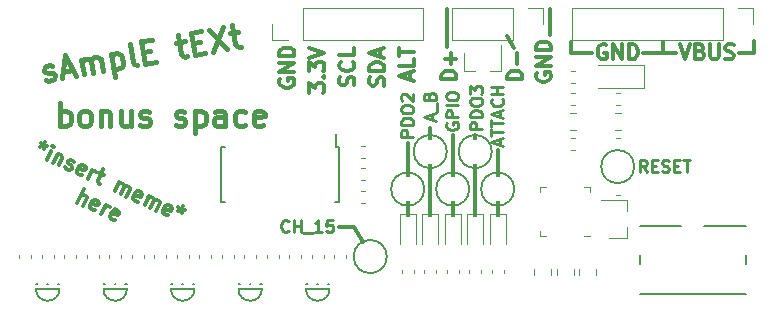
<source format=gbr>
G04 #@! TF.GenerationSoftware,KiCad,Pcbnew,(5.1.4)-1*
G04 #@! TF.CreationDate,2019-10-23T20:14:32-04:00*
G04 #@! TF.ProjectId,USB LED Daughterboard 0-2,55534220-4c45-4442-9044-617567687465,rev?*
G04 #@! TF.SameCoordinates,Original*
G04 #@! TF.FileFunction,Legend,Top*
G04 #@! TF.FilePolarity,Positive*
%FSLAX46Y46*%
G04 Gerber Fmt 4.6, Leading zero omitted, Abs format (unit mm)*
G04 Created by KiCad (PCBNEW (5.1.4)-1) date 2019-10-23 20:14:32*
%MOMM*%
%LPD*%
G04 APERTURE LIST*
%ADD10C,0.254000*%
%ADD11C,0.304800*%
%ADD12C,0.317500*%
%ADD13C,0.381000*%
%ADD14C,0.300000*%
%ADD15C,0.120000*%
%ADD16C,0.152400*%
%ADD17C,0.150000*%
%ADD18C,0.203200*%
%ADD19O,1.750800X1.750800*%
%ADD20R,1.750800X1.750800*%
%ADD21R,0.701600X1.001600*%
%ADD22R,0.701600X0.701600*%
%ADD23C,2.050800*%
%ADD24R,0.450800X1.150800*%
%ADD25C,0.100000*%
%ADD26C,0.300800*%
%ADD27C,2.750800*%
%ADD28C,0.925800*%
%ADD29C,0.560800*%
%ADD30R,0.645800X0.660800*%
%ADD31R,4.111800X3.680800*%
%ADD32C,0.550800*%
%ADD33O,0.951600X2.151600*%
%ADD34O,0.951600X1.951600*%
%ADD35R,1.301600X0.451600*%
%ADD36R,0.401600X0.851600*%
%ADD37R,0.351600X0.851600*%
%ADD38R,0.950800X1.250800*%
%ADD39C,0.900800*%
%ADD40R,0.950800X0.850800*%
%ADD41R,0.850800X0.950800*%
%ADD42C,1.025800*%
G04 APERTURE END LIST*
D10*
X209471380Y-114759619D02*
X209132714Y-114275809D01*
X208890809Y-114759619D02*
X208890809Y-113743619D01*
X209277857Y-113743619D01*
X209374619Y-113792000D01*
X209423000Y-113840380D01*
X209471380Y-113937142D01*
X209471380Y-114082285D01*
X209423000Y-114179047D01*
X209374619Y-114227428D01*
X209277857Y-114275809D01*
X208890809Y-114275809D01*
X209906809Y-114227428D02*
X210245476Y-114227428D01*
X210390619Y-114759619D02*
X209906809Y-114759619D01*
X209906809Y-113743619D01*
X210390619Y-113743619D01*
X210777666Y-114711238D02*
X210922809Y-114759619D01*
X211164714Y-114759619D01*
X211261476Y-114711238D01*
X211309857Y-114662857D01*
X211358238Y-114566095D01*
X211358238Y-114469333D01*
X211309857Y-114372571D01*
X211261476Y-114324190D01*
X211164714Y-114275809D01*
X210971190Y-114227428D01*
X210874428Y-114179047D01*
X210826047Y-114130666D01*
X210777666Y-114033904D01*
X210777666Y-113937142D01*
X210826047Y-113840380D01*
X210874428Y-113792000D01*
X210971190Y-113743619D01*
X211213095Y-113743619D01*
X211358238Y-113792000D01*
X211793666Y-114227428D02*
X212132333Y-114227428D01*
X212277476Y-114759619D02*
X211793666Y-114759619D01*
X211793666Y-113743619D01*
X212277476Y-113743619D01*
X212567761Y-113743619D02*
X213148333Y-113743619D01*
X212858047Y-114759619D02*
X212858047Y-113743619D01*
D11*
X184658000Y-119380000D02*
X185420000Y-120650000D01*
X183388000Y-119380000D02*
X184658000Y-119380000D01*
D10*
X179148619Y-119742857D02*
X179100238Y-119791238D01*
X178955095Y-119839619D01*
X178858333Y-119839619D01*
X178713190Y-119791238D01*
X178616428Y-119694476D01*
X178568047Y-119597714D01*
X178519666Y-119404190D01*
X178519666Y-119259047D01*
X178568047Y-119065523D01*
X178616428Y-118968761D01*
X178713190Y-118872000D01*
X178858333Y-118823619D01*
X178955095Y-118823619D01*
X179100238Y-118872000D01*
X179148619Y-118920380D01*
X179584047Y-119839619D02*
X179584047Y-118823619D01*
X179584047Y-119307428D02*
X180164619Y-119307428D01*
X180164619Y-119839619D02*
X180164619Y-118823619D01*
X180406523Y-119936380D02*
X181180619Y-119936380D01*
X181954714Y-119839619D02*
X181374142Y-119839619D01*
X181664428Y-119839619D02*
X181664428Y-118823619D01*
X181567666Y-118968761D01*
X181470904Y-119065523D01*
X181374142Y-119113904D01*
X182873952Y-118823619D02*
X182390142Y-118823619D01*
X182341761Y-119307428D01*
X182390142Y-119259047D01*
X182486904Y-119210666D01*
X182728809Y-119210666D01*
X182825571Y-119259047D01*
X182873952Y-119307428D01*
X182922333Y-119404190D01*
X182922333Y-119646095D01*
X182873952Y-119742857D01*
X182825571Y-119791238D01*
X182728809Y-119839619D01*
X182486904Y-119839619D01*
X182390142Y-119791238D01*
X182341761Y-119742857D01*
D11*
X194945000Y-118618000D02*
X194945000Y-111630000D01*
X196850000Y-114681000D02*
X196850000Y-118618000D01*
X196850000Y-112903000D02*
X196850000Y-114681000D01*
X193040000Y-111633000D02*
X193040000Y-118618000D01*
X189230000Y-112268000D02*
X189230000Y-118618000D01*
X191135000Y-110998000D02*
X191135000Y-118618000D01*
D10*
X197019333Y-112473619D02*
X197019333Y-111989809D01*
X197309619Y-112570380D02*
X196293619Y-112231714D01*
X197309619Y-111893047D01*
X196293619Y-111699523D02*
X196293619Y-111118952D01*
X197309619Y-111409238D02*
X196293619Y-111409238D01*
X196293619Y-110925428D02*
X196293619Y-110344857D01*
X197309619Y-110635142D02*
X196293619Y-110635142D01*
X197019333Y-110054571D02*
X197019333Y-109570761D01*
X197309619Y-110151333D02*
X196293619Y-109812666D01*
X197309619Y-109474000D01*
X197212857Y-108554761D02*
X197261238Y-108603142D01*
X197309619Y-108748285D01*
X197309619Y-108845047D01*
X197261238Y-108990190D01*
X197164476Y-109086952D01*
X197067714Y-109135333D01*
X196874190Y-109183714D01*
X196729047Y-109183714D01*
X196535523Y-109135333D01*
X196438761Y-109086952D01*
X196342000Y-108990190D01*
X196293619Y-108845047D01*
X196293619Y-108748285D01*
X196342000Y-108603142D01*
X196390380Y-108554761D01*
X197309619Y-108119333D02*
X196293619Y-108119333D01*
X196777428Y-108119333D02*
X196777428Y-107538761D01*
X197309619Y-107538761D02*
X196293619Y-107538761D01*
X195531619Y-111137095D02*
X194515619Y-111137095D01*
X194515619Y-110750047D01*
X194564000Y-110653285D01*
X194612380Y-110604904D01*
X194709142Y-110556523D01*
X194854285Y-110556523D01*
X194951047Y-110604904D01*
X194999428Y-110653285D01*
X195047809Y-110750047D01*
X195047809Y-111137095D01*
X195531619Y-110121095D02*
X194515619Y-110121095D01*
X194515619Y-109879190D01*
X194564000Y-109734047D01*
X194660761Y-109637285D01*
X194757523Y-109588904D01*
X194951047Y-109540523D01*
X195096190Y-109540523D01*
X195289714Y-109588904D01*
X195386476Y-109637285D01*
X195483238Y-109734047D01*
X195531619Y-109879190D01*
X195531619Y-110121095D01*
X194515619Y-108911571D02*
X194515619Y-108718047D01*
X194564000Y-108621285D01*
X194660761Y-108524523D01*
X194854285Y-108476142D01*
X195192952Y-108476142D01*
X195386476Y-108524523D01*
X195483238Y-108621285D01*
X195531619Y-108718047D01*
X195531619Y-108911571D01*
X195483238Y-109008333D01*
X195386476Y-109105095D01*
X195192952Y-109153476D01*
X194854285Y-109153476D01*
X194660761Y-109105095D01*
X194564000Y-109008333D01*
X194515619Y-108911571D01*
X194515619Y-108137476D02*
X194515619Y-107508523D01*
X194902666Y-107847190D01*
X194902666Y-107702047D01*
X194951047Y-107605285D01*
X194999428Y-107556904D01*
X195096190Y-107508523D01*
X195338095Y-107508523D01*
X195434857Y-107556904D01*
X195483238Y-107605285D01*
X195531619Y-107702047D01*
X195531619Y-107992333D01*
X195483238Y-108089095D01*
X195434857Y-108137476D01*
X192532000Y-110617000D02*
X192483619Y-110713761D01*
X192483619Y-110858904D01*
X192532000Y-111004047D01*
X192628761Y-111100809D01*
X192725523Y-111149190D01*
X192919047Y-111197571D01*
X193064190Y-111197571D01*
X193257714Y-111149190D01*
X193354476Y-111100809D01*
X193451238Y-111004047D01*
X193499619Y-110858904D01*
X193499619Y-110762142D01*
X193451238Y-110617000D01*
X193402857Y-110568619D01*
X193064190Y-110568619D01*
X193064190Y-110762142D01*
X193499619Y-110133190D02*
X192483619Y-110133190D01*
X192483619Y-109746142D01*
X192532000Y-109649380D01*
X192580380Y-109601000D01*
X192677142Y-109552619D01*
X192822285Y-109552619D01*
X192919047Y-109601000D01*
X192967428Y-109649380D01*
X193015809Y-109746142D01*
X193015809Y-110133190D01*
X193499619Y-109117190D02*
X192483619Y-109117190D01*
X192483619Y-108439857D02*
X192483619Y-108246333D01*
X192532000Y-108149571D01*
X192628761Y-108052809D01*
X192822285Y-108004428D01*
X193160952Y-108004428D01*
X193354476Y-108052809D01*
X193451238Y-108149571D01*
X193499619Y-108246333D01*
X193499619Y-108439857D01*
X193451238Y-108536619D01*
X193354476Y-108633380D01*
X193160952Y-108681761D01*
X192822285Y-108681761D01*
X192628761Y-108633380D01*
X192532000Y-108536619D01*
X192483619Y-108439857D01*
X191304333Y-110356952D02*
X191304333Y-109873142D01*
X191594619Y-110453714D02*
X190578619Y-110115047D01*
X191594619Y-109776380D01*
X191691380Y-109679619D02*
X191691380Y-108905523D01*
X191062428Y-108324952D02*
X191110809Y-108179809D01*
X191159190Y-108131428D01*
X191255952Y-108083047D01*
X191401095Y-108083047D01*
X191497857Y-108131428D01*
X191546238Y-108179809D01*
X191594619Y-108276571D01*
X191594619Y-108663619D01*
X190578619Y-108663619D01*
X190578619Y-108324952D01*
X190627000Y-108228190D01*
X190675380Y-108179809D01*
X190772142Y-108131428D01*
X190868904Y-108131428D01*
X190965666Y-108179809D01*
X191014047Y-108228190D01*
X191062428Y-108324952D01*
X191062428Y-108663619D01*
X189689619Y-111772095D02*
X188673619Y-111772095D01*
X188673619Y-111385047D01*
X188722000Y-111288285D01*
X188770380Y-111239904D01*
X188867142Y-111191523D01*
X189012285Y-111191523D01*
X189109047Y-111239904D01*
X189157428Y-111288285D01*
X189205809Y-111385047D01*
X189205809Y-111772095D01*
X189689619Y-110756095D02*
X188673619Y-110756095D01*
X188673619Y-110514190D01*
X188722000Y-110369047D01*
X188818761Y-110272285D01*
X188915523Y-110223904D01*
X189109047Y-110175523D01*
X189254190Y-110175523D01*
X189447714Y-110223904D01*
X189544476Y-110272285D01*
X189641238Y-110369047D01*
X189689619Y-110514190D01*
X189689619Y-110756095D01*
X188673619Y-109546571D02*
X188673619Y-109353047D01*
X188722000Y-109256285D01*
X188818761Y-109159523D01*
X189012285Y-109111142D01*
X189350952Y-109111142D01*
X189544476Y-109159523D01*
X189641238Y-109256285D01*
X189689619Y-109353047D01*
X189689619Y-109546571D01*
X189641238Y-109643333D01*
X189544476Y-109740095D01*
X189350952Y-109788476D01*
X189012285Y-109788476D01*
X188818761Y-109740095D01*
X188722000Y-109643333D01*
X188673619Y-109546571D01*
X188770380Y-108724095D02*
X188722000Y-108675714D01*
X188673619Y-108578952D01*
X188673619Y-108337047D01*
X188722000Y-108240285D01*
X188770380Y-108191904D01*
X188867142Y-108143523D01*
X188963904Y-108143523D01*
X189109047Y-108191904D01*
X189689619Y-108772476D01*
X189689619Y-108143523D01*
D12*
X158502286Y-112226586D02*
X158374494Y-112500636D01*
X158151561Y-112263224D02*
X158374494Y-112500636D01*
X158699661Y-112518807D01*
X158107831Y-112643201D02*
X158374494Y-112500636D01*
X158436691Y-112796551D01*
X158678091Y-113709855D02*
X159035908Y-112942514D01*
X159214816Y-112558844D02*
X159134448Y-112588096D01*
X159163700Y-112668464D01*
X159244068Y-112639212D01*
X159214816Y-112558844D01*
X159163700Y-112668464D01*
X159584009Y-113198098D02*
X159226192Y-113965438D01*
X159532892Y-113307718D02*
X159613260Y-113278466D01*
X159748439Y-113274773D01*
X159912869Y-113351448D01*
X159996931Y-113457374D01*
X160000624Y-113592553D01*
X159719482Y-114195463D01*
X160238331Y-114370678D02*
X160322393Y-114476605D01*
X160541633Y-114578839D01*
X160676811Y-114575145D01*
X160782738Y-114491083D01*
X160808296Y-114436273D01*
X160804603Y-114301095D01*
X160720541Y-114195168D01*
X160556111Y-114118493D01*
X160472049Y-114012566D01*
X160468356Y-113877388D01*
X160493914Y-113822578D01*
X160599841Y-113738516D01*
X160735019Y-113734823D01*
X160899450Y-113811498D01*
X160983511Y-113917425D01*
X161663392Y-115035195D02*
X161528213Y-115038889D01*
X161308973Y-114936655D01*
X161224912Y-114830729D01*
X161221218Y-114695550D01*
X161425685Y-114257070D01*
X161531612Y-114173008D01*
X161666790Y-114169315D01*
X161886030Y-114271548D01*
X161970092Y-114377475D01*
X161973785Y-114512653D01*
X161922669Y-114622273D01*
X161323452Y-114476310D01*
X162185934Y-115345589D02*
X162543751Y-114578248D01*
X162441517Y-114797488D02*
X162547444Y-114713427D01*
X162627813Y-114684175D01*
X162762991Y-114680482D01*
X162872611Y-114731598D01*
X163091851Y-114833832D02*
X163530332Y-115038298D01*
X163435190Y-114526836D02*
X162975140Y-115513417D01*
X162978833Y-115648596D01*
X163062895Y-115754522D01*
X163172515Y-115805639D01*
X164433146Y-116393481D02*
X164790963Y-115626140D01*
X164739846Y-115735760D02*
X164820214Y-115706509D01*
X164955393Y-115702815D01*
X165119823Y-115779490D01*
X165203885Y-115885417D01*
X165207578Y-116020595D01*
X164926436Y-116623506D01*
X165207578Y-116020595D02*
X165313505Y-115936534D01*
X165448683Y-115932840D01*
X165613113Y-116009515D01*
X165697175Y-116115442D01*
X165700868Y-116250621D01*
X165419726Y-116853531D01*
X166431866Y-117258771D02*
X166296687Y-117262464D01*
X166077447Y-117160231D01*
X165993385Y-117054304D01*
X165989692Y-116919126D01*
X166194159Y-116480646D01*
X166300085Y-116396584D01*
X166435264Y-116392891D01*
X166654504Y-116495124D01*
X166738566Y-116601051D01*
X166742259Y-116736229D01*
X166691142Y-116845849D01*
X166091925Y-116699886D01*
X166954408Y-117569165D02*
X167312224Y-116801824D01*
X167261108Y-116911444D02*
X167341476Y-116882192D01*
X167476655Y-116878499D01*
X167641085Y-116955174D01*
X167725146Y-117061101D01*
X167728840Y-117196279D01*
X167447698Y-117799190D01*
X167728840Y-117196279D02*
X167834767Y-117112217D01*
X167969945Y-117108524D01*
X168134375Y-117185199D01*
X168218437Y-117291126D01*
X168222130Y-117426304D01*
X167940988Y-118029215D01*
X168953128Y-118434455D02*
X168817949Y-118438148D01*
X168598709Y-118335915D01*
X168514647Y-118229988D01*
X168510954Y-118094810D01*
X168715421Y-117656329D01*
X168821347Y-117572268D01*
X168956526Y-117568574D01*
X169175766Y-117670808D01*
X169259828Y-117776734D01*
X169263521Y-117911913D01*
X169212404Y-118021533D01*
X168613187Y-117875570D01*
X170176825Y-117670512D02*
X170049033Y-117944563D01*
X169826100Y-117707151D02*
X170049033Y-117944563D01*
X170374200Y-117962734D01*
X169782370Y-118087128D02*
X170049033Y-117944563D01*
X170111230Y-118240478D01*
X161274070Y-117372637D02*
X161810795Y-116221626D01*
X161767360Y-117602662D02*
X162048502Y-116999752D01*
X162044809Y-116864573D01*
X161960747Y-116758646D01*
X161796317Y-116681971D01*
X161661139Y-116685665D01*
X161580770Y-116714916D01*
X162779500Y-118007902D02*
X162644321Y-118011596D01*
X162425081Y-117909362D01*
X162341019Y-117803435D01*
X162337326Y-117668257D01*
X162541793Y-117229777D01*
X162647719Y-117145715D01*
X162782898Y-117142022D01*
X163002138Y-117244255D01*
X163086200Y-117350182D01*
X163089893Y-117485360D01*
X163038776Y-117594980D01*
X162439559Y-117449017D01*
X163302042Y-118318296D02*
X163659858Y-117550955D01*
X163557625Y-117770195D02*
X163663552Y-117686133D01*
X163743920Y-117656882D01*
X163879099Y-117653188D01*
X163988719Y-117704305D01*
X164478611Y-118800211D02*
X164343432Y-118803904D01*
X164124192Y-118701671D01*
X164040130Y-118595744D01*
X164036437Y-118460566D01*
X164240904Y-118022085D01*
X164346831Y-117938024D01*
X164482009Y-117934330D01*
X164701249Y-118036564D01*
X164785311Y-118142490D01*
X164789004Y-118277669D01*
X164737888Y-118387289D01*
X164138670Y-118241325D01*
D13*
X159784142Y-110843785D02*
X159784142Y-108938785D01*
X159784142Y-109664500D02*
X159965571Y-109573785D01*
X160328428Y-109573785D01*
X160509857Y-109664500D01*
X160600571Y-109755214D01*
X160691285Y-109936642D01*
X160691285Y-110480928D01*
X160600571Y-110662357D01*
X160509857Y-110753071D01*
X160328428Y-110843785D01*
X159965571Y-110843785D01*
X159784142Y-110753071D01*
X161779857Y-110843785D02*
X161598428Y-110753071D01*
X161507714Y-110662357D01*
X161417000Y-110480928D01*
X161417000Y-109936642D01*
X161507714Y-109755214D01*
X161598428Y-109664500D01*
X161779857Y-109573785D01*
X162052000Y-109573785D01*
X162233428Y-109664500D01*
X162324142Y-109755214D01*
X162414857Y-109936642D01*
X162414857Y-110480928D01*
X162324142Y-110662357D01*
X162233428Y-110753071D01*
X162052000Y-110843785D01*
X161779857Y-110843785D01*
X163231285Y-109573785D02*
X163231285Y-110843785D01*
X163231285Y-109755214D02*
X163322000Y-109664500D01*
X163503428Y-109573785D01*
X163775571Y-109573785D01*
X163957000Y-109664500D01*
X164047714Y-109845928D01*
X164047714Y-110843785D01*
X165771285Y-109573785D02*
X165771285Y-110843785D01*
X164954857Y-109573785D02*
X164954857Y-110571642D01*
X165045571Y-110753071D01*
X165227000Y-110843785D01*
X165499142Y-110843785D01*
X165680571Y-110753071D01*
X165771285Y-110662357D01*
X166587714Y-110753071D02*
X166769142Y-110843785D01*
X167132000Y-110843785D01*
X167313428Y-110753071D01*
X167404142Y-110571642D01*
X167404142Y-110480928D01*
X167313428Y-110299500D01*
X167132000Y-110208785D01*
X166859857Y-110208785D01*
X166678428Y-110118071D01*
X166587714Y-109936642D01*
X166587714Y-109845928D01*
X166678428Y-109664500D01*
X166859857Y-109573785D01*
X167132000Y-109573785D01*
X167313428Y-109664500D01*
X169581285Y-110753071D02*
X169762714Y-110843785D01*
X170125571Y-110843785D01*
X170307000Y-110753071D01*
X170397714Y-110571642D01*
X170397714Y-110480928D01*
X170307000Y-110299500D01*
X170125571Y-110208785D01*
X169853428Y-110208785D01*
X169672000Y-110118071D01*
X169581285Y-109936642D01*
X169581285Y-109845928D01*
X169672000Y-109664500D01*
X169853428Y-109573785D01*
X170125571Y-109573785D01*
X170307000Y-109664500D01*
X171214142Y-109573785D02*
X171214142Y-111478785D01*
X171214142Y-109664500D02*
X171395571Y-109573785D01*
X171758428Y-109573785D01*
X171939857Y-109664500D01*
X172030571Y-109755214D01*
X172121285Y-109936642D01*
X172121285Y-110480928D01*
X172030571Y-110662357D01*
X171939857Y-110753071D01*
X171758428Y-110843785D01*
X171395571Y-110843785D01*
X171214142Y-110753071D01*
X173754142Y-110843785D02*
X173754142Y-109845928D01*
X173663428Y-109664500D01*
X173482000Y-109573785D01*
X173119142Y-109573785D01*
X172937714Y-109664500D01*
X173754142Y-110753071D02*
X173572714Y-110843785D01*
X173119142Y-110843785D01*
X172937714Y-110753071D01*
X172847000Y-110571642D01*
X172847000Y-110390214D01*
X172937714Y-110208785D01*
X173119142Y-110118071D01*
X173572714Y-110118071D01*
X173754142Y-110027357D01*
X175477714Y-110753071D02*
X175296285Y-110843785D01*
X174933428Y-110843785D01*
X174752000Y-110753071D01*
X174661285Y-110662357D01*
X174570571Y-110480928D01*
X174570571Y-109936642D01*
X174661285Y-109755214D01*
X174752000Y-109664500D01*
X174933428Y-109573785D01*
X175296285Y-109573785D01*
X175477714Y-109664500D01*
X177019857Y-110753071D02*
X176838428Y-110843785D01*
X176475571Y-110843785D01*
X176294142Y-110753071D01*
X176203428Y-110571642D01*
X176203428Y-109845928D01*
X176294142Y-109664500D01*
X176475571Y-109573785D01*
X176838428Y-109573785D01*
X177019857Y-109664500D01*
X177110571Y-109845928D01*
X177110571Y-110027357D01*
X176203428Y-110208785D01*
X158583639Y-106975699D02*
X158778063Y-107033530D01*
X159135408Y-106970520D01*
X159298328Y-106849680D01*
X159356159Y-106655255D01*
X159340407Y-106565919D01*
X159219566Y-106402999D01*
X159025141Y-106345167D01*
X158757133Y-106392425D01*
X158562708Y-106334593D01*
X158441867Y-106171673D01*
X158426115Y-106082337D01*
X158483946Y-105887913D01*
X158646866Y-105767072D01*
X158914875Y-105719815D01*
X159109299Y-105777646D01*
X160023591Y-106261228D02*
X160916952Y-106103704D01*
X159939433Y-106828749D02*
X160233986Y-104842424D01*
X161190139Y-106608216D01*
X161815492Y-106497949D02*
X161594959Y-105247243D01*
X161626463Y-105425916D02*
X161700047Y-105320827D01*
X161862967Y-105199986D01*
X162130975Y-105152729D01*
X162325400Y-105210561D01*
X162446241Y-105373481D01*
X162619517Y-106356178D01*
X162446241Y-105373481D02*
X162504072Y-105179056D01*
X162666992Y-105058215D01*
X162935000Y-105010958D01*
X163129425Y-105068789D01*
X163250266Y-105231709D01*
X163423542Y-106214407D01*
X164096370Y-104806177D02*
X164427170Y-106682236D01*
X164112123Y-104895513D02*
X164275042Y-104774672D01*
X164632387Y-104711663D01*
X164826812Y-104769494D01*
X164931900Y-104843078D01*
X165052741Y-105005998D01*
X165147255Y-105542015D01*
X165089424Y-105736439D01*
X165015840Y-105841528D01*
X164852920Y-105962369D01*
X164495576Y-106025378D01*
X164301151Y-105967547D01*
X166282298Y-105710331D02*
X166087874Y-105652499D01*
X165967033Y-105489580D01*
X165683490Y-103881529D01*
X166823711Y-104601614D02*
X167449064Y-104491348D01*
X167890349Y-105426788D02*
X166996987Y-105584312D01*
X166666188Y-103708253D01*
X167559549Y-103550729D01*
X169635210Y-103829530D02*
X170349899Y-103703511D01*
X169792952Y-103156920D02*
X170076495Y-104764970D01*
X170197336Y-104927890D01*
X170391760Y-104985722D01*
X170570433Y-104954217D01*
X171022509Y-103861253D02*
X171647862Y-103750986D01*
X172089147Y-104686427D02*
X171195786Y-104843950D01*
X170864986Y-102967892D01*
X171758347Y-102810368D01*
X172383700Y-102700101D02*
X173965206Y-104355627D01*
X173634406Y-102479568D02*
X172714500Y-104576160D01*
X174191353Y-103026159D02*
X174906042Y-102900140D01*
X174349095Y-102353549D02*
X174632638Y-103961600D01*
X174753478Y-104124519D01*
X174947903Y-104182351D01*
X175126575Y-104150846D01*
D12*
X178435000Y-106885619D02*
X178374523Y-107006571D01*
X178374523Y-107188000D01*
X178435000Y-107369428D01*
X178555952Y-107490380D01*
X178676904Y-107550857D01*
X178918809Y-107611333D01*
X179100238Y-107611333D01*
X179342142Y-107550857D01*
X179463095Y-107490380D01*
X179584047Y-107369428D01*
X179644523Y-107188000D01*
X179644523Y-107067047D01*
X179584047Y-106885619D01*
X179523571Y-106825142D01*
X179100238Y-106825142D01*
X179100238Y-107067047D01*
X179644523Y-106280857D02*
X178374523Y-106280857D01*
X179644523Y-105555142D01*
X178374523Y-105555142D01*
X179644523Y-104950380D02*
X178374523Y-104950380D01*
X178374523Y-104648000D01*
X178435000Y-104466571D01*
X178555952Y-104345619D01*
X178676904Y-104285142D01*
X178918809Y-104224666D01*
X179100238Y-104224666D01*
X179342142Y-104285142D01*
X179463095Y-104345619D01*
X179584047Y-104466571D01*
X179644523Y-104648000D01*
X179644523Y-104950380D01*
X180914523Y-108046761D02*
X180914523Y-107260571D01*
X181398333Y-107683904D01*
X181398333Y-107502476D01*
X181458809Y-107381523D01*
X181519285Y-107321047D01*
X181640238Y-107260571D01*
X181942619Y-107260571D01*
X182063571Y-107321047D01*
X182124047Y-107381523D01*
X182184523Y-107502476D01*
X182184523Y-107865333D01*
X182124047Y-107986285D01*
X182063571Y-108046761D01*
X182063571Y-106716285D02*
X182124047Y-106655809D01*
X182184523Y-106716285D01*
X182124047Y-106776761D01*
X182063571Y-106716285D01*
X182184523Y-106716285D01*
X180914523Y-106232476D02*
X180914523Y-105446285D01*
X181398333Y-105869619D01*
X181398333Y-105688190D01*
X181458809Y-105567238D01*
X181519285Y-105506761D01*
X181640238Y-105446285D01*
X181942619Y-105446285D01*
X182063571Y-105506761D01*
X182124047Y-105567238D01*
X182184523Y-105688190D01*
X182184523Y-106051047D01*
X182124047Y-106172000D01*
X182063571Y-106232476D01*
X180914523Y-105083428D02*
X182184523Y-104660095D01*
X180914523Y-104236761D01*
X184664047Y-107429904D02*
X184724523Y-107248476D01*
X184724523Y-106946095D01*
X184664047Y-106825142D01*
X184603571Y-106764666D01*
X184482619Y-106704190D01*
X184361666Y-106704190D01*
X184240714Y-106764666D01*
X184180238Y-106825142D01*
X184119761Y-106946095D01*
X184059285Y-107188000D01*
X183998809Y-107308952D01*
X183938333Y-107369428D01*
X183817380Y-107429904D01*
X183696428Y-107429904D01*
X183575476Y-107369428D01*
X183515000Y-107308952D01*
X183454523Y-107188000D01*
X183454523Y-106885619D01*
X183515000Y-106704190D01*
X184603571Y-105434190D02*
X184664047Y-105494666D01*
X184724523Y-105676095D01*
X184724523Y-105797047D01*
X184664047Y-105978476D01*
X184543095Y-106099428D01*
X184422142Y-106159904D01*
X184180238Y-106220380D01*
X183998809Y-106220380D01*
X183756904Y-106159904D01*
X183635952Y-106099428D01*
X183515000Y-105978476D01*
X183454523Y-105797047D01*
X183454523Y-105676095D01*
X183515000Y-105494666D01*
X183575476Y-105434190D01*
X184724523Y-104285142D02*
X184724523Y-104889904D01*
X183454523Y-104889904D01*
X187204047Y-107460142D02*
X187264523Y-107278714D01*
X187264523Y-106976333D01*
X187204047Y-106855380D01*
X187143571Y-106794904D01*
X187022619Y-106734428D01*
X186901666Y-106734428D01*
X186780714Y-106794904D01*
X186720238Y-106855380D01*
X186659761Y-106976333D01*
X186599285Y-107218238D01*
X186538809Y-107339190D01*
X186478333Y-107399666D01*
X186357380Y-107460142D01*
X186236428Y-107460142D01*
X186115476Y-107399666D01*
X186055000Y-107339190D01*
X185994523Y-107218238D01*
X185994523Y-106915857D01*
X186055000Y-106734428D01*
X187264523Y-106190142D02*
X185994523Y-106190142D01*
X185994523Y-105887761D01*
X186055000Y-105706333D01*
X186175952Y-105585380D01*
X186296904Y-105524904D01*
X186538809Y-105464428D01*
X186720238Y-105464428D01*
X186962142Y-105524904D01*
X187083095Y-105585380D01*
X187204047Y-105706333D01*
X187264523Y-105887761D01*
X187264523Y-106190142D01*
X186901666Y-104980619D02*
X186901666Y-104375857D01*
X187264523Y-105101571D02*
X185994523Y-104678238D01*
X187264523Y-104254904D01*
X189441666Y-106964238D02*
X189441666Y-106359476D01*
X189804523Y-107085190D02*
X188534523Y-106661857D01*
X189804523Y-106238523D01*
X189804523Y-105210428D02*
X189804523Y-105815190D01*
X188534523Y-105815190D01*
X188534523Y-104968523D02*
X188534523Y-104242809D01*
X189804523Y-104605666D02*
X188534523Y-104605666D01*
D11*
X192532000Y-100965000D02*
X192532000Y-104140000D01*
X201295000Y-100965000D02*
X201295000Y-103124000D01*
X198247000Y-104267000D02*
X197612000Y-103251000D01*
D12*
X193360523Y-106909809D02*
X192090523Y-106909809D01*
X192090523Y-106607428D01*
X192151000Y-106426000D01*
X192271952Y-106305047D01*
X192392904Y-106244571D01*
X192634809Y-106184095D01*
X192816238Y-106184095D01*
X193058142Y-106244571D01*
X193179095Y-106305047D01*
X193300047Y-106426000D01*
X193360523Y-106607428D01*
X193360523Y-106909809D01*
X192876714Y-105639809D02*
X192876714Y-104672190D01*
X193360523Y-105156000D02*
X192392904Y-105156000D01*
X198948523Y-106909809D02*
X197678523Y-106909809D01*
X197678523Y-106607428D01*
X197739000Y-106426000D01*
X197859952Y-106305047D01*
X197980904Y-106244571D01*
X198222809Y-106184095D01*
X198404238Y-106184095D01*
X198646142Y-106244571D01*
X198767095Y-106305047D01*
X198888047Y-106426000D01*
X198948523Y-106607428D01*
X198948523Y-106909809D01*
X198464714Y-105639809D02*
X198464714Y-104672190D01*
X200152000Y-106377619D02*
X200091523Y-106498571D01*
X200091523Y-106680000D01*
X200152000Y-106861428D01*
X200272952Y-106982380D01*
X200393904Y-107042857D01*
X200635809Y-107103333D01*
X200817238Y-107103333D01*
X201059142Y-107042857D01*
X201180095Y-106982380D01*
X201301047Y-106861428D01*
X201361523Y-106680000D01*
X201361523Y-106559047D01*
X201301047Y-106377619D01*
X201240571Y-106317142D01*
X200817238Y-106317142D01*
X200817238Y-106559047D01*
X201361523Y-105772857D02*
X200091523Y-105772857D01*
X201361523Y-105047142D01*
X200091523Y-105047142D01*
X201361523Y-104442380D02*
X200091523Y-104442380D01*
X200091523Y-104140000D01*
X200152000Y-103958571D01*
X200272952Y-103837619D01*
X200393904Y-103777142D01*
X200635809Y-103716666D01*
X200817238Y-103716666D01*
X201059142Y-103777142D01*
X201180095Y-103837619D01*
X201301047Y-103958571D01*
X201361523Y-104140000D01*
X201361523Y-104442380D01*
D11*
X203073000Y-103886000D02*
X203073000Y-103759000D01*
X203073000Y-104648000D02*
X203073000Y-103886000D01*
X204851000Y-104648000D02*
X203073000Y-104648000D01*
X209169000Y-104648000D02*
X210820000Y-104648000D01*
X218567000Y-104648000D02*
X218567000Y-103632000D01*
X217297000Y-104648000D02*
X218567000Y-104648000D01*
X210820000Y-104648000D02*
X211963000Y-104648000D01*
X210820000Y-103759000D02*
X210820000Y-104648000D01*
D12*
X206042380Y-104013000D02*
X205921428Y-103952523D01*
X205740000Y-103952523D01*
X205558571Y-104013000D01*
X205437619Y-104133952D01*
X205377142Y-104254904D01*
X205316666Y-104496809D01*
X205316666Y-104678238D01*
X205377142Y-104920142D01*
X205437619Y-105041095D01*
X205558571Y-105162047D01*
X205740000Y-105222523D01*
X205860952Y-105222523D01*
X206042380Y-105162047D01*
X206102857Y-105101571D01*
X206102857Y-104678238D01*
X205860952Y-104678238D01*
X206647142Y-105222523D02*
X206647142Y-103952523D01*
X207372857Y-105222523D01*
X207372857Y-103952523D01*
X207977619Y-105222523D02*
X207977619Y-103952523D01*
X208280000Y-103952523D01*
X208461428Y-104013000D01*
X208582380Y-104133952D01*
X208642857Y-104254904D01*
X208703333Y-104496809D01*
X208703333Y-104678238D01*
X208642857Y-104920142D01*
X208582380Y-105041095D01*
X208461428Y-105162047D01*
X208280000Y-105222523D01*
X207977619Y-105222523D01*
D14*
X212301666Y-103952523D02*
X212725000Y-105222523D01*
X213148333Y-103952523D01*
X213995000Y-104557285D02*
X214176428Y-104617761D01*
X214236904Y-104678238D01*
X214297380Y-104799190D01*
X214297380Y-104980619D01*
X214236904Y-105101571D01*
X214176428Y-105162047D01*
X214055476Y-105222523D01*
X213571666Y-105222523D01*
X213571666Y-103952523D01*
X213995000Y-103952523D01*
X214115952Y-104013000D01*
X214176428Y-104073476D01*
X214236904Y-104194428D01*
X214236904Y-104315380D01*
X214176428Y-104436333D01*
X214115952Y-104496809D01*
X213995000Y-104557285D01*
X213571666Y-104557285D01*
X214841666Y-103952523D02*
X214841666Y-104980619D01*
X214902142Y-105101571D01*
X214962619Y-105162047D01*
X215083571Y-105222523D01*
X215325476Y-105222523D01*
X215446428Y-105162047D01*
X215506904Y-105101571D01*
X215567380Y-104980619D01*
X215567380Y-103952523D01*
X216111666Y-105162047D02*
X216293095Y-105222523D01*
X216595476Y-105222523D01*
X216716428Y-105162047D01*
X216776904Y-105101571D01*
X216837380Y-104980619D01*
X216837380Y-104859666D01*
X216776904Y-104738714D01*
X216716428Y-104678238D01*
X216595476Y-104617761D01*
X216353571Y-104557285D01*
X216232619Y-104496809D01*
X216172142Y-104436333D01*
X216111666Y-104315380D01*
X216111666Y-104194428D01*
X216172142Y-104073476D01*
X216232619Y-104013000D01*
X216353571Y-103952523D01*
X216655952Y-103952523D01*
X216837380Y-104013000D01*
D15*
G04 #@! TO.C,J4*
X177740000Y-103565000D02*
X177740000Y-102235000D01*
X179070000Y-103565000D02*
X177740000Y-103565000D01*
X180340000Y-103565000D02*
X180340000Y-100905000D01*
X180340000Y-100905000D02*
X190560000Y-100905000D01*
X180340000Y-103565000D02*
X190560000Y-103565000D01*
X190560000Y-103565000D02*
X190560000Y-100905000D01*
G04 #@! TO.C,J3*
X218500000Y-100905000D02*
X218500000Y-102235000D01*
X217170000Y-100905000D02*
X218500000Y-100905000D01*
X215900000Y-100905000D02*
X215900000Y-103565000D01*
X215900000Y-103565000D02*
X203140000Y-103565000D01*
X215900000Y-100905000D02*
X203140000Y-100905000D01*
X203140000Y-100905000D02*
X203140000Y-103565000D01*
G04 #@! TO.C,J2*
X200720000Y-100905000D02*
X200720000Y-102235000D01*
X199390000Y-100905000D02*
X200720000Y-100905000D01*
X198120000Y-100905000D02*
X198120000Y-103565000D01*
X198120000Y-103565000D02*
X192980000Y-103565000D01*
X198120000Y-100905000D02*
X192980000Y-100905000D01*
X192980000Y-100905000D02*
X192980000Y-103565000D01*
D16*
G04 #@! TO.C,D12*
X174895000Y-124260000D02*
X175045000Y-124260000D01*
X175845000Y-124260000D02*
X175945000Y-124260000D01*
X176745000Y-124260000D02*
X176895000Y-124260000D01*
X176895000Y-124660000D02*
X174895000Y-124660000D01*
X176895000Y-124660000D02*
G75*
G02X174895000Y-124660000I-1000000J0D01*
G01*
D17*
G04 #@! TO.C,TP6*
X208410000Y-114300000D02*
G75*
G03X208410000Y-114300000I-1400000J0D01*
G01*
G04 #@! TO.C,U2*
X183185000Y-112610000D02*
X183185000Y-111535000D01*
X173460000Y-112610000D02*
X173460000Y-117260000D01*
X183410000Y-112610000D02*
X183410000Y-117260000D01*
X173460000Y-112610000D02*
X173785000Y-112610000D01*
X173460000Y-117260000D02*
X173785000Y-117260000D01*
X183410000Y-117260000D02*
X183085000Y-117260000D01*
X183410000Y-112610000D02*
X183185000Y-112610000D01*
D15*
G04 #@! TO.C,U1*
X204200000Y-120220000D02*
X204675000Y-120220000D01*
X200455000Y-116000000D02*
X200455000Y-116475000D01*
X200930000Y-116000000D02*
X200455000Y-116000000D01*
X204675000Y-116000000D02*
X204675000Y-116475000D01*
X204200000Y-116000000D02*
X204675000Y-116000000D01*
X200455000Y-120220000D02*
X200455000Y-119745000D01*
X200930000Y-120220000D02*
X200455000Y-120220000D01*
D17*
G04 #@! TO.C,TP7*
X187455000Y-121920000D02*
G75*
G03X187455000Y-121920000I-1400000J0D01*
G01*
G04 #@! TO.C,TP5*
X198250000Y-116205000D02*
G75*
G03X198250000Y-116205000I-1400000J0D01*
G01*
G04 #@! TO.C,TP4*
X192535000Y-113030000D02*
G75*
G03X192535000Y-113030000I-1400000J0D01*
G01*
G04 #@! TO.C,TP3*
X194440000Y-116205000D02*
G75*
G03X194440000Y-116205000I-1400000J0D01*
G01*
G04 #@! TO.C,TP2*
X190630000Y-116205000D02*
G75*
G03X190630000Y-116205000I-1400000J0D01*
G01*
G04 #@! TO.C,TP1*
X196345000Y-113030000D02*
G75*
G03X196345000Y-113030000I-1400000J0D01*
G01*
D15*
G04 #@! TO.C,R28*
X184025000Y-122082779D02*
X184025000Y-121757221D01*
X183005000Y-122082779D02*
X183005000Y-121757221D01*
G04 #@! TO.C,R27*
X182120000Y-122082779D02*
X182120000Y-121757221D01*
X181100000Y-122082779D02*
X181100000Y-121757221D01*
G04 #@! TO.C,R26*
X180215000Y-122082779D02*
X180215000Y-121757221D01*
X179195000Y-122082779D02*
X179195000Y-121757221D01*
G04 #@! TO.C,R25*
X178310000Y-122082779D02*
X178310000Y-121757221D01*
X177290000Y-122082779D02*
X177290000Y-121757221D01*
G04 #@! TO.C,R24*
X176405000Y-122082779D02*
X176405000Y-121757221D01*
X175385000Y-122082779D02*
X175385000Y-121757221D01*
G04 #@! TO.C,R23*
X174500000Y-122082779D02*
X174500000Y-121757221D01*
X173480000Y-122082779D02*
X173480000Y-121757221D01*
G04 #@! TO.C,R22*
X157355000Y-122082779D02*
X157355000Y-121757221D01*
X156335000Y-122082779D02*
X156335000Y-121757221D01*
G04 #@! TO.C,R21*
X159260000Y-122082779D02*
X159260000Y-121757221D01*
X158240000Y-122082779D02*
X158240000Y-121757221D01*
G04 #@! TO.C,R20*
X161165000Y-122082779D02*
X161165000Y-121757221D01*
X160145000Y-122082779D02*
X160145000Y-121757221D01*
G04 #@! TO.C,R19*
X163070000Y-122082779D02*
X163070000Y-121757221D01*
X162050000Y-122082779D02*
X162050000Y-121757221D01*
G04 #@! TO.C,R18*
X164975000Y-122082779D02*
X164975000Y-121757221D01*
X163955000Y-122082779D02*
X163955000Y-121757221D01*
G04 #@! TO.C,R17*
X166880000Y-122082779D02*
X166880000Y-121757221D01*
X165860000Y-122082779D02*
X165860000Y-121757221D01*
G04 #@! TO.C,R16*
X168785000Y-122082779D02*
X168785000Y-121757221D01*
X167765000Y-122082779D02*
X167765000Y-121757221D01*
G04 #@! TO.C,R15*
X170690000Y-122082779D02*
X170690000Y-121757221D01*
X169670000Y-122082779D02*
X169670000Y-121757221D01*
G04 #@! TO.C,R14*
X172595000Y-122082779D02*
X172595000Y-121757221D01*
X171575000Y-122082779D02*
X171575000Y-121757221D01*
G04 #@! TO.C,R13*
X185582779Y-114425000D02*
X185257221Y-114425000D01*
X185582779Y-115445000D02*
X185257221Y-115445000D01*
G04 #@! TO.C,R12*
X185257221Y-113540000D02*
X185582779Y-113540000D01*
X185257221Y-112520000D02*
X185582779Y-112520000D01*
G04 #@! TO.C,R11*
X203362779Y-106170000D02*
X203037221Y-106170000D01*
X203362779Y-107190000D02*
X203037221Y-107190000D01*
G04 #@! TO.C,R10*
X206847221Y-116715000D02*
X207172779Y-116715000D01*
X206847221Y-115695000D02*
X207172779Y-115695000D01*
G04 #@! TO.C,R9*
X203037221Y-109095000D02*
X203362779Y-109095000D01*
X203037221Y-108075000D02*
X203362779Y-108075000D01*
G04 #@! TO.C,R8*
X193550000Y-123352779D02*
X193550000Y-123027221D01*
X192530000Y-123352779D02*
X192530000Y-123027221D01*
G04 #@! TO.C,R7*
X197360000Y-123352779D02*
X197360000Y-123027221D01*
X196340000Y-123352779D02*
X196340000Y-123027221D01*
G04 #@! TO.C,R6*
X191645000Y-123352779D02*
X191645000Y-123027221D01*
X190625000Y-123352779D02*
X190625000Y-123027221D01*
G04 #@! TO.C,R5*
X189740000Y-123352779D02*
X189740000Y-123027221D01*
X188720000Y-123352779D02*
X188720000Y-123027221D01*
G04 #@! TO.C,R4*
X195455000Y-123352779D02*
X195455000Y-123027221D01*
X194435000Y-123352779D02*
X194435000Y-123027221D01*
G04 #@! TO.C,R3*
X207172779Y-108075000D02*
X206847221Y-108075000D01*
X207172779Y-109095000D02*
X206847221Y-109095000D01*
G04 #@! TO.C,R2*
X203037221Y-112905000D02*
X203362779Y-112905000D01*
X203037221Y-111885000D02*
X203362779Y-111885000D01*
G04 #@! TO.C,R1*
X206847221Y-112905000D02*
X207172779Y-112905000D01*
X206847221Y-111885000D02*
X207172779Y-111885000D01*
D18*
G04 #@! TO.C,J1*
X217860000Y-125075000D02*
X208860000Y-125075000D01*
X217860000Y-122575000D02*
X217860000Y-121825000D01*
X208860000Y-122575000D02*
X208860000Y-121825000D01*
X208860000Y-119325000D02*
X212360000Y-119325000D01*
X214360000Y-119325000D02*
X217860000Y-119325000D01*
D16*
G04 #@! TO.C,D13*
X180610000Y-124260000D02*
X180760000Y-124260000D01*
X181560000Y-124260000D02*
X181660000Y-124260000D01*
X182460000Y-124260000D02*
X182610000Y-124260000D01*
X182610000Y-124660000D02*
X180610000Y-124660000D01*
X182610000Y-124660000D02*
G75*
G02X180610000Y-124660000I-1000000J0D01*
G01*
G04 #@! TO.C,D11*
X157750000Y-124260000D02*
X157900000Y-124260000D01*
X158700000Y-124260000D02*
X158800000Y-124260000D01*
X159600000Y-124260000D02*
X159750000Y-124260000D01*
X159750000Y-124660000D02*
X157750000Y-124660000D01*
X159750000Y-124660000D02*
G75*
G02X157750000Y-124660000I-1000000J0D01*
G01*
G04 #@! TO.C,D10*
X163465000Y-124260000D02*
X163615000Y-124260000D01*
X164415000Y-124260000D02*
X164515000Y-124260000D01*
X165315000Y-124260000D02*
X165465000Y-124260000D01*
X165465000Y-124660000D02*
X163465000Y-124660000D01*
X165465000Y-124660000D02*
G75*
G02X163465000Y-124660000I-1000000J0D01*
G01*
G04 #@! TO.C,D9*
X169180000Y-124260000D02*
X169330000Y-124260000D01*
X170130000Y-124260000D02*
X170230000Y-124260000D01*
X171030000Y-124260000D02*
X171180000Y-124260000D01*
X171180000Y-124660000D02*
X169180000Y-124660000D01*
X171180000Y-124660000D02*
G75*
G02X169180000Y-124660000I-1000000J0D01*
G01*
D15*
G04 #@! TO.C,D8*
X209260000Y-107680000D02*
X205360000Y-107680000D01*
X209260000Y-105680000D02*
X205360000Y-105680000D01*
X209260000Y-107680000D02*
X209260000Y-105680000D01*
G04 #@! TO.C,D7*
X192355000Y-118330000D02*
X192355000Y-120815000D01*
X193725000Y-118330000D02*
X192355000Y-118330000D01*
X193725000Y-120815000D02*
X193725000Y-118330000D01*
G04 #@! TO.C,D6*
X196165000Y-118330000D02*
X196165000Y-120815000D01*
X197535000Y-118330000D02*
X196165000Y-118330000D01*
X197535000Y-120815000D02*
X197535000Y-118330000D01*
G04 #@! TO.C,D5*
X190450000Y-118330000D02*
X190450000Y-120815000D01*
X191820000Y-118330000D02*
X190450000Y-118330000D01*
X191820000Y-120815000D02*
X191820000Y-118330000D01*
G04 #@! TO.C,D4*
X188545000Y-118330000D02*
X188545000Y-120815000D01*
X189915000Y-118330000D02*
X188545000Y-118330000D01*
X189915000Y-120815000D02*
X189915000Y-118330000D01*
G04 #@! TO.C,D3*
X194260000Y-118330000D02*
X194260000Y-120815000D01*
X195630000Y-118330000D02*
X194260000Y-118330000D01*
X195630000Y-120815000D02*
X195630000Y-118330000D01*
G04 #@! TO.C,D2*
X207770000Y-120325000D02*
X206310000Y-120325000D01*
X207770000Y-117165000D02*
X205610000Y-117165000D01*
X207770000Y-117165000D02*
X207770000Y-118095000D01*
X207770000Y-120325000D02*
X207770000Y-119395000D01*
G04 #@! TO.C,D1*
X194000000Y-106170000D02*
X194000000Y-104710000D01*
X197160000Y-106170000D02*
X197160000Y-104010000D01*
X197160000Y-106170000D02*
X196230000Y-106170000D01*
X194000000Y-106170000D02*
X194930000Y-106170000D01*
G04 #@! TO.C,C6*
X185257221Y-117350000D02*
X185582779Y-117350000D01*
X185257221Y-116330000D02*
X185582779Y-116330000D01*
G04 #@! TO.C,C5*
X203275000Y-123448578D02*
X203275000Y-122931422D01*
X201855000Y-123448578D02*
X201855000Y-122931422D01*
G04 #@! TO.C,C4*
X203458578Y-109780000D02*
X202941422Y-109780000D01*
X203458578Y-111200000D02*
X202941422Y-111200000D01*
G04 #@! TO.C,C3*
X201370000Y-123448578D02*
X201370000Y-122931422D01*
X199950000Y-123448578D02*
X199950000Y-122931422D01*
G04 #@! TO.C,C2*
X206751422Y-111200000D02*
X207268578Y-111200000D01*
X206751422Y-109780000D02*
X207268578Y-109780000D01*
G04 #@! TO.C,C1*
X205180000Y-123448578D02*
X205180000Y-122931422D01*
X203760000Y-123448578D02*
X203760000Y-122931422D01*
G04 #@! TD*
%LPC*%
D19*
G04 #@! TO.C,J4*
X189230000Y-102235000D03*
X186690000Y-102235000D03*
X184150000Y-102235000D03*
X181610000Y-102235000D03*
D20*
X179070000Y-102235000D03*
G04 #@! TD*
D19*
G04 #@! TO.C,J3*
X204470000Y-102235000D03*
X207010000Y-102235000D03*
X209550000Y-102235000D03*
X212090000Y-102235000D03*
X214630000Y-102235000D03*
D20*
X217170000Y-102235000D03*
G04 #@! TD*
D19*
G04 #@! TO.C,J2*
X194310000Y-102235000D03*
X196850000Y-102235000D03*
D20*
X199390000Y-102235000D03*
G04 #@! TD*
D21*
G04 #@! TO.C,D12*
X174495000Y-124460000D03*
X177295000Y-124460000D03*
D22*
X175445000Y-124135000D03*
X176345000Y-124135000D03*
G04 #@! TD*
D23*
G04 #@! TO.C,TP6*
X207010000Y-114300000D03*
G04 #@! TD*
D24*
G04 #@! TO.C,U2*
X182660000Y-117785000D03*
X182010000Y-117785000D03*
X181360000Y-117785000D03*
X180710000Y-117785000D03*
X180060000Y-117785000D03*
X179410000Y-117785000D03*
X178760000Y-117785000D03*
X178110000Y-117785000D03*
X177460000Y-117785000D03*
X176810000Y-117785000D03*
X176160000Y-117785000D03*
X175510000Y-117785000D03*
X174860000Y-117785000D03*
X174210000Y-117785000D03*
X174210000Y-112085000D03*
X174860000Y-112085000D03*
X175510000Y-112085000D03*
X176160000Y-112085000D03*
X176810000Y-112085000D03*
X177460000Y-112085000D03*
X178110000Y-112085000D03*
X178760000Y-112085000D03*
X179410000Y-112085000D03*
X180060000Y-112085000D03*
X180710000Y-112085000D03*
X181360000Y-112085000D03*
X182010000Y-112085000D03*
X182660000Y-112085000D03*
G04 #@! TD*
D25*
G04 #@! TO.C,U1*
G36*
X203897571Y-119634962D02*
G01*
X203904871Y-119636045D01*
X203912029Y-119637838D01*
X203918978Y-119640324D01*
X203925649Y-119643480D01*
X203931979Y-119647273D01*
X203937906Y-119651670D01*
X203943374Y-119656626D01*
X203948330Y-119662094D01*
X203952727Y-119668021D01*
X203956520Y-119674351D01*
X203959676Y-119681022D01*
X203962162Y-119687971D01*
X203963955Y-119695129D01*
X203965038Y-119702429D01*
X203965400Y-119709800D01*
X203965400Y-120435200D01*
X203965038Y-120442571D01*
X203963955Y-120449871D01*
X203962162Y-120457029D01*
X203959676Y-120463978D01*
X203956520Y-120470649D01*
X203952727Y-120476979D01*
X203948330Y-120482906D01*
X203943374Y-120488374D01*
X203937906Y-120493330D01*
X203931979Y-120497727D01*
X203925649Y-120501520D01*
X203918978Y-120504676D01*
X203912029Y-120507162D01*
X203904871Y-120508955D01*
X203897571Y-120510038D01*
X203890200Y-120510400D01*
X203739800Y-120510400D01*
X203732429Y-120510038D01*
X203725129Y-120508955D01*
X203717971Y-120507162D01*
X203711022Y-120504676D01*
X203704351Y-120501520D01*
X203698021Y-120497727D01*
X203692094Y-120493330D01*
X203686626Y-120488374D01*
X203681670Y-120482906D01*
X203677273Y-120476979D01*
X203673480Y-120470649D01*
X203670324Y-120463978D01*
X203667838Y-120457029D01*
X203666045Y-120449871D01*
X203664962Y-120442571D01*
X203664600Y-120435200D01*
X203664600Y-119709800D01*
X203664962Y-119702429D01*
X203666045Y-119695129D01*
X203667838Y-119687971D01*
X203670324Y-119681022D01*
X203673480Y-119674351D01*
X203677273Y-119668021D01*
X203681670Y-119662094D01*
X203686626Y-119656626D01*
X203692094Y-119651670D01*
X203698021Y-119647273D01*
X203704351Y-119643480D01*
X203711022Y-119640324D01*
X203717971Y-119637838D01*
X203725129Y-119636045D01*
X203732429Y-119634962D01*
X203739800Y-119634600D01*
X203890200Y-119634600D01*
X203897571Y-119634962D01*
X203897571Y-119634962D01*
G37*
D26*
X203815000Y-120072500D03*
D25*
G36*
X203397571Y-119634962D02*
G01*
X203404871Y-119636045D01*
X203412029Y-119637838D01*
X203418978Y-119640324D01*
X203425649Y-119643480D01*
X203431979Y-119647273D01*
X203437906Y-119651670D01*
X203443374Y-119656626D01*
X203448330Y-119662094D01*
X203452727Y-119668021D01*
X203456520Y-119674351D01*
X203459676Y-119681022D01*
X203462162Y-119687971D01*
X203463955Y-119695129D01*
X203465038Y-119702429D01*
X203465400Y-119709800D01*
X203465400Y-120435200D01*
X203465038Y-120442571D01*
X203463955Y-120449871D01*
X203462162Y-120457029D01*
X203459676Y-120463978D01*
X203456520Y-120470649D01*
X203452727Y-120476979D01*
X203448330Y-120482906D01*
X203443374Y-120488374D01*
X203437906Y-120493330D01*
X203431979Y-120497727D01*
X203425649Y-120501520D01*
X203418978Y-120504676D01*
X203412029Y-120507162D01*
X203404871Y-120508955D01*
X203397571Y-120510038D01*
X203390200Y-120510400D01*
X203239800Y-120510400D01*
X203232429Y-120510038D01*
X203225129Y-120508955D01*
X203217971Y-120507162D01*
X203211022Y-120504676D01*
X203204351Y-120501520D01*
X203198021Y-120497727D01*
X203192094Y-120493330D01*
X203186626Y-120488374D01*
X203181670Y-120482906D01*
X203177273Y-120476979D01*
X203173480Y-120470649D01*
X203170324Y-120463978D01*
X203167838Y-120457029D01*
X203166045Y-120449871D01*
X203164962Y-120442571D01*
X203164600Y-120435200D01*
X203164600Y-119709800D01*
X203164962Y-119702429D01*
X203166045Y-119695129D01*
X203167838Y-119687971D01*
X203170324Y-119681022D01*
X203173480Y-119674351D01*
X203177273Y-119668021D01*
X203181670Y-119662094D01*
X203186626Y-119656626D01*
X203192094Y-119651670D01*
X203198021Y-119647273D01*
X203204351Y-119643480D01*
X203211022Y-119640324D01*
X203217971Y-119637838D01*
X203225129Y-119636045D01*
X203232429Y-119634962D01*
X203239800Y-119634600D01*
X203390200Y-119634600D01*
X203397571Y-119634962D01*
X203397571Y-119634962D01*
G37*
D26*
X203315000Y-120072500D03*
D25*
G36*
X202897571Y-119634962D02*
G01*
X202904871Y-119636045D01*
X202912029Y-119637838D01*
X202918978Y-119640324D01*
X202925649Y-119643480D01*
X202931979Y-119647273D01*
X202937906Y-119651670D01*
X202943374Y-119656626D01*
X202948330Y-119662094D01*
X202952727Y-119668021D01*
X202956520Y-119674351D01*
X202959676Y-119681022D01*
X202962162Y-119687971D01*
X202963955Y-119695129D01*
X202965038Y-119702429D01*
X202965400Y-119709800D01*
X202965400Y-120435200D01*
X202965038Y-120442571D01*
X202963955Y-120449871D01*
X202962162Y-120457029D01*
X202959676Y-120463978D01*
X202956520Y-120470649D01*
X202952727Y-120476979D01*
X202948330Y-120482906D01*
X202943374Y-120488374D01*
X202937906Y-120493330D01*
X202931979Y-120497727D01*
X202925649Y-120501520D01*
X202918978Y-120504676D01*
X202912029Y-120507162D01*
X202904871Y-120508955D01*
X202897571Y-120510038D01*
X202890200Y-120510400D01*
X202739800Y-120510400D01*
X202732429Y-120510038D01*
X202725129Y-120508955D01*
X202717971Y-120507162D01*
X202711022Y-120504676D01*
X202704351Y-120501520D01*
X202698021Y-120497727D01*
X202692094Y-120493330D01*
X202686626Y-120488374D01*
X202681670Y-120482906D01*
X202677273Y-120476979D01*
X202673480Y-120470649D01*
X202670324Y-120463978D01*
X202667838Y-120457029D01*
X202666045Y-120449871D01*
X202664962Y-120442571D01*
X202664600Y-120435200D01*
X202664600Y-119709800D01*
X202664962Y-119702429D01*
X202666045Y-119695129D01*
X202667838Y-119687971D01*
X202670324Y-119681022D01*
X202673480Y-119674351D01*
X202677273Y-119668021D01*
X202681670Y-119662094D01*
X202686626Y-119656626D01*
X202692094Y-119651670D01*
X202698021Y-119647273D01*
X202704351Y-119643480D01*
X202711022Y-119640324D01*
X202717971Y-119637838D01*
X202725129Y-119636045D01*
X202732429Y-119634962D01*
X202739800Y-119634600D01*
X202890200Y-119634600D01*
X202897571Y-119634962D01*
X202897571Y-119634962D01*
G37*
D26*
X202815000Y-120072500D03*
D25*
G36*
X202397571Y-119634962D02*
G01*
X202404871Y-119636045D01*
X202412029Y-119637838D01*
X202418978Y-119640324D01*
X202425649Y-119643480D01*
X202431979Y-119647273D01*
X202437906Y-119651670D01*
X202443374Y-119656626D01*
X202448330Y-119662094D01*
X202452727Y-119668021D01*
X202456520Y-119674351D01*
X202459676Y-119681022D01*
X202462162Y-119687971D01*
X202463955Y-119695129D01*
X202465038Y-119702429D01*
X202465400Y-119709800D01*
X202465400Y-120435200D01*
X202465038Y-120442571D01*
X202463955Y-120449871D01*
X202462162Y-120457029D01*
X202459676Y-120463978D01*
X202456520Y-120470649D01*
X202452727Y-120476979D01*
X202448330Y-120482906D01*
X202443374Y-120488374D01*
X202437906Y-120493330D01*
X202431979Y-120497727D01*
X202425649Y-120501520D01*
X202418978Y-120504676D01*
X202412029Y-120507162D01*
X202404871Y-120508955D01*
X202397571Y-120510038D01*
X202390200Y-120510400D01*
X202239800Y-120510400D01*
X202232429Y-120510038D01*
X202225129Y-120508955D01*
X202217971Y-120507162D01*
X202211022Y-120504676D01*
X202204351Y-120501520D01*
X202198021Y-120497727D01*
X202192094Y-120493330D01*
X202186626Y-120488374D01*
X202181670Y-120482906D01*
X202177273Y-120476979D01*
X202173480Y-120470649D01*
X202170324Y-120463978D01*
X202167838Y-120457029D01*
X202166045Y-120449871D01*
X202164962Y-120442571D01*
X202164600Y-120435200D01*
X202164600Y-119709800D01*
X202164962Y-119702429D01*
X202166045Y-119695129D01*
X202167838Y-119687971D01*
X202170324Y-119681022D01*
X202173480Y-119674351D01*
X202177273Y-119668021D01*
X202181670Y-119662094D01*
X202186626Y-119656626D01*
X202192094Y-119651670D01*
X202198021Y-119647273D01*
X202204351Y-119643480D01*
X202211022Y-119640324D01*
X202217971Y-119637838D01*
X202225129Y-119636045D01*
X202232429Y-119634962D01*
X202239800Y-119634600D01*
X202390200Y-119634600D01*
X202397571Y-119634962D01*
X202397571Y-119634962D01*
G37*
D26*
X202315000Y-120072500D03*
D25*
G36*
X201897571Y-119634962D02*
G01*
X201904871Y-119636045D01*
X201912029Y-119637838D01*
X201918978Y-119640324D01*
X201925649Y-119643480D01*
X201931979Y-119647273D01*
X201937906Y-119651670D01*
X201943374Y-119656626D01*
X201948330Y-119662094D01*
X201952727Y-119668021D01*
X201956520Y-119674351D01*
X201959676Y-119681022D01*
X201962162Y-119687971D01*
X201963955Y-119695129D01*
X201965038Y-119702429D01*
X201965400Y-119709800D01*
X201965400Y-120435200D01*
X201965038Y-120442571D01*
X201963955Y-120449871D01*
X201962162Y-120457029D01*
X201959676Y-120463978D01*
X201956520Y-120470649D01*
X201952727Y-120476979D01*
X201948330Y-120482906D01*
X201943374Y-120488374D01*
X201937906Y-120493330D01*
X201931979Y-120497727D01*
X201925649Y-120501520D01*
X201918978Y-120504676D01*
X201912029Y-120507162D01*
X201904871Y-120508955D01*
X201897571Y-120510038D01*
X201890200Y-120510400D01*
X201739800Y-120510400D01*
X201732429Y-120510038D01*
X201725129Y-120508955D01*
X201717971Y-120507162D01*
X201711022Y-120504676D01*
X201704351Y-120501520D01*
X201698021Y-120497727D01*
X201692094Y-120493330D01*
X201686626Y-120488374D01*
X201681670Y-120482906D01*
X201677273Y-120476979D01*
X201673480Y-120470649D01*
X201670324Y-120463978D01*
X201667838Y-120457029D01*
X201666045Y-120449871D01*
X201664962Y-120442571D01*
X201664600Y-120435200D01*
X201664600Y-119709800D01*
X201664962Y-119702429D01*
X201666045Y-119695129D01*
X201667838Y-119687971D01*
X201670324Y-119681022D01*
X201673480Y-119674351D01*
X201677273Y-119668021D01*
X201681670Y-119662094D01*
X201686626Y-119656626D01*
X201692094Y-119651670D01*
X201698021Y-119647273D01*
X201704351Y-119643480D01*
X201711022Y-119640324D01*
X201717971Y-119637838D01*
X201725129Y-119636045D01*
X201732429Y-119634962D01*
X201739800Y-119634600D01*
X201890200Y-119634600D01*
X201897571Y-119634962D01*
X201897571Y-119634962D01*
G37*
D26*
X201815000Y-120072500D03*
D25*
G36*
X201397571Y-119634962D02*
G01*
X201404871Y-119636045D01*
X201412029Y-119637838D01*
X201418978Y-119640324D01*
X201425649Y-119643480D01*
X201431979Y-119647273D01*
X201437906Y-119651670D01*
X201443374Y-119656626D01*
X201448330Y-119662094D01*
X201452727Y-119668021D01*
X201456520Y-119674351D01*
X201459676Y-119681022D01*
X201462162Y-119687971D01*
X201463955Y-119695129D01*
X201465038Y-119702429D01*
X201465400Y-119709800D01*
X201465400Y-120435200D01*
X201465038Y-120442571D01*
X201463955Y-120449871D01*
X201462162Y-120457029D01*
X201459676Y-120463978D01*
X201456520Y-120470649D01*
X201452727Y-120476979D01*
X201448330Y-120482906D01*
X201443374Y-120488374D01*
X201437906Y-120493330D01*
X201431979Y-120497727D01*
X201425649Y-120501520D01*
X201418978Y-120504676D01*
X201412029Y-120507162D01*
X201404871Y-120508955D01*
X201397571Y-120510038D01*
X201390200Y-120510400D01*
X201239800Y-120510400D01*
X201232429Y-120510038D01*
X201225129Y-120508955D01*
X201217971Y-120507162D01*
X201211022Y-120504676D01*
X201204351Y-120501520D01*
X201198021Y-120497727D01*
X201192094Y-120493330D01*
X201186626Y-120488374D01*
X201181670Y-120482906D01*
X201177273Y-120476979D01*
X201173480Y-120470649D01*
X201170324Y-120463978D01*
X201167838Y-120457029D01*
X201166045Y-120449871D01*
X201164962Y-120442571D01*
X201164600Y-120435200D01*
X201164600Y-119709800D01*
X201164962Y-119702429D01*
X201166045Y-119695129D01*
X201167838Y-119687971D01*
X201170324Y-119681022D01*
X201173480Y-119674351D01*
X201177273Y-119668021D01*
X201181670Y-119662094D01*
X201186626Y-119656626D01*
X201192094Y-119651670D01*
X201198021Y-119647273D01*
X201204351Y-119643480D01*
X201211022Y-119640324D01*
X201217971Y-119637838D01*
X201225129Y-119636045D01*
X201232429Y-119634962D01*
X201239800Y-119634600D01*
X201390200Y-119634600D01*
X201397571Y-119634962D01*
X201397571Y-119634962D01*
G37*
D26*
X201315000Y-120072500D03*
D25*
G36*
X200972571Y-119209962D02*
G01*
X200979871Y-119211045D01*
X200987029Y-119212838D01*
X200993978Y-119215324D01*
X201000649Y-119218480D01*
X201006979Y-119222273D01*
X201012906Y-119226670D01*
X201018374Y-119231626D01*
X201023330Y-119237094D01*
X201027727Y-119243021D01*
X201031520Y-119249351D01*
X201034676Y-119256022D01*
X201037162Y-119262971D01*
X201038955Y-119270129D01*
X201040038Y-119277429D01*
X201040400Y-119284800D01*
X201040400Y-119435200D01*
X201040038Y-119442571D01*
X201038955Y-119449871D01*
X201037162Y-119457029D01*
X201034676Y-119463978D01*
X201031520Y-119470649D01*
X201027727Y-119476979D01*
X201023330Y-119482906D01*
X201018374Y-119488374D01*
X201012906Y-119493330D01*
X201006979Y-119497727D01*
X201000649Y-119501520D01*
X200993978Y-119504676D01*
X200987029Y-119507162D01*
X200979871Y-119508955D01*
X200972571Y-119510038D01*
X200965200Y-119510400D01*
X200239800Y-119510400D01*
X200232429Y-119510038D01*
X200225129Y-119508955D01*
X200217971Y-119507162D01*
X200211022Y-119504676D01*
X200204351Y-119501520D01*
X200198021Y-119497727D01*
X200192094Y-119493330D01*
X200186626Y-119488374D01*
X200181670Y-119482906D01*
X200177273Y-119476979D01*
X200173480Y-119470649D01*
X200170324Y-119463978D01*
X200167838Y-119457029D01*
X200166045Y-119449871D01*
X200164962Y-119442571D01*
X200164600Y-119435200D01*
X200164600Y-119284800D01*
X200164962Y-119277429D01*
X200166045Y-119270129D01*
X200167838Y-119262971D01*
X200170324Y-119256022D01*
X200173480Y-119249351D01*
X200177273Y-119243021D01*
X200181670Y-119237094D01*
X200186626Y-119231626D01*
X200192094Y-119226670D01*
X200198021Y-119222273D01*
X200204351Y-119218480D01*
X200211022Y-119215324D01*
X200217971Y-119212838D01*
X200225129Y-119211045D01*
X200232429Y-119209962D01*
X200239800Y-119209600D01*
X200965200Y-119209600D01*
X200972571Y-119209962D01*
X200972571Y-119209962D01*
G37*
D26*
X200602500Y-119360000D03*
D25*
G36*
X200972571Y-118709962D02*
G01*
X200979871Y-118711045D01*
X200987029Y-118712838D01*
X200993978Y-118715324D01*
X201000649Y-118718480D01*
X201006979Y-118722273D01*
X201012906Y-118726670D01*
X201018374Y-118731626D01*
X201023330Y-118737094D01*
X201027727Y-118743021D01*
X201031520Y-118749351D01*
X201034676Y-118756022D01*
X201037162Y-118762971D01*
X201038955Y-118770129D01*
X201040038Y-118777429D01*
X201040400Y-118784800D01*
X201040400Y-118935200D01*
X201040038Y-118942571D01*
X201038955Y-118949871D01*
X201037162Y-118957029D01*
X201034676Y-118963978D01*
X201031520Y-118970649D01*
X201027727Y-118976979D01*
X201023330Y-118982906D01*
X201018374Y-118988374D01*
X201012906Y-118993330D01*
X201006979Y-118997727D01*
X201000649Y-119001520D01*
X200993978Y-119004676D01*
X200987029Y-119007162D01*
X200979871Y-119008955D01*
X200972571Y-119010038D01*
X200965200Y-119010400D01*
X200239800Y-119010400D01*
X200232429Y-119010038D01*
X200225129Y-119008955D01*
X200217971Y-119007162D01*
X200211022Y-119004676D01*
X200204351Y-119001520D01*
X200198021Y-118997727D01*
X200192094Y-118993330D01*
X200186626Y-118988374D01*
X200181670Y-118982906D01*
X200177273Y-118976979D01*
X200173480Y-118970649D01*
X200170324Y-118963978D01*
X200167838Y-118957029D01*
X200166045Y-118949871D01*
X200164962Y-118942571D01*
X200164600Y-118935200D01*
X200164600Y-118784800D01*
X200164962Y-118777429D01*
X200166045Y-118770129D01*
X200167838Y-118762971D01*
X200170324Y-118756022D01*
X200173480Y-118749351D01*
X200177273Y-118743021D01*
X200181670Y-118737094D01*
X200186626Y-118731626D01*
X200192094Y-118726670D01*
X200198021Y-118722273D01*
X200204351Y-118718480D01*
X200211022Y-118715324D01*
X200217971Y-118712838D01*
X200225129Y-118711045D01*
X200232429Y-118709962D01*
X200239800Y-118709600D01*
X200965200Y-118709600D01*
X200972571Y-118709962D01*
X200972571Y-118709962D01*
G37*
D26*
X200602500Y-118860000D03*
D25*
G36*
X200972571Y-118209962D02*
G01*
X200979871Y-118211045D01*
X200987029Y-118212838D01*
X200993978Y-118215324D01*
X201000649Y-118218480D01*
X201006979Y-118222273D01*
X201012906Y-118226670D01*
X201018374Y-118231626D01*
X201023330Y-118237094D01*
X201027727Y-118243021D01*
X201031520Y-118249351D01*
X201034676Y-118256022D01*
X201037162Y-118262971D01*
X201038955Y-118270129D01*
X201040038Y-118277429D01*
X201040400Y-118284800D01*
X201040400Y-118435200D01*
X201040038Y-118442571D01*
X201038955Y-118449871D01*
X201037162Y-118457029D01*
X201034676Y-118463978D01*
X201031520Y-118470649D01*
X201027727Y-118476979D01*
X201023330Y-118482906D01*
X201018374Y-118488374D01*
X201012906Y-118493330D01*
X201006979Y-118497727D01*
X201000649Y-118501520D01*
X200993978Y-118504676D01*
X200987029Y-118507162D01*
X200979871Y-118508955D01*
X200972571Y-118510038D01*
X200965200Y-118510400D01*
X200239800Y-118510400D01*
X200232429Y-118510038D01*
X200225129Y-118508955D01*
X200217971Y-118507162D01*
X200211022Y-118504676D01*
X200204351Y-118501520D01*
X200198021Y-118497727D01*
X200192094Y-118493330D01*
X200186626Y-118488374D01*
X200181670Y-118482906D01*
X200177273Y-118476979D01*
X200173480Y-118470649D01*
X200170324Y-118463978D01*
X200167838Y-118457029D01*
X200166045Y-118449871D01*
X200164962Y-118442571D01*
X200164600Y-118435200D01*
X200164600Y-118284800D01*
X200164962Y-118277429D01*
X200166045Y-118270129D01*
X200167838Y-118262971D01*
X200170324Y-118256022D01*
X200173480Y-118249351D01*
X200177273Y-118243021D01*
X200181670Y-118237094D01*
X200186626Y-118231626D01*
X200192094Y-118226670D01*
X200198021Y-118222273D01*
X200204351Y-118218480D01*
X200211022Y-118215324D01*
X200217971Y-118212838D01*
X200225129Y-118211045D01*
X200232429Y-118209962D01*
X200239800Y-118209600D01*
X200965200Y-118209600D01*
X200972571Y-118209962D01*
X200972571Y-118209962D01*
G37*
D26*
X200602500Y-118360000D03*
D25*
G36*
X200972571Y-117709962D02*
G01*
X200979871Y-117711045D01*
X200987029Y-117712838D01*
X200993978Y-117715324D01*
X201000649Y-117718480D01*
X201006979Y-117722273D01*
X201012906Y-117726670D01*
X201018374Y-117731626D01*
X201023330Y-117737094D01*
X201027727Y-117743021D01*
X201031520Y-117749351D01*
X201034676Y-117756022D01*
X201037162Y-117762971D01*
X201038955Y-117770129D01*
X201040038Y-117777429D01*
X201040400Y-117784800D01*
X201040400Y-117935200D01*
X201040038Y-117942571D01*
X201038955Y-117949871D01*
X201037162Y-117957029D01*
X201034676Y-117963978D01*
X201031520Y-117970649D01*
X201027727Y-117976979D01*
X201023330Y-117982906D01*
X201018374Y-117988374D01*
X201012906Y-117993330D01*
X201006979Y-117997727D01*
X201000649Y-118001520D01*
X200993978Y-118004676D01*
X200987029Y-118007162D01*
X200979871Y-118008955D01*
X200972571Y-118010038D01*
X200965200Y-118010400D01*
X200239800Y-118010400D01*
X200232429Y-118010038D01*
X200225129Y-118008955D01*
X200217971Y-118007162D01*
X200211022Y-118004676D01*
X200204351Y-118001520D01*
X200198021Y-117997727D01*
X200192094Y-117993330D01*
X200186626Y-117988374D01*
X200181670Y-117982906D01*
X200177273Y-117976979D01*
X200173480Y-117970649D01*
X200170324Y-117963978D01*
X200167838Y-117957029D01*
X200166045Y-117949871D01*
X200164962Y-117942571D01*
X200164600Y-117935200D01*
X200164600Y-117784800D01*
X200164962Y-117777429D01*
X200166045Y-117770129D01*
X200167838Y-117762971D01*
X200170324Y-117756022D01*
X200173480Y-117749351D01*
X200177273Y-117743021D01*
X200181670Y-117737094D01*
X200186626Y-117731626D01*
X200192094Y-117726670D01*
X200198021Y-117722273D01*
X200204351Y-117718480D01*
X200211022Y-117715324D01*
X200217971Y-117712838D01*
X200225129Y-117711045D01*
X200232429Y-117709962D01*
X200239800Y-117709600D01*
X200965200Y-117709600D01*
X200972571Y-117709962D01*
X200972571Y-117709962D01*
G37*
D26*
X200602500Y-117860000D03*
D25*
G36*
X200972571Y-117209962D02*
G01*
X200979871Y-117211045D01*
X200987029Y-117212838D01*
X200993978Y-117215324D01*
X201000649Y-117218480D01*
X201006979Y-117222273D01*
X201012906Y-117226670D01*
X201018374Y-117231626D01*
X201023330Y-117237094D01*
X201027727Y-117243021D01*
X201031520Y-117249351D01*
X201034676Y-117256022D01*
X201037162Y-117262971D01*
X201038955Y-117270129D01*
X201040038Y-117277429D01*
X201040400Y-117284800D01*
X201040400Y-117435200D01*
X201040038Y-117442571D01*
X201038955Y-117449871D01*
X201037162Y-117457029D01*
X201034676Y-117463978D01*
X201031520Y-117470649D01*
X201027727Y-117476979D01*
X201023330Y-117482906D01*
X201018374Y-117488374D01*
X201012906Y-117493330D01*
X201006979Y-117497727D01*
X201000649Y-117501520D01*
X200993978Y-117504676D01*
X200987029Y-117507162D01*
X200979871Y-117508955D01*
X200972571Y-117510038D01*
X200965200Y-117510400D01*
X200239800Y-117510400D01*
X200232429Y-117510038D01*
X200225129Y-117508955D01*
X200217971Y-117507162D01*
X200211022Y-117504676D01*
X200204351Y-117501520D01*
X200198021Y-117497727D01*
X200192094Y-117493330D01*
X200186626Y-117488374D01*
X200181670Y-117482906D01*
X200177273Y-117476979D01*
X200173480Y-117470649D01*
X200170324Y-117463978D01*
X200167838Y-117457029D01*
X200166045Y-117449871D01*
X200164962Y-117442571D01*
X200164600Y-117435200D01*
X200164600Y-117284800D01*
X200164962Y-117277429D01*
X200166045Y-117270129D01*
X200167838Y-117262971D01*
X200170324Y-117256022D01*
X200173480Y-117249351D01*
X200177273Y-117243021D01*
X200181670Y-117237094D01*
X200186626Y-117231626D01*
X200192094Y-117226670D01*
X200198021Y-117222273D01*
X200204351Y-117218480D01*
X200211022Y-117215324D01*
X200217971Y-117212838D01*
X200225129Y-117211045D01*
X200232429Y-117209962D01*
X200239800Y-117209600D01*
X200965200Y-117209600D01*
X200972571Y-117209962D01*
X200972571Y-117209962D01*
G37*
D26*
X200602500Y-117360000D03*
D25*
G36*
X200972571Y-116709962D02*
G01*
X200979871Y-116711045D01*
X200987029Y-116712838D01*
X200993978Y-116715324D01*
X201000649Y-116718480D01*
X201006979Y-116722273D01*
X201012906Y-116726670D01*
X201018374Y-116731626D01*
X201023330Y-116737094D01*
X201027727Y-116743021D01*
X201031520Y-116749351D01*
X201034676Y-116756022D01*
X201037162Y-116762971D01*
X201038955Y-116770129D01*
X201040038Y-116777429D01*
X201040400Y-116784800D01*
X201040400Y-116935200D01*
X201040038Y-116942571D01*
X201038955Y-116949871D01*
X201037162Y-116957029D01*
X201034676Y-116963978D01*
X201031520Y-116970649D01*
X201027727Y-116976979D01*
X201023330Y-116982906D01*
X201018374Y-116988374D01*
X201012906Y-116993330D01*
X201006979Y-116997727D01*
X201000649Y-117001520D01*
X200993978Y-117004676D01*
X200987029Y-117007162D01*
X200979871Y-117008955D01*
X200972571Y-117010038D01*
X200965200Y-117010400D01*
X200239800Y-117010400D01*
X200232429Y-117010038D01*
X200225129Y-117008955D01*
X200217971Y-117007162D01*
X200211022Y-117004676D01*
X200204351Y-117001520D01*
X200198021Y-116997727D01*
X200192094Y-116993330D01*
X200186626Y-116988374D01*
X200181670Y-116982906D01*
X200177273Y-116976979D01*
X200173480Y-116970649D01*
X200170324Y-116963978D01*
X200167838Y-116957029D01*
X200166045Y-116949871D01*
X200164962Y-116942571D01*
X200164600Y-116935200D01*
X200164600Y-116784800D01*
X200164962Y-116777429D01*
X200166045Y-116770129D01*
X200167838Y-116762971D01*
X200170324Y-116756022D01*
X200173480Y-116749351D01*
X200177273Y-116743021D01*
X200181670Y-116737094D01*
X200186626Y-116731626D01*
X200192094Y-116726670D01*
X200198021Y-116722273D01*
X200204351Y-116718480D01*
X200211022Y-116715324D01*
X200217971Y-116712838D01*
X200225129Y-116711045D01*
X200232429Y-116709962D01*
X200239800Y-116709600D01*
X200965200Y-116709600D01*
X200972571Y-116709962D01*
X200972571Y-116709962D01*
G37*
D26*
X200602500Y-116860000D03*
D25*
G36*
X201397571Y-115709962D02*
G01*
X201404871Y-115711045D01*
X201412029Y-115712838D01*
X201418978Y-115715324D01*
X201425649Y-115718480D01*
X201431979Y-115722273D01*
X201437906Y-115726670D01*
X201443374Y-115731626D01*
X201448330Y-115737094D01*
X201452727Y-115743021D01*
X201456520Y-115749351D01*
X201459676Y-115756022D01*
X201462162Y-115762971D01*
X201463955Y-115770129D01*
X201465038Y-115777429D01*
X201465400Y-115784800D01*
X201465400Y-116510200D01*
X201465038Y-116517571D01*
X201463955Y-116524871D01*
X201462162Y-116532029D01*
X201459676Y-116538978D01*
X201456520Y-116545649D01*
X201452727Y-116551979D01*
X201448330Y-116557906D01*
X201443374Y-116563374D01*
X201437906Y-116568330D01*
X201431979Y-116572727D01*
X201425649Y-116576520D01*
X201418978Y-116579676D01*
X201412029Y-116582162D01*
X201404871Y-116583955D01*
X201397571Y-116585038D01*
X201390200Y-116585400D01*
X201239800Y-116585400D01*
X201232429Y-116585038D01*
X201225129Y-116583955D01*
X201217971Y-116582162D01*
X201211022Y-116579676D01*
X201204351Y-116576520D01*
X201198021Y-116572727D01*
X201192094Y-116568330D01*
X201186626Y-116563374D01*
X201181670Y-116557906D01*
X201177273Y-116551979D01*
X201173480Y-116545649D01*
X201170324Y-116538978D01*
X201167838Y-116532029D01*
X201166045Y-116524871D01*
X201164962Y-116517571D01*
X201164600Y-116510200D01*
X201164600Y-115784800D01*
X201164962Y-115777429D01*
X201166045Y-115770129D01*
X201167838Y-115762971D01*
X201170324Y-115756022D01*
X201173480Y-115749351D01*
X201177273Y-115743021D01*
X201181670Y-115737094D01*
X201186626Y-115731626D01*
X201192094Y-115726670D01*
X201198021Y-115722273D01*
X201204351Y-115718480D01*
X201211022Y-115715324D01*
X201217971Y-115712838D01*
X201225129Y-115711045D01*
X201232429Y-115709962D01*
X201239800Y-115709600D01*
X201390200Y-115709600D01*
X201397571Y-115709962D01*
X201397571Y-115709962D01*
G37*
D26*
X201315000Y-116147500D03*
D25*
G36*
X201897571Y-115709962D02*
G01*
X201904871Y-115711045D01*
X201912029Y-115712838D01*
X201918978Y-115715324D01*
X201925649Y-115718480D01*
X201931979Y-115722273D01*
X201937906Y-115726670D01*
X201943374Y-115731626D01*
X201948330Y-115737094D01*
X201952727Y-115743021D01*
X201956520Y-115749351D01*
X201959676Y-115756022D01*
X201962162Y-115762971D01*
X201963955Y-115770129D01*
X201965038Y-115777429D01*
X201965400Y-115784800D01*
X201965400Y-116510200D01*
X201965038Y-116517571D01*
X201963955Y-116524871D01*
X201962162Y-116532029D01*
X201959676Y-116538978D01*
X201956520Y-116545649D01*
X201952727Y-116551979D01*
X201948330Y-116557906D01*
X201943374Y-116563374D01*
X201937906Y-116568330D01*
X201931979Y-116572727D01*
X201925649Y-116576520D01*
X201918978Y-116579676D01*
X201912029Y-116582162D01*
X201904871Y-116583955D01*
X201897571Y-116585038D01*
X201890200Y-116585400D01*
X201739800Y-116585400D01*
X201732429Y-116585038D01*
X201725129Y-116583955D01*
X201717971Y-116582162D01*
X201711022Y-116579676D01*
X201704351Y-116576520D01*
X201698021Y-116572727D01*
X201692094Y-116568330D01*
X201686626Y-116563374D01*
X201681670Y-116557906D01*
X201677273Y-116551979D01*
X201673480Y-116545649D01*
X201670324Y-116538978D01*
X201667838Y-116532029D01*
X201666045Y-116524871D01*
X201664962Y-116517571D01*
X201664600Y-116510200D01*
X201664600Y-115784800D01*
X201664962Y-115777429D01*
X201666045Y-115770129D01*
X201667838Y-115762971D01*
X201670324Y-115756022D01*
X201673480Y-115749351D01*
X201677273Y-115743021D01*
X201681670Y-115737094D01*
X201686626Y-115731626D01*
X201692094Y-115726670D01*
X201698021Y-115722273D01*
X201704351Y-115718480D01*
X201711022Y-115715324D01*
X201717971Y-115712838D01*
X201725129Y-115711045D01*
X201732429Y-115709962D01*
X201739800Y-115709600D01*
X201890200Y-115709600D01*
X201897571Y-115709962D01*
X201897571Y-115709962D01*
G37*
D26*
X201815000Y-116147500D03*
D25*
G36*
X202397571Y-115709962D02*
G01*
X202404871Y-115711045D01*
X202412029Y-115712838D01*
X202418978Y-115715324D01*
X202425649Y-115718480D01*
X202431979Y-115722273D01*
X202437906Y-115726670D01*
X202443374Y-115731626D01*
X202448330Y-115737094D01*
X202452727Y-115743021D01*
X202456520Y-115749351D01*
X202459676Y-115756022D01*
X202462162Y-115762971D01*
X202463955Y-115770129D01*
X202465038Y-115777429D01*
X202465400Y-115784800D01*
X202465400Y-116510200D01*
X202465038Y-116517571D01*
X202463955Y-116524871D01*
X202462162Y-116532029D01*
X202459676Y-116538978D01*
X202456520Y-116545649D01*
X202452727Y-116551979D01*
X202448330Y-116557906D01*
X202443374Y-116563374D01*
X202437906Y-116568330D01*
X202431979Y-116572727D01*
X202425649Y-116576520D01*
X202418978Y-116579676D01*
X202412029Y-116582162D01*
X202404871Y-116583955D01*
X202397571Y-116585038D01*
X202390200Y-116585400D01*
X202239800Y-116585400D01*
X202232429Y-116585038D01*
X202225129Y-116583955D01*
X202217971Y-116582162D01*
X202211022Y-116579676D01*
X202204351Y-116576520D01*
X202198021Y-116572727D01*
X202192094Y-116568330D01*
X202186626Y-116563374D01*
X202181670Y-116557906D01*
X202177273Y-116551979D01*
X202173480Y-116545649D01*
X202170324Y-116538978D01*
X202167838Y-116532029D01*
X202166045Y-116524871D01*
X202164962Y-116517571D01*
X202164600Y-116510200D01*
X202164600Y-115784800D01*
X202164962Y-115777429D01*
X202166045Y-115770129D01*
X202167838Y-115762971D01*
X202170324Y-115756022D01*
X202173480Y-115749351D01*
X202177273Y-115743021D01*
X202181670Y-115737094D01*
X202186626Y-115731626D01*
X202192094Y-115726670D01*
X202198021Y-115722273D01*
X202204351Y-115718480D01*
X202211022Y-115715324D01*
X202217971Y-115712838D01*
X202225129Y-115711045D01*
X202232429Y-115709962D01*
X202239800Y-115709600D01*
X202390200Y-115709600D01*
X202397571Y-115709962D01*
X202397571Y-115709962D01*
G37*
D26*
X202315000Y-116147500D03*
D25*
G36*
X202897571Y-115709962D02*
G01*
X202904871Y-115711045D01*
X202912029Y-115712838D01*
X202918978Y-115715324D01*
X202925649Y-115718480D01*
X202931979Y-115722273D01*
X202937906Y-115726670D01*
X202943374Y-115731626D01*
X202948330Y-115737094D01*
X202952727Y-115743021D01*
X202956520Y-115749351D01*
X202959676Y-115756022D01*
X202962162Y-115762971D01*
X202963955Y-115770129D01*
X202965038Y-115777429D01*
X202965400Y-115784800D01*
X202965400Y-116510200D01*
X202965038Y-116517571D01*
X202963955Y-116524871D01*
X202962162Y-116532029D01*
X202959676Y-116538978D01*
X202956520Y-116545649D01*
X202952727Y-116551979D01*
X202948330Y-116557906D01*
X202943374Y-116563374D01*
X202937906Y-116568330D01*
X202931979Y-116572727D01*
X202925649Y-116576520D01*
X202918978Y-116579676D01*
X202912029Y-116582162D01*
X202904871Y-116583955D01*
X202897571Y-116585038D01*
X202890200Y-116585400D01*
X202739800Y-116585400D01*
X202732429Y-116585038D01*
X202725129Y-116583955D01*
X202717971Y-116582162D01*
X202711022Y-116579676D01*
X202704351Y-116576520D01*
X202698021Y-116572727D01*
X202692094Y-116568330D01*
X202686626Y-116563374D01*
X202681670Y-116557906D01*
X202677273Y-116551979D01*
X202673480Y-116545649D01*
X202670324Y-116538978D01*
X202667838Y-116532029D01*
X202666045Y-116524871D01*
X202664962Y-116517571D01*
X202664600Y-116510200D01*
X202664600Y-115784800D01*
X202664962Y-115777429D01*
X202666045Y-115770129D01*
X202667838Y-115762971D01*
X202670324Y-115756022D01*
X202673480Y-115749351D01*
X202677273Y-115743021D01*
X202681670Y-115737094D01*
X202686626Y-115731626D01*
X202692094Y-115726670D01*
X202698021Y-115722273D01*
X202704351Y-115718480D01*
X202711022Y-115715324D01*
X202717971Y-115712838D01*
X202725129Y-115711045D01*
X202732429Y-115709962D01*
X202739800Y-115709600D01*
X202890200Y-115709600D01*
X202897571Y-115709962D01*
X202897571Y-115709962D01*
G37*
D26*
X202815000Y-116147500D03*
D25*
G36*
X203397571Y-115709962D02*
G01*
X203404871Y-115711045D01*
X203412029Y-115712838D01*
X203418978Y-115715324D01*
X203425649Y-115718480D01*
X203431979Y-115722273D01*
X203437906Y-115726670D01*
X203443374Y-115731626D01*
X203448330Y-115737094D01*
X203452727Y-115743021D01*
X203456520Y-115749351D01*
X203459676Y-115756022D01*
X203462162Y-115762971D01*
X203463955Y-115770129D01*
X203465038Y-115777429D01*
X203465400Y-115784800D01*
X203465400Y-116510200D01*
X203465038Y-116517571D01*
X203463955Y-116524871D01*
X203462162Y-116532029D01*
X203459676Y-116538978D01*
X203456520Y-116545649D01*
X203452727Y-116551979D01*
X203448330Y-116557906D01*
X203443374Y-116563374D01*
X203437906Y-116568330D01*
X203431979Y-116572727D01*
X203425649Y-116576520D01*
X203418978Y-116579676D01*
X203412029Y-116582162D01*
X203404871Y-116583955D01*
X203397571Y-116585038D01*
X203390200Y-116585400D01*
X203239800Y-116585400D01*
X203232429Y-116585038D01*
X203225129Y-116583955D01*
X203217971Y-116582162D01*
X203211022Y-116579676D01*
X203204351Y-116576520D01*
X203198021Y-116572727D01*
X203192094Y-116568330D01*
X203186626Y-116563374D01*
X203181670Y-116557906D01*
X203177273Y-116551979D01*
X203173480Y-116545649D01*
X203170324Y-116538978D01*
X203167838Y-116532029D01*
X203166045Y-116524871D01*
X203164962Y-116517571D01*
X203164600Y-116510200D01*
X203164600Y-115784800D01*
X203164962Y-115777429D01*
X203166045Y-115770129D01*
X203167838Y-115762971D01*
X203170324Y-115756022D01*
X203173480Y-115749351D01*
X203177273Y-115743021D01*
X203181670Y-115737094D01*
X203186626Y-115731626D01*
X203192094Y-115726670D01*
X203198021Y-115722273D01*
X203204351Y-115718480D01*
X203211022Y-115715324D01*
X203217971Y-115712838D01*
X203225129Y-115711045D01*
X203232429Y-115709962D01*
X203239800Y-115709600D01*
X203390200Y-115709600D01*
X203397571Y-115709962D01*
X203397571Y-115709962D01*
G37*
D26*
X203315000Y-116147500D03*
D25*
G36*
X203897571Y-115709962D02*
G01*
X203904871Y-115711045D01*
X203912029Y-115712838D01*
X203918978Y-115715324D01*
X203925649Y-115718480D01*
X203931979Y-115722273D01*
X203937906Y-115726670D01*
X203943374Y-115731626D01*
X203948330Y-115737094D01*
X203952727Y-115743021D01*
X203956520Y-115749351D01*
X203959676Y-115756022D01*
X203962162Y-115762971D01*
X203963955Y-115770129D01*
X203965038Y-115777429D01*
X203965400Y-115784800D01*
X203965400Y-116510200D01*
X203965038Y-116517571D01*
X203963955Y-116524871D01*
X203962162Y-116532029D01*
X203959676Y-116538978D01*
X203956520Y-116545649D01*
X203952727Y-116551979D01*
X203948330Y-116557906D01*
X203943374Y-116563374D01*
X203937906Y-116568330D01*
X203931979Y-116572727D01*
X203925649Y-116576520D01*
X203918978Y-116579676D01*
X203912029Y-116582162D01*
X203904871Y-116583955D01*
X203897571Y-116585038D01*
X203890200Y-116585400D01*
X203739800Y-116585400D01*
X203732429Y-116585038D01*
X203725129Y-116583955D01*
X203717971Y-116582162D01*
X203711022Y-116579676D01*
X203704351Y-116576520D01*
X203698021Y-116572727D01*
X203692094Y-116568330D01*
X203686626Y-116563374D01*
X203681670Y-116557906D01*
X203677273Y-116551979D01*
X203673480Y-116545649D01*
X203670324Y-116538978D01*
X203667838Y-116532029D01*
X203666045Y-116524871D01*
X203664962Y-116517571D01*
X203664600Y-116510200D01*
X203664600Y-115784800D01*
X203664962Y-115777429D01*
X203666045Y-115770129D01*
X203667838Y-115762971D01*
X203670324Y-115756022D01*
X203673480Y-115749351D01*
X203677273Y-115743021D01*
X203681670Y-115737094D01*
X203686626Y-115731626D01*
X203692094Y-115726670D01*
X203698021Y-115722273D01*
X203704351Y-115718480D01*
X203711022Y-115715324D01*
X203717971Y-115712838D01*
X203725129Y-115711045D01*
X203732429Y-115709962D01*
X203739800Y-115709600D01*
X203890200Y-115709600D01*
X203897571Y-115709962D01*
X203897571Y-115709962D01*
G37*
D26*
X203815000Y-116147500D03*
D25*
G36*
X204897571Y-116709962D02*
G01*
X204904871Y-116711045D01*
X204912029Y-116712838D01*
X204918978Y-116715324D01*
X204925649Y-116718480D01*
X204931979Y-116722273D01*
X204937906Y-116726670D01*
X204943374Y-116731626D01*
X204948330Y-116737094D01*
X204952727Y-116743021D01*
X204956520Y-116749351D01*
X204959676Y-116756022D01*
X204962162Y-116762971D01*
X204963955Y-116770129D01*
X204965038Y-116777429D01*
X204965400Y-116784800D01*
X204965400Y-116935200D01*
X204965038Y-116942571D01*
X204963955Y-116949871D01*
X204962162Y-116957029D01*
X204959676Y-116963978D01*
X204956520Y-116970649D01*
X204952727Y-116976979D01*
X204948330Y-116982906D01*
X204943374Y-116988374D01*
X204937906Y-116993330D01*
X204931979Y-116997727D01*
X204925649Y-117001520D01*
X204918978Y-117004676D01*
X204912029Y-117007162D01*
X204904871Y-117008955D01*
X204897571Y-117010038D01*
X204890200Y-117010400D01*
X204164800Y-117010400D01*
X204157429Y-117010038D01*
X204150129Y-117008955D01*
X204142971Y-117007162D01*
X204136022Y-117004676D01*
X204129351Y-117001520D01*
X204123021Y-116997727D01*
X204117094Y-116993330D01*
X204111626Y-116988374D01*
X204106670Y-116982906D01*
X204102273Y-116976979D01*
X204098480Y-116970649D01*
X204095324Y-116963978D01*
X204092838Y-116957029D01*
X204091045Y-116949871D01*
X204089962Y-116942571D01*
X204089600Y-116935200D01*
X204089600Y-116784800D01*
X204089962Y-116777429D01*
X204091045Y-116770129D01*
X204092838Y-116762971D01*
X204095324Y-116756022D01*
X204098480Y-116749351D01*
X204102273Y-116743021D01*
X204106670Y-116737094D01*
X204111626Y-116731626D01*
X204117094Y-116726670D01*
X204123021Y-116722273D01*
X204129351Y-116718480D01*
X204136022Y-116715324D01*
X204142971Y-116712838D01*
X204150129Y-116711045D01*
X204157429Y-116709962D01*
X204164800Y-116709600D01*
X204890200Y-116709600D01*
X204897571Y-116709962D01*
X204897571Y-116709962D01*
G37*
D26*
X204527500Y-116860000D03*
D25*
G36*
X204897571Y-117209962D02*
G01*
X204904871Y-117211045D01*
X204912029Y-117212838D01*
X204918978Y-117215324D01*
X204925649Y-117218480D01*
X204931979Y-117222273D01*
X204937906Y-117226670D01*
X204943374Y-117231626D01*
X204948330Y-117237094D01*
X204952727Y-117243021D01*
X204956520Y-117249351D01*
X204959676Y-117256022D01*
X204962162Y-117262971D01*
X204963955Y-117270129D01*
X204965038Y-117277429D01*
X204965400Y-117284800D01*
X204965400Y-117435200D01*
X204965038Y-117442571D01*
X204963955Y-117449871D01*
X204962162Y-117457029D01*
X204959676Y-117463978D01*
X204956520Y-117470649D01*
X204952727Y-117476979D01*
X204948330Y-117482906D01*
X204943374Y-117488374D01*
X204937906Y-117493330D01*
X204931979Y-117497727D01*
X204925649Y-117501520D01*
X204918978Y-117504676D01*
X204912029Y-117507162D01*
X204904871Y-117508955D01*
X204897571Y-117510038D01*
X204890200Y-117510400D01*
X204164800Y-117510400D01*
X204157429Y-117510038D01*
X204150129Y-117508955D01*
X204142971Y-117507162D01*
X204136022Y-117504676D01*
X204129351Y-117501520D01*
X204123021Y-117497727D01*
X204117094Y-117493330D01*
X204111626Y-117488374D01*
X204106670Y-117482906D01*
X204102273Y-117476979D01*
X204098480Y-117470649D01*
X204095324Y-117463978D01*
X204092838Y-117457029D01*
X204091045Y-117449871D01*
X204089962Y-117442571D01*
X204089600Y-117435200D01*
X204089600Y-117284800D01*
X204089962Y-117277429D01*
X204091045Y-117270129D01*
X204092838Y-117262971D01*
X204095324Y-117256022D01*
X204098480Y-117249351D01*
X204102273Y-117243021D01*
X204106670Y-117237094D01*
X204111626Y-117231626D01*
X204117094Y-117226670D01*
X204123021Y-117222273D01*
X204129351Y-117218480D01*
X204136022Y-117215324D01*
X204142971Y-117212838D01*
X204150129Y-117211045D01*
X204157429Y-117209962D01*
X204164800Y-117209600D01*
X204890200Y-117209600D01*
X204897571Y-117209962D01*
X204897571Y-117209962D01*
G37*
D26*
X204527500Y-117360000D03*
D25*
G36*
X204897571Y-117709962D02*
G01*
X204904871Y-117711045D01*
X204912029Y-117712838D01*
X204918978Y-117715324D01*
X204925649Y-117718480D01*
X204931979Y-117722273D01*
X204937906Y-117726670D01*
X204943374Y-117731626D01*
X204948330Y-117737094D01*
X204952727Y-117743021D01*
X204956520Y-117749351D01*
X204959676Y-117756022D01*
X204962162Y-117762971D01*
X204963955Y-117770129D01*
X204965038Y-117777429D01*
X204965400Y-117784800D01*
X204965400Y-117935200D01*
X204965038Y-117942571D01*
X204963955Y-117949871D01*
X204962162Y-117957029D01*
X204959676Y-117963978D01*
X204956520Y-117970649D01*
X204952727Y-117976979D01*
X204948330Y-117982906D01*
X204943374Y-117988374D01*
X204937906Y-117993330D01*
X204931979Y-117997727D01*
X204925649Y-118001520D01*
X204918978Y-118004676D01*
X204912029Y-118007162D01*
X204904871Y-118008955D01*
X204897571Y-118010038D01*
X204890200Y-118010400D01*
X204164800Y-118010400D01*
X204157429Y-118010038D01*
X204150129Y-118008955D01*
X204142971Y-118007162D01*
X204136022Y-118004676D01*
X204129351Y-118001520D01*
X204123021Y-117997727D01*
X204117094Y-117993330D01*
X204111626Y-117988374D01*
X204106670Y-117982906D01*
X204102273Y-117976979D01*
X204098480Y-117970649D01*
X204095324Y-117963978D01*
X204092838Y-117957029D01*
X204091045Y-117949871D01*
X204089962Y-117942571D01*
X204089600Y-117935200D01*
X204089600Y-117784800D01*
X204089962Y-117777429D01*
X204091045Y-117770129D01*
X204092838Y-117762971D01*
X204095324Y-117756022D01*
X204098480Y-117749351D01*
X204102273Y-117743021D01*
X204106670Y-117737094D01*
X204111626Y-117731626D01*
X204117094Y-117726670D01*
X204123021Y-117722273D01*
X204129351Y-117718480D01*
X204136022Y-117715324D01*
X204142971Y-117712838D01*
X204150129Y-117711045D01*
X204157429Y-117709962D01*
X204164800Y-117709600D01*
X204890200Y-117709600D01*
X204897571Y-117709962D01*
X204897571Y-117709962D01*
G37*
D26*
X204527500Y-117860000D03*
D25*
G36*
X204897571Y-118209962D02*
G01*
X204904871Y-118211045D01*
X204912029Y-118212838D01*
X204918978Y-118215324D01*
X204925649Y-118218480D01*
X204931979Y-118222273D01*
X204937906Y-118226670D01*
X204943374Y-118231626D01*
X204948330Y-118237094D01*
X204952727Y-118243021D01*
X204956520Y-118249351D01*
X204959676Y-118256022D01*
X204962162Y-118262971D01*
X204963955Y-118270129D01*
X204965038Y-118277429D01*
X204965400Y-118284800D01*
X204965400Y-118435200D01*
X204965038Y-118442571D01*
X204963955Y-118449871D01*
X204962162Y-118457029D01*
X204959676Y-118463978D01*
X204956520Y-118470649D01*
X204952727Y-118476979D01*
X204948330Y-118482906D01*
X204943374Y-118488374D01*
X204937906Y-118493330D01*
X204931979Y-118497727D01*
X204925649Y-118501520D01*
X204918978Y-118504676D01*
X204912029Y-118507162D01*
X204904871Y-118508955D01*
X204897571Y-118510038D01*
X204890200Y-118510400D01*
X204164800Y-118510400D01*
X204157429Y-118510038D01*
X204150129Y-118508955D01*
X204142971Y-118507162D01*
X204136022Y-118504676D01*
X204129351Y-118501520D01*
X204123021Y-118497727D01*
X204117094Y-118493330D01*
X204111626Y-118488374D01*
X204106670Y-118482906D01*
X204102273Y-118476979D01*
X204098480Y-118470649D01*
X204095324Y-118463978D01*
X204092838Y-118457029D01*
X204091045Y-118449871D01*
X204089962Y-118442571D01*
X204089600Y-118435200D01*
X204089600Y-118284800D01*
X204089962Y-118277429D01*
X204091045Y-118270129D01*
X204092838Y-118262971D01*
X204095324Y-118256022D01*
X204098480Y-118249351D01*
X204102273Y-118243021D01*
X204106670Y-118237094D01*
X204111626Y-118231626D01*
X204117094Y-118226670D01*
X204123021Y-118222273D01*
X204129351Y-118218480D01*
X204136022Y-118215324D01*
X204142971Y-118212838D01*
X204150129Y-118211045D01*
X204157429Y-118209962D01*
X204164800Y-118209600D01*
X204890200Y-118209600D01*
X204897571Y-118209962D01*
X204897571Y-118209962D01*
G37*
D26*
X204527500Y-118360000D03*
D25*
G36*
X204897571Y-118709962D02*
G01*
X204904871Y-118711045D01*
X204912029Y-118712838D01*
X204918978Y-118715324D01*
X204925649Y-118718480D01*
X204931979Y-118722273D01*
X204937906Y-118726670D01*
X204943374Y-118731626D01*
X204948330Y-118737094D01*
X204952727Y-118743021D01*
X204956520Y-118749351D01*
X204959676Y-118756022D01*
X204962162Y-118762971D01*
X204963955Y-118770129D01*
X204965038Y-118777429D01*
X204965400Y-118784800D01*
X204965400Y-118935200D01*
X204965038Y-118942571D01*
X204963955Y-118949871D01*
X204962162Y-118957029D01*
X204959676Y-118963978D01*
X204956520Y-118970649D01*
X204952727Y-118976979D01*
X204948330Y-118982906D01*
X204943374Y-118988374D01*
X204937906Y-118993330D01*
X204931979Y-118997727D01*
X204925649Y-119001520D01*
X204918978Y-119004676D01*
X204912029Y-119007162D01*
X204904871Y-119008955D01*
X204897571Y-119010038D01*
X204890200Y-119010400D01*
X204164800Y-119010400D01*
X204157429Y-119010038D01*
X204150129Y-119008955D01*
X204142971Y-119007162D01*
X204136022Y-119004676D01*
X204129351Y-119001520D01*
X204123021Y-118997727D01*
X204117094Y-118993330D01*
X204111626Y-118988374D01*
X204106670Y-118982906D01*
X204102273Y-118976979D01*
X204098480Y-118970649D01*
X204095324Y-118963978D01*
X204092838Y-118957029D01*
X204091045Y-118949871D01*
X204089962Y-118942571D01*
X204089600Y-118935200D01*
X204089600Y-118784800D01*
X204089962Y-118777429D01*
X204091045Y-118770129D01*
X204092838Y-118762971D01*
X204095324Y-118756022D01*
X204098480Y-118749351D01*
X204102273Y-118743021D01*
X204106670Y-118737094D01*
X204111626Y-118731626D01*
X204117094Y-118726670D01*
X204123021Y-118722273D01*
X204129351Y-118718480D01*
X204136022Y-118715324D01*
X204142971Y-118712838D01*
X204150129Y-118711045D01*
X204157429Y-118709962D01*
X204164800Y-118709600D01*
X204890200Y-118709600D01*
X204897571Y-118709962D01*
X204897571Y-118709962D01*
G37*
D26*
X204527500Y-118860000D03*
D25*
G36*
X204897571Y-119209962D02*
G01*
X204904871Y-119211045D01*
X204912029Y-119212838D01*
X204918978Y-119215324D01*
X204925649Y-119218480D01*
X204931979Y-119222273D01*
X204937906Y-119226670D01*
X204943374Y-119231626D01*
X204948330Y-119237094D01*
X204952727Y-119243021D01*
X204956520Y-119249351D01*
X204959676Y-119256022D01*
X204962162Y-119262971D01*
X204963955Y-119270129D01*
X204965038Y-119277429D01*
X204965400Y-119284800D01*
X204965400Y-119435200D01*
X204965038Y-119442571D01*
X204963955Y-119449871D01*
X204962162Y-119457029D01*
X204959676Y-119463978D01*
X204956520Y-119470649D01*
X204952727Y-119476979D01*
X204948330Y-119482906D01*
X204943374Y-119488374D01*
X204937906Y-119493330D01*
X204931979Y-119497727D01*
X204925649Y-119501520D01*
X204918978Y-119504676D01*
X204912029Y-119507162D01*
X204904871Y-119508955D01*
X204897571Y-119510038D01*
X204890200Y-119510400D01*
X204164800Y-119510400D01*
X204157429Y-119510038D01*
X204150129Y-119508955D01*
X204142971Y-119507162D01*
X204136022Y-119504676D01*
X204129351Y-119501520D01*
X204123021Y-119497727D01*
X204117094Y-119493330D01*
X204111626Y-119488374D01*
X204106670Y-119482906D01*
X204102273Y-119476979D01*
X204098480Y-119470649D01*
X204095324Y-119463978D01*
X204092838Y-119457029D01*
X204091045Y-119449871D01*
X204089962Y-119442571D01*
X204089600Y-119435200D01*
X204089600Y-119284800D01*
X204089962Y-119277429D01*
X204091045Y-119270129D01*
X204092838Y-119262971D01*
X204095324Y-119256022D01*
X204098480Y-119249351D01*
X204102273Y-119243021D01*
X204106670Y-119237094D01*
X204111626Y-119231626D01*
X204117094Y-119226670D01*
X204123021Y-119222273D01*
X204129351Y-119218480D01*
X204136022Y-119215324D01*
X204142971Y-119212838D01*
X204150129Y-119211045D01*
X204157429Y-119209962D01*
X204164800Y-119209600D01*
X204890200Y-119209600D01*
X204897571Y-119209962D01*
X204897571Y-119209962D01*
G37*
D26*
X204527500Y-119360000D03*
D25*
G36*
X203710661Y-116735826D02*
G01*
X203735386Y-116739494D01*
X203759633Y-116745567D01*
X203783167Y-116753988D01*
X203805763Y-116764675D01*
X203827202Y-116777525D01*
X203847279Y-116792415D01*
X203865799Y-116809201D01*
X203882585Y-116827721D01*
X203897475Y-116847798D01*
X203910325Y-116869237D01*
X203921012Y-116891833D01*
X203929433Y-116915367D01*
X203935506Y-116939614D01*
X203939174Y-116964339D01*
X203940400Y-116989304D01*
X203940400Y-119230696D01*
X203939174Y-119255661D01*
X203935506Y-119280386D01*
X203929433Y-119304633D01*
X203921012Y-119328167D01*
X203910325Y-119350763D01*
X203897475Y-119372202D01*
X203882585Y-119392279D01*
X203865799Y-119410799D01*
X203847279Y-119427585D01*
X203827202Y-119442475D01*
X203805763Y-119455325D01*
X203783167Y-119466012D01*
X203759633Y-119474433D01*
X203735386Y-119480506D01*
X203710661Y-119484174D01*
X203685696Y-119485400D01*
X201444304Y-119485400D01*
X201419339Y-119484174D01*
X201394614Y-119480506D01*
X201370367Y-119474433D01*
X201346833Y-119466012D01*
X201324237Y-119455325D01*
X201302798Y-119442475D01*
X201282721Y-119427585D01*
X201264201Y-119410799D01*
X201247415Y-119392279D01*
X201232525Y-119372202D01*
X201219675Y-119350763D01*
X201208988Y-119328167D01*
X201200567Y-119304633D01*
X201194494Y-119280386D01*
X201190826Y-119255661D01*
X201189600Y-119230696D01*
X201189600Y-116989304D01*
X201190826Y-116964339D01*
X201194494Y-116939614D01*
X201200567Y-116915367D01*
X201208988Y-116891833D01*
X201219675Y-116869237D01*
X201232525Y-116847798D01*
X201247415Y-116827721D01*
X201264201Y-116809201D01*
X201282721Y-116792415D01*
X201302798Y-116777525D01*
X201324237Y-116764675D01*
X201346833Y-116753988D01*
X201370367Y-116745567D01*
X201394614Y-116739494D01*
X201419339Y-116735826D01*
X201444304Y-116734600D01*
X203685696Y-116734600D01*
X203710661Y-116735826D01*
X203710661Y-116735826D01*
G37*
D27*
X202565000Y-118110000D03*
G04 #@! TD*
D23*
G04 #@! TO.C,TP7*
X186055000Y-121920000D03*
G04 #@! TD*
G04 #@! TO.C,TP5*
X196850000Y-116205000D03*
G04 #@! TD*
G04 #@! TO.C,TP4*
X191135000Y-113030000D03*
G04 #@! TD*
G04 #@! TO.C,TP3*
X193040000Y-116205000D03*
G04 #@! TD*
G04 #@! TO.C,TP2*
X189230000Y-116205000D03*
G04 #@! TD*
G04 #@! TO.C,TP1*
X194945000Y-113030000D03*
G04 #@! TD*
D25*
G04 #@! TO.C,R28*
G36*
X183806636Y-120670714D02*
G01*
X183829104Y-120674047D01*
X183851136Y-120679566D01*
X183872522Y-120687218D01*
X183893055Y-120696929D01*
X183912537Y-120708606D01*
X183930780Y-120722137D01*
X183947610Y-120737390D01*
X183962863Y-120754220D01*
X183976394Y-120772463D01*
X183988071Y-120791945D01*
X183997782Y-120812478D01*
X184005434Y-120833864D01*
X184010953Y-120855896D01*
X184014286Y-120878364D01*
X184015400Y-120901050D01*
X184015400Y-121363950D01*
X184014286Y-121386636D01*
X184010953Y-121409104D01*
X184005434Y-121431136D01*
X183997782Y-121452522D01*
X183988071Y-121473055D01*
X183976394Y-121492537D01*
X183962863Y-121510780D01*
X183947610Y-121527610D01*
X183930780Y-121542863D01*
X183912537Y-121556394D01*
X183893055Y-121568071D01*
X183872522Y-121577782D01*
X183851136Y-121585434D01*
X183829104Y-121590953D01*
X183806636Y-121594286D01*
X183783950Y-121595400D01*
X183246050Y-121595400D01*
X183223364Y-121594286D01*
X183200896Y-121590953D01*
X183178864Y-121585434D01*
X183157478Y-121577782D01*
X183136945Y-121568071D01*
X183117463Y-121556394D01*
X183099220Y-121542863D01*
X183082390Y-121527610D01*
X183067137Y-121510780D01*
X183053606Y-121492537D01*
X183041929Y-121473055D01*
X183032218Y-121452522D01*
X183024566Y-121431136D01*
X183019047Y-121409104D01*
X183015714Y-121386636D01*
X183014600Y-121363950D01*
X183014600Y-120901050D01*
X183015714Y-120878364D01*
X183019047Y-120855896D01*
X183024566Y-120833864D01*
X183032218Y-120812478D01*
X183041929Y-120791945D01*
X183053606Y-120772463D01*
X183067137Y-120754220D01*
X183082390Y-120737390D01*
X183099220Y-120722137D01*
X183117463Y-120708606D01*
X183136945Y-120696929D01*
X183157478Y-120687218D01*
X183178864Y-120679566D01*
X183200896Y-120674047D01*
X183223364Y-120670714D01*
X183246050Y-120669600D01*
X183783950Y-120669600D01*
X183806636Y-120670714D01*
X183806636Y-120670714D01*
G37*
D28*
X183515000Y-121132500D03*
D25*
G36*
X183806636Y-122245714D02*
G01*
X183829104Y-122249047D01*
X183851136Y-122254566D01*
X183872522Y-122262218D01*
X183893055Y-122271929D01*
X183912537Y-122283606D01*
X183930780Y-122297137D01*
X183947610Y-122312390D01*
X183962863Y-122329220D01*
X183976394Y-122347463D01*
X183988071Y-122366945D01*
X183997782Y-122387478D01*
X184005434Y-122408864D01*
X184010953Y-122430896D01*
X184014286Y-122453364D01*
X184015400Y-122476050D01*
X184015400Y-122938950D01*
X184014286Y-122961636D01*
X184010953Y-122984104D01*
X184005434Y-123006136D01*
X183997782Y-123027522D01*
X183988071Y-123048055D01*
X183976394Y-123067537D01*
X183962863Y-123085780D01*
X183947610Y-123102610D01*
X183930780Y-123117863D01*
X183912537Y-123131394D01*
X183893055Y-123143071D01*
X183872522Y-123152782D01*
X183851136Y-123160434D01*
X183829104Y-123165953D01*
X183806636Y-123169286D01*
X183783950Y-123170400D01*
X183246050Y-123170400D01*
X183223364Y-123169286D01*
X183200896Y-123165953D01*
X183178864Y-123160434D01*
X183157478Y-123152782D01*
X183136945Y-123143071D01*
X183117463Y-123131394D01*
X183099220Y-123117863D01*
X183082390Y-123102610D01*
X183067137Y-123085780D01*
X183053606Y-123067537D01*
X183041929Y-123048055D01*
X183032218Y-123027522D01*
X183024566Y-123006136D01*
X183019047Y-122984104D01*
X183015714Y-122961636D01*
X183014600Y-122938950D01*
X183014600Y-122476050D01*
X183015714Y-122453364D01*
X183019047Y-122430896D01*
X183024566Y-122408864D01*
X183032218Y-122387478D01*
X183041929Y-122366945D01*
X183053606Y-122347463D01*
X183067137Y-122329220D01*
X183082390Y-122312390D01*
X183099220Y-122297137D01*
X183117463Y-122283606D01*
X183136945Y-122271929D01*
X183157478Y-122262218D01*
X183178864Y-122254566D01*
X183200896Y-122249047D01*
X183223364Y-122245714D01*
X183246050Y-122244600D01*
X183783950Y-122244600D01*
X183806636Y-122245714D01*
X183806636Y-122245714D01*
G37*
D28*
X183515000Y-122707500D03*
G04 #@! TD*
D25*
G04 #@! TO.C,R27*
G36*
X181901636Y-120670714D02*
G01*
X181924104Y-120674047D01*
X181946136Y-120679566D01*
X181967522Y-120687218D01*
X181988055Y-120696929D01*
X182007537Y-120708606D01*
X182025780Y-120722137D01*
X182042610Y-120737390D01*
X182057863Y-120754220D01*
X182071394Y-120772463D01*
X182083071Y-120791945D01*
X182092782Y-120812478D01*
X182100434Y-120833864D01*
X182105953Y-120855896D01*
X182109286Y-120878364D01*
X182110400Y-120901050D01*
X182110400Y-121363950D01*
X182109286Y-121386636D01*
X182105953Y-121409104D01*
X182100434Y-121431136D01*
X182092782Y-121452522D01*
X182083071Y-121473055D01*
X182071394Y-121492537D01*
X182057863Y-121510780D01*
X182042610Y-121527610D01*
X182025780Y-121542863D01*
X182007537Y-121556394D01*
X181988055Y-121568071D01*
X181967522Y-121577782D01*
X181946136Y-121585434D01*
X181924104Y-121590953D01*
X181901636Y-121594286D01*
X181878950Y-121595400D01*
X181341050Y-121595400D01*
X181318364Y-121594286D01*
X181295896Y-121590953D01*
X181273864Y-121585434D01*
X181252478Y-121577782D01*
X181231945Y-121568071D01*
X181212463Y-121556394D01*
X181194220Y-121542863D01*
X181177390Y-121527610D01*
X181162137Y-121510780D01*
X181148606Y-121492537D01*
X181136929Y-121473055D01*
X181127218Y-121452522D01*
X181119566Y-121431136D01*
X181114047Y-121409104D01*
X181110714Y-121386636D01*
X181109600Y-121363950D01*
X181109600Y-120901050D01*
X181110714Y-120878364D01*
X181114047Y-120855896D01*
X181119566Y-120833864D01*
X181127218Y-120812478D01*
X181136929Y-120791945D01*
X181148606Y-120772463D01*
X181162137Y-120754220D01*
X181177390Y-120737390D01*
X181194220Y-120722137D01*
X181212463Y-120708606D01*
X181231945Y-120696929D01*
X181252478Y-120687218D01*
X181273864Y-120679566D01*
X181295896Y-120674047D01*
X181318364Y-120670714D01*
X181341050Y-120669600D01*
X181878950Y-120669600D01*
X181901636Y-120670714D01*
X181901636Y-120670714D01*
G37*
D28*
X181610000Y-121132500D03*
D25*
G36*
X181901636Y-122245714D02*
G01*
X181924104Y-122249047D01*
X181946136Y-122254566D01*
X181967522Y-122262218D01*
X181988055Y-122271929D01*
X182007537Y-122283606D01*
X182025780Y-122297137D01*
X182042610Y-122312390D01*
X182057863Y-122329220D01*
X182071394Y-122347463D01*
X182083071Y-122366945D01*
X182092782Y-122387478D01*
X182100434Y-122408864D01*
X182105953Y-122430896D01*
X182109286Y-122453364D01*
X182110400Y-122476050D01*
X182110400Y-122938950D01*
X182109286Y-122961636D01*
X182105953Y-122984104D01*
X182100434Y-123006136D01*
X182092782Y-123027522D01*
X182083071Y-123048055D01*
X182071394Y-123067537D01*
X182057863Y-123085780D01*
X182042610Y-123102610D01*
X182025780Y-123117863D01*
X182007537Y-123131394D01*
X181988055Y-123143071D01*
X181967522Y-123152782D01*
X181946136Y-123160434D01*
X181924104Y-123165953D01*
X181901636Y-123169286D01*
X181878950Y-123170400D01*
X181341050Y-123170400D01*
X181318364Y-123169286D01*
X181295896Y-123165953D01*
X181273864Y-123160434D01*
X181252478Y-123152782D01*
X181231945Y-123143071D01*
X181212463Y-123131394D01*
X181194220Y-123117863D01*
X181177390Y-123102610D01*
X181162137Y-123085780D01*
X181148606Y-123067537D01*
X181136929Y-123048055D01*
X181127218Y-123027522D01*
X181119566Y-123006136D01*
X181114047Y-122984104D01*
X181110714Y-122961636D01*
X181109600Y-122938950D01*
X181109600Y-122476050D01*
X181110714Y-122453364D01*
X181114047Y-122430896D01*
X181119566Y-122408864D01*
X181127218Y-122387478D01*
X181136929Y-122366945D01*
X181148606Y-122347463D01*
X181162137Y-122329220D01*
X181177390Y-122312390D01*
X181194220Y-122297137D01*
X181212463Y-122283606D01*
X181231945Y-122271929D01*
X181252478Y-122262218D01*
X181273864Y-122254566D01*
X181295896Y-122249047D01*
X181318364Y-122245714D01*
X181341050Y-122244600D01*
X181878950Y-122244600D01*
X181901636Y-122245714D01*
X181901636Y-122245714D01*
G37*
D28*
X181610000Y-122707500D03*
G04 #@! TD*
D25*
G04 #@! TO.C,R26*
G36*
X179996636Y-120670714D02*
G01*
X180019104Y-120674047D01*
X180041136Y-120679566D01*
X180062522Y-120687218D01*
X180083055Y-120696929D01*
X180102537Y-120708606D01*
X180120780Y-120722137D01*
X180137610Y-120737390D01*
X180152863Y-120754220D01*
X180166394Y-120772463D01*
X180178071Y-120791945D01*
X180187782Y-120812478D01*
X180195434Y-120833864D01*
X180200953Y-120855896D01*
X180204286Y-120878364D01*
X180205400Y-120901050D01*
X180205400Y-121363950D01*
X180204286Y-121386636D01*
X180200953Y-121409104D01*
X180195434Y-121431136D01*
X180187782Y-121452522D01*
X180178071Y-121473055D01*
X180166394Y-121492537D01*
X180152863Y-121510780D01*
X180137610Y-121527610D01*
X180120780Y-121542863D01*
X180102537Y-121556394D01*
X180083055Y-121568071D01*
X180062522Y-121577782D01*
X180041136Y-121585434D01*
X180019104Y-121590953D01*
X179996636Y-121594286D01*
X179973950Y-121595400D01*
X179436050Y-121595400D01*
X179413364Y-121594286D01*
X179390896Y-121590953D01*
X179368864Y-121585434D01*
X179347478Y-121577782D01*
X179326945Y-121568071D01*
X179307463Y-121556394D01*
X179289220Y-121542863D01*
X179272390Y-121527610D01*
X179257137Y-121510780D01*
X179243606Y-121492537D01*
X179231929Y-121473055D01*
X179222218Y-121452522D01*
X179214566Y-121431136D01*
X179209047Y-121409104D01*
X179205714Y-121386636D01*
X179204600Y-121363950D01*
X179204600Y-120901050D01*
X179205714Y-120878364D01*
X179209047Y-120855896D01*
X179214566Y-120833864D01*
X179222218Y-120812478D01*
X179231929Y-120791945D01*
X179243606Y-120772463D01*
X179257137Y-120754220D01*
X179272390Y-120737390D01*
X179289220Y-120722137D01*
X179307463Y-120708606D01*
X179326945Y-120696929D01*
X179347478Y-120687218D01*
X179368864Y-120679566D01*
X179390896Y-120674047D01*
X179413364Y-120670714D01*
X179436050Y-120669600D01*
X179973950Y-120669600D01*
X179996636Y-120670714D01*
X179996636Y-120670714D01*
G37*
D28*
X179705000Y-121132500D03*
D25*
G36*
X179996636Y-122245714D02*
G01*
X180019104Y-122249047D01*
X180041136Y-122254566D01*
X180062522Y-122262218D01*
X180083055Y-122271929D01*
X180102537Y-122283606D01*
X180120780Y-122297137D01*
X180137610Y-122312390D01*
X180152863Y-122329220D01*
X180166394Y-122347463D01*
X180178071Y-122366945D01*
X180187782Y-122387478D01*
X180195434Y-122408864D01*
X180200953Y-122430896D01*
X180204286Y-122453364D01*
X180205400Y-122476050D01*
X180205400Y-122938950D01*
X180204286Y-122961636D01*
X180200953Y-122984104D01*
X180195434Y-123006136D01*
X180187782Y-123027522D01*
X180178071Y-123048055D01*
X180166394Y-123067537D01*
X180152863Y-123085780D01*
X180137610Y-123102610D01*
X180120780Y-123117863D01*
X180102537Y-123131394D01*
X180083055Y-123143071D01*
X180062522Y-123152782D01*
X180041136Y-123160434D01*
X180019104Y-123165953D01*
X179996636Y-123169286D01*
X179973950Y-123170400D01*
X179436050Y-123170400D01*
X179413364Y-123169286D01*
X179390896Y-123165953D01*
X179368864Y-123160434D01*
X179347478Y-123152782D01*
X179326945Y-123143071D01*
X179307463Y-123131394D01*
X179289220Y-123117863D01*
X179272390Y-123102610D01*
X179257137Y-123085780D01*
X179243606Y-123067537D01*
X179231929Y-123048055D01*
X179222218Y-123027522D01*
X179214566Y-123006136D01*
X179209047Y-122984104D01*
X179205714Y-122961636D01*
X179204600Y-122938950D01*
X179204600Y-122476050D01*
X179205714Y-122453364D01*
X179209047Y-122430896D01*
X179214566Y-122408864D01*
X179222218Y-122387478D01*
X179231929Y-122366945D01*
X179243606Y-122347463D01*
X179257137Y-122329220D01*
X179272390Y-122312390D01*
X179289220Y-122297137D01*
X179307463Y-122283606D01*
X179326945Y-122271929D01*
X179347478Y-122262218D01*
X179368864Y-122254566D01*
X179390896Y-122249047D01*
X179413364Y-122245714D01*
X179436050Y-122244600D01*
X179973950Y-122244600D01*
X179996636Y-122245714D01*
X179996636Y-122245714D01*
G37*
D28*
X179705000Y-122707500D03*
G04 #@! TD*
D25*
G04 #@! TO.C,R25*
G36*
X178091636Y-120670714D02*
G01*
X178114104Y-120674047D01*
X178136136Y-120679566D01*
X178157522Y-120687218D01*
X178178055Y-120696929D01*
X178197537Y-120708606D01*
X178215780Y-120722137D01*
X178232610Y-120737390D01*
X178247863Y-120754220D01*
X178261394Y-120772463D01*
X178273071Y-120791945D01*
X178282782Y-120812478D01*
X178290434Y-120833864D01*
X178295953Y-120855896D01*
X178299286Y-120878364D01*
X178300400Y-120901050D01*
X178300400Y-121363950D01*
X178299286Y-121386636D01*
X178295953Y-121409104D01*
X178290434Y-121431136D01*
X178282782Y-121452522D01*
X178273071Y-121473055D01*
X178261394Y-121492537D01*
X178247863Y-121510780D01*
X178232610Y-121527610D01*
X178215780Y-121542863D01*
X178197537Y-121556394D01*
X178178055Y-121568071D01*
X178157522Y-121577782D01*
X178136136Y-121585434D01*
X178114104Y-121590953D01*
X178091636Y-121594286D01*
X178068950Y-121595400D01*
X177531050Y-121595400D01*
X177508364Y-121594286D01*
X177485896Y-121590953D01*
X177463864Y-121585434D01*
X177442478Y-121577782D01*
X177421945Y-121568071D01*
X177402463Y-121556394D01*
X177384220Y-121542863D01*
X177367390Y-121527610D01*
X177352137Y-121510780D01*
X177338606Y-121492537D01*
X177326929Y-121473055D01*
X177317218Y-121452522D01*
X177309566Y-121431136D01*
X177304047Y-121409104D01*
X177300714Y-121386636D01*
X177299600Y-121363950D01*
X177299600Y-120901050D01*
X177300714Y-120878364D01*
X177304047Y-120855896D01*
X177309566Y-120833864D01*
X177317218Y-120812478D01*
X177326929Y-120791945D01*
X177338606Y-120772463D01*
X177352137Y-120754220D01*
X177367390Y-120737390D01*
X177384220Y-120722137D01*
X177402463Y-120708606D01*
X177421945Y-120696929D01*
X177442478Y-120687218D01*
X177463864Y-120679566D01*
X177485896Y-120674047D01*
X177508364Y-120670714D01*
X177531050Y-120669600D01*
X178068950Y-120669600D01*
X178091636Y-120670714D01*
X178091636Y-120670714D01*
G37*
D28*
X177800000Y-121132500D03*
D25*
G36*
X178091636Y-122245714D02*
G01*
X178114104Y-122249047D01*
X178136136Y-122254566D01*
X178157522Y-122262218D01*
X178178055Y-122271929D01*
X178197537Y-122283606D01*
X178215780Y-122297137D01*
X178232610Y-122312390D01*
X178247863Y-122329220D01*
X178261394Y-122347463D01*
X178273071Y-122366945D01*
X178282782Y-122387478D01*
X178290434Y-122408864D01*
X178295953Y-122430896D01*
X178299286Y-122453364D01*
X178300400Y-122476050D01*
X178300400Y-122938950D01*
X178299286Y-122961636D01*
X178295953Y-122984104D01*
X178290434Y-123006136D01*
X178282782Y-123027522D01*
X178273071Y-123048055D01*
X178261394Y-123067537D01*
X178247863Y-123085780D01*
X178232610Y-123102610D01*
X178215780Y-123117863D01*
X178197537Y-123131394D01*
X178178055Y-123143071D01*
X178157522Y-123152782D01*
X178136136Y-123160434D01*
X178114104Y-123165953D01*
X178091636Y-123169286D01*
X178068950Y-123170400D01*
X177531050Y-123170400D01*
X177508364Y-123169286D01*
X177485896Y-123165953D01*
X177463864Y-123160434D01*
X177442478Y-123152782D01*
X177421945Y-123143071D01*
X177402463Y-123131394D01*
X177384220Y-123117863D01*
X177367390Y-123102610D01*
X177352137Y-123085780D01*
X177338606Y-123067537D01*
X177326929Y-123048055D01*
X177317218Y-123027522D01*
X177309566Y-123006136D01*
X177304047Y-122984104D01*
X177300714Y-122961636D01*
X177299600Y-122938950D01*
X177299600Y-122476050D01*
X177300714Y-122453364D01*
X177304047Y-122430896D01*
X177309566Y-122408864D01*
X177317218Y-122387478D01*
X177326929Y-122366945D01*
X177338606Y-122347463D01*
X177352137Y-122329220D01*
X177367390Y-122312390D01*
X177384220Y-122297137D01*
X177402463Y-122283606D01*
X177421945Y-122271929D01*
X177442478Y-122262218D01*
X177463864Y-122254566D01*
X177485896Y-122249047D01*
X177508364Y-122245714D01*
X177531050Y-122244600D01*
X178068950Y-122244600D01*
X178091636Y-122245714D01*
X178091636Y-122245714D01*
G37*
D28*
X177800000Y-122707500D03*
G04 #@! TD*
D25*
G04 #@! TO.C,R24*
G36*
X176186636Y-120670714D02*
G01*
X176209104Y-120674047D01*
X176231136Y-120679566D01*
X176252522Y-120687218D01*
X176273055Y-120696929D01*
X176292537Y-120708606D01*
X176310780Y-120722137D01*
X176327610Y-120737390D01*
X176342863Y-120754220D01*
X176356394Y-120772463D01*
X176368071Y-120791945D01*
X176377782Y-120812478D01*
X176385434Y-120833864D01*
X176390953Y-120855896D01*
X176394286Y-120878364D01*
X176395400Y-120901050D01*
X176395400Y-121363950D01*
X176394286Y-121386636D01*
X176390953Y-121409104D01*
X176385434Y-121431136D01*
X176377782Y-121452522D01*
X176368071Y-121473055D01*
X176356394Y-121492537D01*
X176342863Y-121510780D01*
X176327610Y-121527610D01*
X176310780Y-121542863D01*
X176292537Y-121556394D01*
X176273055Y-121568071D01*
X176252522Y-121577782D01*
X176231136Y-121585434D01*
X176209104Y-121590953D01*
X176186636Y-121594286D01*
X176163950Y-121595400D01*
X175626050Y-121595400D01*
X175603364Y-121594286D01*
X175580896Y-121590953D01*
X175558864Y-121585434D01*
X175537478Y-121577782D01*
X175516945Y-121568071D01*
X175497463Y-121556394D01*
X175479220Y-121542863D01*
X175462390Y-121527610D01*
X175447137Y-121510780D01*
X175433606Y-121492537D01*
X175421929Y-121473055D01*
X175412218Y-121452522D01*
X175404566Y-121431136D01*
X175399047Y-121409104D01*
X175395714Y-121386636D01*
X175394600Y-121363950D01*
X175394600Y-120901050D01*
X175395714Y-120878364D01*
X175399047Y-120855896D01*
X175404566Y-120833864D01*
X175412218Y-120812478D01*
X175421929Y-120791945D01*
X175433606Y-120772463D01*
X175447137Y-120754220D01*
X175462390Y-120737390D01*
X175479220Y-120722137D01*
X175497463Y-120708606D01*
X175516945Y-120696929D01*
X175537478Y-120687218D01*
X175558864Y-120679566D01*
X175580896Y-120674047D01*
X175603364Y-120670714D01*
X175626050Y-120669600D01*
X176163950Y-120669600D01*
X176186636Y-120670714D01*
X176186636Y-120670714D01*
G37*
D28*
X175895000Y-121132500D03*
D25*
G36*
X176186636Y-122245714D02*
G01*
X176209104Y-122249047D01*
X176231136Y-122254566D01*
X176252522Y-122262218D01*
X176273055Y-122271929D01*
X176292537Y-122283606D01*
X176310780Y-122297137D01*
X176327610Y-122312390D01*
X176342863Y-122329220D01*
X176356394Y-122347463D01*
X176368071Y-122366945D01*
X176377782Y-122387478D01*
X176385434Y-122408864D01*
X176390953Y-122430896D01*
X176394286Y-122453364D01*
X176395400Y-122476050D01*
X176395400Y-122938950D01*
X176394286Y-122961636D01*
X176390953Y-122984104D01*
X176385434Y-123006136D01*
X176377782Y-123027522D01*
X176368071Y-123048055D01*
X176356394Y-123067537D01*
X176342863Y-123085780D01*
X176327610Y-123102610D01*
X176310780Y-123117863D01*
X176292537Y-123131394D01*
X176273055Y-123143071D01*
X176252522Y-123152782D01*
X176231136Y-123160434D01*
X176209104Y-123165953D01*
X176186636Y-123169286D01*
X176163950Y-123170400D01*
X175626050Y-123170400D01*
X175603364Y-123169286D01*
X175580896Y-123165953D01*
X175558864Y-123160434D01*
X175537478Y-123152782D01*
X175516945Y-123143071D01*
X175497463Y-123131394D01*
X175479220Y-123117863D01*
X175462390Y-123102610D01*
X175447137Y-123085780D01*
X175433606Y-123067537D01*
X175421929Y-123048055D01*
X175412218Y-123027522D01*
X175404566Y-123006136D01*
X175399047Y-122984104D01*
X175395714Y-122961636D01*
X175394600Y-122938950D01*
X175394600Y-122476050D01*
X175395714Y-122453364D01*
X175399047Y-122430896D01*
X175404566Y-122408864D01*
X175412218Y-122387478D01*
X175421929Y-122366945D01*
X175433606Y-122347463D01*
X175447137Y-122329220D01*
X175462390Y-122312390D01*
X175479220Y-122297137D01*
X175497463Y-122283606D01*
X175516945Y-122271929D01*
X175537478Y-122262218D01*
X175558864Y-122254566D01*
X175580896Y-122249047D01*
X175603364Y-122245714D01*
X175626050Y-122244600D01*
X176163950Y-122244600D01*
X176186636Y-122245714D01*
X176186636Y-122245714D01*
G37*
D28*
X175895000Y-122707500D03*
G04 #@! TD*
D25*
G04 #@! TO.C,R23*
G36*
X174281636Y-120670714D02*
G01*
X174304104Y-120674047D01*
X174326136Y-120679566D01*
X174347522Y-120687218D01*
X174368055Y-120696929D01*
X174387537Y-120708606D01*
X174405780Y-120722137D01*
X174422610Y-120737390D01*
X174437863Y-120754220D01*
X174451394Y-120772463D01*
X174463071Y-120791945D01*
X174472782Y-120812478D01*
X174480434Y-120833864D01*
X174485953Y-120855896D01*
X174489286Y-120878364D01*
X174490400Y-120901050D01*
X174490400Y-121363950D01*
X174489286Y-121386636D01*
X174485953Y-121409104D01*
X174480434Y-121431136D01*
X174472782Y-121452522D01*
X174463071Y-121473055D01*
X174451394Y-121492537D01*
X174437863Y-121510780D01*
X174422610Y-121527610D01*
X174405780Y-121542863D01*
X174387537Y-121556394D01*
X174368055Y-121568071D01*
X174347522Y-121577782D01*
X174326136Y-121585434D01*
X174304104Y-121590953D01*
X174281636Y-121594286D01*
X174258950Y-121595400D01*
X173721050Y-121595400D01*
X173698364Y-121594286D01*
X173675896Y-121590953D01*
X173653864Y-121585434D01*
X173632478Y-121577782D01*
X173611945Y-121568071D01*
X173592463Y-121556394D01*
X173574220Y-121542863D01*
X173557390Y-121527610D01*
X173542137Y-121510780D01*
X173528606Y-121492537D01*
X173516929Y-121473055D01*
X173507218Y-121452522D01*
X173499566Y-121431136D01*
X173494047Y-121409104D01*
X173490714Y-121386636D01*
X173489600Y-121363950D01*
X173489600Y-120901050D01*
X173490714Y-120878364D01*
X173494047Y-120855896D01*
X173499566Y-120833864D01*
X173507218Y-120812478D01*
X173516929Y-120791945D01*
X173528606Y-120772463D01*
X173542137Y-120754220D01*
X173557390Y-120737390D01*
X173574220Y-120722137D01*
X173592463Y-120708606D01*
X173611945Y-120696929D01*
X173632478Y-120687218D01*
X173653864Y-120679566D01*
X173675896Y-120674047D01*
X173698364Y-120670714D01*
X173721050Y-120669600D01*
X174258950Y-120669600D01*
X174281636Y-120670714D01*
X174281636Y-120670714D01*
G37*
D28*
X173990000Y-121132500D03*
D25*
G36*
X174281636Y-122245714D02*
G01*
X174304104Y-122249047D01*
X174326136Y-122254566D01*
X174347522Y-122262218D01*
X174368055Y-122271929D01*
X174387537Y-122283606D01*
X174405780Y-122297137D01*
X174422610Y-122312390D01*
X174437863Y-122329220D01*
X174451394Y-122347463D01*
X174463071Y-122366945D01*
X174472782Y-122387478D01*
X174480434Y-122408864D01*
X174485953Y-122430896D01*
X174489286Y-122453364D01*
X174490400Y-122476050D01*
X174490400Y-122938950D01*
X174489286Y-122961636D01*
X174485953Y-122984104D01*
X174480434Y-123006136D01*
X174472782Y-123027522D01*
X174463071Y-123048055D01*
X174451394Y-123067537D01*
X174437863Y-123085780D01*
X174422610Y-123102610D01*
X174405780Y-123117863D01*
X174387537Y-123131394D01*
X174368055Y-123143071D01*
X174347522Y-123152782D01*
X174326136Y-123160434D01*
X174304104Y-123165953D01*
X174281636Y-123169286D01*
X174258950Y-123170400D01*
X173721050Y-123170400D01*
X173698364Y-123169286D01*
X173675896Y-123165953D01*
X173653864Y-123160434D01*
X173632478Y-123152782D01*
X173611945Y-123143071D01*
X173592463Y-123131394D01*
X173574220Y-123117863D01*
X173557390Y-123102610D01*
X173542137Y-123085780D01*
X173528606Y-123067537D01*
X173516929Y-123048055D01*
X173507218Y-123027522D01*
X173499566Y-123006136D01*
X173494047Y-122984104D01*
X173490714Y-122961636D01*
X173489600Y-122938950D01*
X173489600Y-122476050D01*
X173490714Y-122453364D01*
X173494047Y-122430896D01*
X173499566Y-122408864D01*
X173507218Y-122387478D01*
X173516929Y-122366945D01*
X173528606Y-122347463D01*
X173542137Y-122329220D01*
X173557390Y-122312390D01*
X173574220Y-122297137D01*
X173592463Y-122283606D01*
X173611945Y-122271929D01*
X173632478Y-122262218D01*
X173653864Y-122254566D01*
X173675896Y-122249047D01*
X173698364Y-122245714D01*
X173721050Y-122244600D01*
X174258950Y-122244600D01*
X174281636Y-122245714D01*
X174281636Y-122245714D01*
G37*
D28*
X173990000Y-122707500D03*
G04 #@! TD*
D25*
G04 #@! TO.C,R22*
G36*
X157136636Y-120670714D02*
G01*
X157159104Y-120674047D01*
X157181136Y-120679566D01*
X157202522Y-120687218D01*
X157223055Y-120696929D01*
X157242537Y-120708606D01*
X157260780Y-120722137D01*
X157277610Y-120737390D01*
X157292863Y-120754220D01*
X157306394Y-120772463D01*
X157318071Y-120791945D01*
X157327782Y-120812478D01*
X157335434Y-120833864D01*
X157340953Y-120855896D01*
X157344286Y-120878364D01*
X157345400Y-120901050D01*
X157345400Y-121363950D01*
X157344286Y-121386636D01*
X157340953Y-121409104D01*
X157335434Y-121431136D01*
X157327782Y-121452522D01*
X157318071Y-121473055D01*
X157306394Y-121492537D01*
X157292863Y-121510780D01*
X157277610Y-121527610D01*
X157260780Y-121542863D01*
X157242537Y-121556394D01*
X157223055Y-121568071D01*
X157202522Y-121577782D01*
X157181136Y-121585434D01*
X157159104Y-121590953D01*
X157136636Y-121594286D01*
X157113950Y-121595400D01*
X156576050Y-121595400D01*
X156553364Y-121594286D01*
X156530896Y-121590953D01*
X156508864Y-121585434D01*
X156487478Y-121577782D01*
X156466945Y-121568071D01*
X156447463Y-121556394D01*
X156429220Y-121542863D01*
X156412390Y-121527610D01*
X156397137Y-121510780D01*
X156383606Y-121492537D01*
X156371929Y-121473055D01*
X156362218Y-121452522D01*
X156354566Y-121431136D01*
X156349047Y-121409104D01*
X156345714Y-121386636D01*
X156344600Y-121363950D01*
X156344600Y-120901050D01*
X156345714Y-120878364D01*
X156349047Y-120855896D01*
X156354566Y-120833864D01*
X156362218Y-120812478D01*
X156371929Y-120791945D01*
X156383606Y-120772463D01*
X156397137Y-120754220D01*
X156412390Y-120737390D01*
X156429220Y-120722137D01*
X156447463Y-120708606D01*
X156466945Y-120696929D01*
X156487478Y-120687218D01*
X156508864Y-120679566D01*
X156530896Y-120674047D01*
X156553364Y-120670714D01*
X156576050Y-120669600D01*
X157113950Y-120669600D01*
X157136636Y-120670714D01*
X157136636Y-120670714D01*
G37*
D28*
X156845000Y-121132500D03*
D25*
G36*
X157136636Y-122245714D02*
G01*
X157159104Y-122249047D01*
X157181136Y-122254566D01*
X157202522Y-122262218D01*
X157223055Y-122271929D01*
X157242537Y-122283606D01*
X157260780Y-122297137D01*
X157277610Y-122312390D01*
X157292863Y-122329220D01*
X157306394Y-122347463D01*
X157318071Y-122366945D01*
X157327782Y-122387478D01*
X157335434Y-122408864D01*
X157340953Y-122430896D01*
X157344286Y-122453364D01*
X157345400Y-122476050D01*
X157345400Y-122938950D01*
X157344286Y-122961636D01*
X157340953Y-122984104D01*
X157335434Y-123006136D01*
X157327782Y-123027522D01*
X157318071Y-123048055D01*
X157306394Y-123067537D01*
X157292863Y-123085780D01*
X157277610Y-123102610D01*
X157260780Y-123117863D01*
X157242537Y-123131394D01*
X157223055Y-123143071D01*
X157202522Y-123152782D01*
X157181136Y-123160434D01*
X157159104Y-123165953D01*
X157136636Y-123169286D01*
X157113950Y-123170400D01*
X156576050Y-123170400D01*
X156553364Y-123169286D01*
X156530896Y-123165953D01*
X156508864Y-123160434D01*
X156487478Y-123152782D01*
X156466945Y-123143071D01*
X156447463Y-123131394D01*
X156429220Y-123117863D01*
X156412390Y-123102610D01*
X156397137Y-123085780D01*
X156383606Y-123067537D01*
X156371929Y-123048055D01*
X156362218Y-123027522D01*
X156354566Y-123006136D01*
X156349047Y-122984104D01*
X156345714Y-122961636D01*
X156344600Y-122938950D01*
X156344600Y-122476050D01*
X156345714Y-122453364D01*
X156349047Y-122430896D01*
X156354566Y-122408864D01*
X156362218Y-122387478D01*
X156371929Y-122366945D01*
X156383606Y-122347463D01*
X156397137Y-122329220D01*
X156412390Y-122312390D01*
X156429220Y-122297137D01*
X156447463Y-122283606D01*
X156466945Y-122271929D01*
X156487478Y-122262218D01*
X156508864Y-122254566D01*
X156530896Y-122249047D01*
X156553364Y-122245714D01*
X156576050Y-122244600D01*
X157113950Y-122244600D01*
X157136636Y-122245714D01*
X157136636Y-122245714D01*
G37*
D28*
X156845000Y-122707500D03*
G04 #@! TD*
D25*
G04 #@! TO.C,R21*
G36*
X159041636Y-120670714D02*
G01*
X159064104Y-120674047D01*
X159086136Y-120679566D01*
X159107522Y-120687218D01*
X159128055Y-120696929D01*
X159147537Y-120708606D01*
X159165780Y-120722137D01*
X159182610Y-120737390D01*
X159197863Y-120754220D01*
X159211394Y-120772463D01*
X159223071Y-120791945D01*
X159232782Y-120812478D01*
X159240434Y-120833864D01*
X159245953Y-120855896D01*
X159249286Y-120878364D01*
X159250400Y-120901050D01*
X159250400Y-121363950D01*
X159249286Y-121386636D01*
X159245953Y-121409104D01*
X159240434Y-121431136D01*
X159232782Y-121452522D01*
X159223071Y-121473055D01*
X159211394Y-121492537D01*
X159197863Y-121510780D01*
X159182610Y-121527610D01*
X159165780Y-121542863D01*
X159147537Y-121556394D01*
X159128055Y-121568071D01*
X159107522Y-121577782D01*
X159086136Y-121585434D01*
X159064104Y-121590953D01*
X159041636Y-121594286D01*
X159018950Y-121595400D01*
X158481050Y-121595400D01*
X158458364Y-121594286D01*
X158435896Y-121590953D01*
X158413864Y-121585434D01*
X158392478Y-121577782D01*
X158371945Y-121568071D01*
X158352463Y-121556394D01*
X158334220Y-121542863D01*
X158317390Y-121527610D01*
X158302137Y-121510780D01*
X158288606Y-121492537D01*
X158276929Y-121473055D01*
X158267218Y-121452522D01*
X158259566Y-121431136D01*
X158254047Y-121409104D01*
X158250714Y-121386636D01*
X158249600Y-121363950D01*
X158249600Y-120901050D01*
X158250714Y-120878364D01*
X158254047Y-120855896D01*
X158259566Y-120833864D01*
X158267218Y-120812478D01*
X158276929Y-120791945D01*
X158288606Y-120772463D01*
X158302137Y-120754220D01*
X158317390Y-120737390D01*
X158334220Y-120722137D01*
X158352463Y-120708606D01*
X158371945Y-120696929D01*
X158392478Y-120687218D01*
X158413864Y-120679566D01*
X158435896Y-120674047D01*
X158458364Y-120670714D01*
X158481050Y-120669600D01*
X159018950Y-120669600D01*
X159041636Y-120670714D01*
X159041636Y-120670714D01*
G37*
D28*
X158750000Y-121132500D03*
D25*
G36*
X159041636Y-122245714D02*
G01*
X159064104Y-122249047D01*
X159086136Y-122254566D01*
X159107522Y-122262218D01*
X159128055Y-122271929D01*
X159147537Y-122283606D01*
X159165780Y-122297137D01*
X159182610Y-122312390D01*
X159197863Y-122329220D01*
X159211394Y-122347463D01*
X159223071Y-122366945D01*
X159232782Y-122387478D01*
X159240434Y-122408864D01*
X159245953Y-122430896D01*
X159249286Y-122453364D01*
X159250400Y-122476050D01*
X159250400Y-122938950D01*
X159249286Y-122961636D01*
X159245953Y-122984104D01*
X159240434Y-123006136D01*
X159232782Y-123027522D01*
X159223071Y-123048055D01*
X159211394Y-123067537D01*
X159197863Y-123085780D01*
X159182610Y-123102610D01*
X159165780Y-123117863D01*
X159147537Y-123131394D01*
X159128055Y-123143071D01*
X159107522Y-123152782D01*
X159086136Y-123160434D01*
X159064104Y-123165953D01*
X159041636Y-123169286D01*
X159018950Y-123170400D01*
X158481050Y-123170400D01*
X158458364Y-123169286D01*
X158435896Y-123165953D01*
X158413864Y-123160434D01*
X158392478Y-123152782D01*
X158371945Y-123143071D01*
X158352463Y-123131394D01*
X158334220Y-123117863D01*
X158317390Y-123102610D01*
X158302137Y-123085780D01*
X158288606Y-123067537D01*
X158276929Y-123048055D01*
X158267218Y-123027522D01*
X158259566Y-123006136D01*
X158254047Y-122984104D01*
X158250714Y-122961636D01*
X158249600Y-122938950D01*
X158249600Y-122476050D01*
X158250714Y-122453364D01*
X158254047Y-122430896D01*
X158259566Y-122408864D01*
X158267218Y-122387478D01*
X158276929Y-122366945D01*
X158288606Y-122347463D01*
X158302137Y-122329220D01*
X158317390Y-122312390D01*
X158334220Y-122297137D01*
X158352463Y-122283606D01*
X158371945Y-122271929D01*
X158392478Y-122262218D01*
X158413864Y-122254566D01*
X158435896Y-122249047D01*
X158458364Y-122245714D01*
X158481050Y-122244600D01*
X159018950Y-122244600D01*
X159041636Y-122245714D01*
X159041636Y-122245714D01*
G37*
D28*
X158750000Y-122707500D03*
G04 #@! TD*
D25*
G04 #@! TO.C,R20*
G36*
X160946636Y-120670714D02*
G01*
X160969104Y-120674047D01*
X160991136Y-120679566D01*
X161012522Y-120687218D01*
X161033055Y-120696929D01*
X161052537Y-120708606D01*
X161070780Y-120722137D01*
X161087610Y-120737390D01*
X161102863Y-120754220D01*
X161116394Y-120772463D01*
X161128071Y-120791945D01*
X161137782Y-120812478D01*
X161145434Y-120833864D01*
X161150953Y-120855896D01*
X161154286Y-120878364D01*
X161155400Y-120901050D01*
X161155400Y-121363950D01*
X161154286Y-121386636D01*
X161150953Y-121409104D01*
X161145434Y-121431136D01*
X161137782Y-121452522D01*
X161128071Y-121473055D01*
X161116394Y-121492537D01*
X161102863Y-121510780D01*
X161087610Y-121527610D01*
X161070780Y-121542863D01*
X161052537Y-121556394D01*
X161033055Y-121568071D01*
X161012522Y-121577782D01*
X160991136Y-121585434D01*
X160969104Y-121590953D01*
X160946636Y-121594286D01*
X160923950Y-121595400D01*
X160386050Y-121595400D01*
X160363364Y-121594286D01*
X160340896Y-121590953D01*
X160318864Y-121585434D01*
X160297478Y-121577782D01*
X160276945Y-121568071D01*
X160257463Y-121556394D01*
X160239220Y-121542863D01*
X160222390Y-121527610D01*
X160207137Y-121510780D01*
X160193606Y-121492537D01*
X160181929Y-121473055D01*
X160172218Y-121452522D01*
X160164566Y-121431136D01*
X160159047Y-121409104D01*
X160155714Y-121386636D01*
X160154600Y-121363950D01*
X160154600Y-120901050D01*
X160155714Y-120878364D01*
X160159047Y-120855896D01*
X160164566Y-120833864D01*
X160172218Y-120812478D01*
X160181929Y-120791945D01*
X160193606Y-120772463D01*
X160207137Y-120754220D01*
X160222390Y-120737390D01*
X160239220Y-120722137D01*
X160257463Y-120708606D01*
X160276945Y-120696929D01*
X160297478Y-120687218D01*
X160318864Y-120679566D01*
X160340896Y-120674047D01*
X160363364Y-120670714D01*
X160386050Y-120669600D01*
X160923950Y-120669600D01*
X160946636Y-120670714D01*
X160946636Y-120670714D01*
G37*
D28*
X160655000Y-121132500D03*
D25*
G36*
X160946636Y-122245714D02*
G01*
X160969104Y-122249047D01*
X160991136Y-122254566D01*
X161012522Y-122262218D01*
X161033055Y-122271929D01*
X161052537Y-122283606D01*
X161070780Y-122297137D01*
X161087610Y-122312390D01*
X161102863Y-122329220D01*
X161116394Y-122347463D01*
X161128071Y-122366945D01*
X161137782Y-122387478D01*
X161145434Y-122408864D01*
X161150953Y-122430896D01*
X161154286Y-122453364D01*
X161155400Y-122476050D01*
X161155400Y-122938950D01*
X161154286Y-122961636D01*
X161150953Y-122984104D01*
X161145434Y-123006136D01*
X161137782Y-123027522D01*
X161128071Y-123048055D01*
X161116394Y-123067537D01*
X161102863Y-123085780D01*
X161087610Y-123102610D01*
X161070780Y-123117863D01*
X161052537Y-123131394D01*
X161033055Y-123143071D01*
X161012522Y-123152782D01*
X160991136Y-123160434D01*
X160969104Y-123165953D01*
X160946636Y-123169286D01*
X160923950Y-123170400D01*
X160386050Y-123170400D01*
X160363364Y-123169286D01*
X160340896Y-123165953D01*
X160318864Y-123160434D01*
X160297478Y-123152782D01*
X160276945Y-123143071D01*
X160257463Y-123131394D01*
X160239220Y-123117863D01*
X160222390Y-123102610D01*
X160207137Y-123085780D01*
X160193606Y-123067537D01*
X160181929Y-123048055D01*
X160172218Y-123027522D01*
X160164566Y-123006136D01*
X160159047Y-122984104D01*
X160155714Y-122961636D01*
X160154600Y-122938950D01*
X160154600Y-122476050D01*
X160155714Y-122453364D01*
X160159047Y-122430896D01*
X160164566Y-122408864D01*
X160172218Y-122387478D01*
X160181929Y-122366945D01*
X160193606Y-122347463D01*
X160207137Y-122329220D01*
X160222390Y-122312390D01*
X160239220Y-122297137D01*
X160257463Y-122283606D01*
X160276945Y-122271929D01*
X160297478Y-122262218D01*
X160318864Y-122254566D01*
X160340896Y-122249047D01*
X160363364Y-122245714D01*
X160386050Y-122244600D01*
X160923950Y-122244600D01*
X160946636Y-122245714D01*
X160946636Y-122245714D01*
G37*
D28*
X160655000Y-122707500D03*
G04 #@! TD*
D25*
G04 #@! TO.C,R19*
G36*
X162851636Y-120670714D02*
G01*
X162874104Y-120674047D01*
X162896136Y-120679566D01*
X162917522Y-120687218D01*
X162938055Y-120696929D01*
X162957537Y-120708606D01*
X162975780Y-120722137D01*
X162992610Y-120737390D01*
X163007863Y-120754220D01*
X163021394Y-120772463D01*
X163033071Y-120791945D01*
X163042782Y-120812478D01*
X163050434Y-120833864D01*
X163055953Y-120855896D01*
X163059286Y-120878364D01*
X163060400Y-120901050D01*
X163060400Y-121363950D01*
X163059286Y-121386636D01*
X163055953Y-121409104D01*
X163050434Y-121431136D01*
X163042782Y-121452522D01*
X163033071Y-121473055D01*
X163021394Y-121492537D01*
X163007863Y-121510780D01*
X162992610Y-121527610D01*
X162975780Y-121542863D01*
X162957537Y-121556394D01*
X162938055Y-121568071D01*
X162917522Y-121577782D01*
X162896136Y-121585434D01*
X162874104Y-121590953D01*
X162851636Y-121594286D01*
X162828950Y-121595400D01*
X162291050Y-121595400D01*
X162268364Y-121594286D01*
X162245896Y-121590953D01*
X162223864Y-121585434D01*
X162202478Y-121577782D01*
X162181945Y-121568071D01*
X162162463Y-121556394D01*
X162144220Y-121542863D01*
X162127390Y-121527610D01*
X162112137Y-121510780D01*
X162098606Y-121492537D01*
X162086929Y-121473055D01*
X162077218Y-121452522D01*
X162069566Y-121431136D01*
X162064047Y-121409104D01*
X162060714Y-121386636D01*
X162059600Y-121363950D01*
X162059600Y-120901050D01*
X162060714Y-120878364D01*
X162064047Y-120855896D01*
X162069566Y-120833864D01*
X162077218Y-120812478D01*
X162086929Y-120791945D01*
X162098606Y-120772463D01*
X162112137Y-120754220D01*
X162127390Y-120737390D01*
X162144220Y-120722137D01*
X162162463Y-120708606D01*
X162181945Y-120696929D01*
X162202478Y-120687218D01*
X162223864Y-120679566D01*
X162245896Y-120674047D01*
X162268364Y-120670714D01*
X162291050Y-120669600D01*
X162828950Y-120669600D01*
X162851636Y-120670714D01*
X162851636Y-120670714D01*
G37*
D28*
X162560000Y-121132500D03*
D25*
G36*
X162851636Y-122245714D02*
G01*
X162874104Y-122249047D01*
X162896136Y-122254566D01*
X162917522Y-122262218D01*
X162938055Y-122271929D01*
X162957537Y-122283606D01*
X162975780Y-122297137D01*
X162992610Y-122312390D01*
X163007863Y-122329220D01*
X163021394Y-122347463D01*
X163033071Y-122366945D01*
X163042782Y-122387478D01*
X163050434Y-122408864D01*
X163055953Y-122430896D01*
X163059286Y-122453364D01*
X163060400Y-122476050D01*
X163060400Y-122938950D01*
X163059286Y-122961636D01*
X163055953Y-122984104D01*
X163050434Y-123006136D01*
X163042782Y-123027522D01*
X163033071Y-123048055D01*
X163021394Y-123067537D01*
X163007863Y-123085780D01*
X162992610Y-123102610D01*
X162975780Y-123117863D01*
X162957537Y-123131394D01*
X162938055Y-123143071D01*
X162917522Y-123152782D01*
X162896136Y-123160434D01*
X162874104Y-123165953D01*
X162851636Y-123169286D01*
X162828950Y-123170400D01*
X162291050Y-123170400D01*
X162268364Y-123169286D01*
X162245896Y-123165953D01*
X162223864Y-123160434D01*
X162202478Y-123152782D01*
X162181945Y-123143071D01*
X162162463Y-123131394D01*
X162144220Y-123117863D01*
X162127390Y-123102610D01*
X162112137Y-123085780D01*
X162098606Y-123067537D01*
X162086929Y-123048055D01*
X162077218Y-123027522D01*
X162069566Y-123006136D01*
X162064047Y-122984104D01*
X162060714Y-122961636D01*
X162059600Y-122938950D01*
X162059600Y-122476050D01*
X162060714Y-122453364D01*
X162064047Y-122430896D01*
X162069566Y-122408864D01*
X162077218Y-122387478D01*
X162086929Y-122366945D01*
X162098606Y-122347463D01*
X162112137Y-122329220D01*
X162127390Y-122312390D01*
X162144220Y-122297137D01*
X162162463Y-122283606D01*
X162181945Y-122271929D01*
X162202478Y-122262218D01*
X162223864Y-122254566D01*
X162245896Y-122249047D01*
X162268364Y-122245714D01*
X162291050Y-122244600D01*
X162828950Y-122244600D01*
X162851636Y-122245714D01*
X162851636Y-122245714D01*
G37*
D28*
X162560000Y-122707500D03*
G04 #@! TD*
D25*
G04 #@! TO.C,R18*
G36*
X164756636Y-120670714D02*
G01*
X164779104Y-120674047D01*
X164801136Y-120679566D01*
X164822522Y-120687218D01*
X164843055Y-120696929D01*
X164862537Y-120708606D01*
X164880780Y-120722137D01*
X164897610Y-120737390D01*
X164912863Y-120754220D01*
X164926394Y-120772463D01*
X164938071Y-120791945D01*
X164947782Y-120812478D01*
X164955434Y-120833864D01*
X164960953Y-120855896D01*
X164964286Y-120878364D01*
X164965400Y-120901050D01*
X164965400Y-121363950D01*
X164964286Y-121386636D01*
X164960953Y-121409104D01*
X164955434Y-121431136D01*
X164947782Y-121452522D01*
X164938071Y-121473055D01*
X164926394Y-121492537D01*
X164912863Y-121510780D01*
X164897610Y-121527610D01*
X164880780Y-121542863D01*
X164862537Y-121556394D01*
X164843055Y-121568071D01*
X164822522Y-121577782D01*
X164801136Y-121585434D01*
X164779104Y-121590953D01*
X164756636Y-121594286D01*
X164733950Y-121595400D01*
X164196050Y-121595400D01*
X164173364Y-121594286D01*
X164150896Y-121590953D01*
X164128864Y-121585434D01*
X164107478Y-121577782D01*
X164086945Y-121568071D01*
X164067463Y-121556394D01*
X164049220Y-121542863D01*
X164032390Y-121527610D01*
X164017137Y-121510780D01*
X164003606Y-121492537D01*
X163991929Y-121473055D01*
X163982218Y-121452522D01*
X163974566Y-121431136D01*
X163969047Y-121409104D01*
X163965714Y-121386636D01*
X163964600Y-121363950D01*
X163964600Y-120901050D01*
X163965714Y-120878364D01*
X163969047Y-120855896D01*
X163974566Y-120833864D01*
X163982218Y-120812478D01*
X163991929Y-120791945D01*
X164003606Y-120772463D01*
X164017137Y-120754220D01*
X164032390Y-120737390D01*
X164049220Y-120722137D01*
X164067463Y-120708606D01*
X164086945Y-120696929D01*
X164107478Y-120687218D01*
X164128864Y-120679566D01*
X164150896Y-120674047D01*
X164173364Y-120670714D01*
X164196050Y-120669600D01*
X164733950Y-120669600D01*
X164756636Y-120670714D01*
X164756636Y-120670714D01*
G37*
D28*
X164465000Y-121132500D03*
D25*
G36*
X164756636Y-122245714D02*
G01*
X164779104Y-122249047D01*
X164801136Y-122254566D01*
X164822522Y-122262218D01*
X164843055Y-122271929D01*
X164862537Y-122283606D01*
X164880780Y-122297137D01*
X164897610Y-122312390D01*
X164912863Y-122329220D01*
X164926394Y-122347463D01*
X164938071Y-122366945D01*
X164947782Y-122387478D01*
X164955434Y-122408864D01*
X164960953Y-122430896D01*
X164964286Y-122453364D01*
X164965400Y-122476050D01*
X164965400Y-122938950D01*
X164964286Y-122961636D01*
X164960953Y-122984104D01*
X164955434Y-123006136D01*
X164947782Y-123027522D01*
X164938071Y-123048055D01*
X164926394Y-123067537D01*
X164912863Y-123085780D01*
X164897610Y-123102610D01*
X164880780Y-123117863D01*
X164862537Y-123131394D01*
X164843055Y-123143071D01*
X164822522Y-123152782D01*
X164801136Y-123160434D01*
X164779104Y-123165953D01*
X164756636Y-123169286D01*
X164733950Y-123170400D01*
X164196050Y-123170400D01*
X164173364Y-123169286D01*
X164150896Y-123165953D01*
X164128864Y-123160434D01*
X164107478Y-123152782D01*
X164086945Y-123143071D01*
X164067463Y-123131394D01*
X164049220Y-123117863D01*
X164032390Y-123102610D01*
X164017137Y-123085780D01*
X164003606Y-123067537D01*
X163991929Y-123048055D01*
X163982218Y-123027522D01*
X163974566Y-123006136D01*
X163969047Y-122984104D01*
X163965714Y-122961636D01*
X163964600Y-122938950D01*
X163964600Y-122476050D01*
X163965714Y-122453364D01*
X163969047Y-122430896D01*
X163974566Y-122408864D01*
X163982218Y-122387478D01*
X163991929Y-122366945D01*
X164003606Y-122347463D01*
X164017137Y-122329220D01*
X164032390Y-122312390D01*
X164049220Y-122297137D01*
X164067463Y-122283606D01*
X164086945Y-122271929D01*
X164107478Y-122262218D01*
X164128864Y-122254566D01*
X164150896Y-122249047D01*
X164173364Y-122245714D01*
X164196050Y-122244600D01*
X164733950Y-122244600D01*
X164756636Y-122245714D01*
X164756636Y-122245714D01*
G37*
D28*
X164465000Y-122707500D03*
G04 #@! TD*
D25*
G04 #@! TO.C,R17*
G36*
X166661636Y-120670714D02*
G01*
X166684104Y-120674047D01*
X166706136Y-120679566D01*
X166727522Y-120687218D01*
X166748055Y-120696929D01*
X166767537Y-120708606D01*
X166785780Y-120722137D01*
X166802610Y-120737390D01*
X166817863Y-120754220D01*
X166831394Y-120772463D01*
X166843071Y-120791945D01*
X166852782Y-120812478D01*
X166860434Y-120833864D01*
X166865953Y-120855896D01*
X166869286Y-120878364D01*
X166870400Y-120901050D01*
X166870400Y-121363950D01*
X166869286Y-121386636D01*
X166865953Y-121409104D01*
X166860434Y-121431136D01*
X166852782Y-121452522D01*
X166843071Y-121473055D01*
X166831394Y-121492537D01*
X166817863Y-121510780D01*
X166802610Y-121527610D01*
X166785780Y-121542863D01*
X166767537Y-121556394D01*
X166748055Y-121568071D01*
X166727522Y-121577782D01*
X166706136Y-121585434D01*
X166684104Y-121590953D01*
X166661636Y-121594286D01*
X166638950Y-121595400D01*
X166101050Y-121595400D01*
X166078364Y-121594286D01*
X166055896Y-121590953D01*
X166033864Y-121585434D01*
X166012478Y-121577782D01*
X165991945Y-121568071D01*
X165972463Y-121556394D01*
X165954220Y-121542863D01*
X165937390Y-121527610D01*
X165922137Y-121510780D01*
X165908606Y-121492537D01*
X165896929Y-121473055D01*
X165887218Y-121452522D01*
X165879566Y-121431136D01*
X165874047Y-121409104D01*
X165870714Y-121386636D01*
X165869600Y-121363950D01*
X165869600Y-120901050D01*
X165870714Y-120878364D01*
X165874047Y-120855896D01*
X165879566Y-120833864D01*
X165887218Y-120812478D01*
X165896929Y-120791945D01*
X165908606Y-120772463D01*
X165922137Y-120754220D01*
X165937390Y-120737390D01*
X165954220Y-120722137D01*
X165972463Y-120708606D01*
X165991945Y-120696929D01*
X166012478Y-120687218D01*
X166033864Y-120679566D01*
X166055896Y-120674047D01*
X166078364Y-120670714D01*
X166101050Y-120669600D01*
X166638950Y-120669600D01*
X166661636Y-120670714D01*
X166661636Y-120670714D01*
G37*
D28*
X166370000Y-121132500D03*
D25*
G36*
X166661636Y-122245714D02*
G01*
X166684104Y-122249047D01*
X166706136Y-122254566D01*
X166727522Y-122262218D01*
X166748055Y-122271929D01*
X166767537Y-122283606D01*
X166785780Y-122297137D01*
X166802610Y-122312390D01*
X166817863Y-122329220D01*
X166831394Y-122347463D01*
X166843071Y-122366945D01*
X166852782Y-122387478D01*
X166860434Y-122408864D01*
X166865953Y-122430896D01*
X166869286Y-122453364D01*
X166870400Y-122476050D01*
X166870400Y-122938950D01*
X166869286Y-122961636D01*
X166865953Y-122984104D01*
X166860434Y-123006136D01*
X166852782Y-123027522D01*
X166843071Y-123048055D01*
X166831394Y-123067537D01*
X166817863Y-123085780D01*
X166802610Y-123102610D01*
X166785780Y-123117863D01*
X166767537Y-123131394D01*
X166748055Y-123143071D01*
X166727522Y-123152782D01*
X166706136Y-123160434D01*
X166684104Y-123165953D01*
X166661636Y-123169286D01*
X166638950Y-123170400D01*
X166101050Y-123170400D01*
X166078364Y-123169286D01*
X166055896Y-123165953D01*
X166033864Y-123160434D01*
X166012478Y-123152782D01*
X165991945Y-123143071D01*
X165972463Y-123131394D01*
X165954220Y-123117863D01*
X165937390Y-123102610D01*
X165922137Y-123085780D01*
X165908606Y-123067537D01*
X165896929Y-123048055D01*
X165887218Y-123027522D01*
X165879566Y-123006136D01*
X165874047Y-122984104D01*
X165870714Y-122961636D01*
X165869600Y-122938950D01*
X165869600Y-122476050D01*
X165870714Y-122453364D01*
X165874047Y-122430896D01*
X165879566Y-122408864D01*
X165887218Y-122387478D01*
X165896929Y-122366945D01*
X165908606Y-122347463D01*
X165922137Y-122329220D01*
X165937390Y-122312390D01*
X165954220Y-122297137D01*
X165972463Y-122283606D01*
X165991945Y-122271929D01*
X166012478Y-122262218D01*
X166033864Y-122254566D01*
X166055896Y-122249047D01*
X166078364Y-122245714D01*
X166101050Y-122244600D01*
X166638950Y-122244600D01*
X166661636Y-122245714D01*
X166661636Y-122245714D01*
G37*
D28*
X166370000Y-122707500D03*
G04 #@! TD*
D25*
G04 #@! TO.C,R16*
G36*
X168566636Y-120670714D02*
G01*
X168589104Y-120674047D01*
X168611136Y-120679566D01*
X168632522Y-120687218D01*
X168653055Y-120696929D01*
X168672537Y-120708606D01*
X168690780Y-120722137D01*
X168707610Y-120737390D01*
X168722863Y-120754220D01*
X168736394Y-120772463D01*
X168748071Y-120791945D01*
X168757782Y-120812478D01*
X168765434Y-120833864D01*
X168770953Y-120855896D01*
X168774286Y-120878364D01*
X168775400Y-120901050D01*
X168775400Y-121363950D01*
X168774286Y-121386636D01*
X168770953Y-121409104D01*
X168765434Y-121431136D01*
X168757782Y-121452522D01*
X168748071Y-121473055D01*
X168736394Y-121492537D01*
X168722863Y-121510780D01*
X168707610Y-121527610D01*
X168690780Y-121542863D01*
X168672537Y-121556394D01*
X168653055Y-121568071D01*
X168632522Y-121577782D01*
X168611136Y-121585434D01*
X168589104Y-121590953D01*
X168566636Y-121594286D01*
X168543950Y-121595400D01*
X168006050Y-121595400D01*
X167983364Y-121594286D01*
X167960896Y-121590953D01*
X167938864Y-121585434D01*
X167917478Y-121577782D01*
X167896945Y-121568071D01*
X167877463Y-121556394D01*
X167859220Y-121542863D01*
X167842390Y-121527610D01*
X167827137Y-121510780D01*
X167813606Y-121492537D01*
X167801929Y-121473055D01*
X167792218Y-121452522D01*
X167784566Y-121431136D01*
X167779047Y-121409104D01*
X167775714Y-121386636D01*
X167774600Y-121363950D01*
X167774600Y-120901050D01*
X167775714Y-120878364D01*
X167779047Y-120855896D01*
X167784566Y-120833864D01*
X167792218Y-120812478D01*
X167801929Y-120791945D01*
X167813606Y-120772463D01*
X167827137Y-120754220D01*
X167842390Y-120737390D01*
X167859220Y-120722137D01*
X167877463Y-120708606D01*
X167896945Y-120696929D01*
X167917478Y-120687218D01*
X167938864Y-120679566D01*
X167960896Y-120674047D01*
X167983364Y-120670714D01*
X168006050Y-120669600D01*
X168543950Y-120669600D01*
X168566636Y-120670714D01*
X168566636Y-120670714D01*
G37*
D28*
X168275000Y-121132500D03*
D25*
G36*
X168566636Y-122245714D02*
G01*
X168589104Y-122249047D01*
X168611136Y-122254566D01*
X168632522Y-122262218D01*
X168653055Y-122271929D01*
X168672537Y-122283606D01*
X168690780Y-122297137D01*
X168707610Y-122312390D01*
X168722863Y-122329220D01*
X168736394Y-122347463D01*
X168748071Y-122366945D01*
X168757782Y-122387478D01*
X168765434Y-122408864D01*
X168770953Y-122430896D01*
X168774286Y-122453364D01*
X168775400Y-122476050D01*
X168775400Y-122938950D01*
X168774286Y-122961636D01*
X168770953Y-122984104D01*
X168765434Y-123006136D01*
X168757782Y-123027522D01*
X168748071Y-123048055D01*
X168736394Y-123067537D01*
X168722863Y-123085780D01*
X168707610Y-123102610D01*
X168690780Y-123117863D01*
X168672537Y-123131394D01*
X168653055Y-123143071D01*
X168632522Y-123152782D01*
X168611136Y-123160434D01*
X168589104Y-123165953D01*
X168566636Y-123169286D01*
X168543950Y-123170400D01*
X168006050Y-123170400D01*
X167983364Y-123169286D01*
X167960896Y-123165953D01*
X167938864Y-123160434D01*
X167917478Y-123152782D01*
X167896945Y-123143071D01*
X167877463Y-123131394D01*
X167859220Y-123117863D01*
X167842390Y-123102610D01*
X167827137Y-123085780D01*
X167813606Y-123067537D01*
X167801929Y-123048055D01*
X167792218Y-123027522D01*
X167784566Y-123006136D01*
X167779047Y-122984104D01*
X167775714Y-122961636D01*
X167774600Y-122938950D01*
X167774600Y-122476050D01*
X167775714Y-122453364D01*
X167779047Y-122430896D01*
X167784566Y-122408864D01*
X167792218Y-122387478D01*
X167801929Y-122366945D01*
X167813606Y-122347463D01*
X167827137Y-122329220D01*
X167842390Y-122312390D01*
X167859220Y-122297137D01*
X167877463Y-122283606D01*
X167896945Y-122271929D01*
X167917478Y-122262218D01*
X167938864Y-122254566D01*
X167960896Y-122249047D01*
X167983364Y-122245714D01*
X168006050Y-122244600D01*
X168543950Y-122244600D01*
X168566636Y-122245714D01*
X168566636Y-122245714D01*
G37*
D28*
X168275000Y-122707500D03*
G04 #@! TD*
D25*
G04 #@! TO.C,R15*
G36*
X170471636Y-120670714D02*
G01*
X170494104Y-120674047D01*
X170516136Y-120679566D01*
X170537522Y-120687218D01*
X170558055Y-120696929D01*
X170577537Y-120708606D01*
X170595780Y-120722137D01*
X170612610Y-120737390D01*
X170627863Y-120754220D01*
X170641394Y-120772463D01*
X170653071Y-120791945D01*
X170662782Y-120812478D01*
X170670434Y-120833864D01*
X170675953Y-120855896D01*
X170679286Y-120878364D01*
X170680400Y-120901050D01*
X170680400Y-121363950D01*
X170679286Y-121386636D01*
X170675953Y-121409104D01*
X170670434Y-121431136D01*
X170662782Y-121452522D01*
X170653071Y-121473055D01*
X170641394Y-121492537D01*
X170627863Y-121510780D01*
X170612610Y-121527610D01*
X170595780Y-121542863D01*
X170577537Y-121556394D01*
X170558055Y-121568071D01*
X170537522Y-121577782D01*
X170516136Y-121585434D01*
X170494104Y-121590953D01*
X170471636Y-121594286D01*
X170448950Y-121595400D01*
X169911050Y-121595400D01*
X169888364Y-121594286D01*
X169865896Y-121590953D01*
X169843864Y-121585434D01*
X169822478Y-121577782D01*
X169801945Y-121568071D01*
X169782463Y-121556394D01*
X169764220Y-121542863D01*
X169747390Y-121527610D01*
X169732137Y-121510780D01*
X169718606Y-121492537D01*
X169706929Y-121473055D01*
X169697218Y-121452522D01*
X169689566Y-121431136D01*
X169684047Y-121409104D01*
X169680714Y-121386636D01*
X169679600Y-121363950D01*
X169679600Y-120901050D01*
X169680714Y-120878364D01*
X169684047Y-120855896D01*
X169689566Y-120833864D01*
X169697218Y-120812478D01*
X169706929Y-120791945D01*
X169718606Y-120772463D01*
X169732137Y-120754220D01*
X169747390Y-120737390D01*
X169764220Y-120722137D01*
X169782463Y-120708606D01*
X169801945Y-120696929D01*
X169822478Y-120687218D01*
X169843864Y-120679566D01*
X169865896Y-120674047D01*
X169888364Y-120670714D01*
X169911050Y-120669600D01*
X170448950Y-120669600D01*
X170471636Y-120670714D01*
X170471636Y-120670714D01*
G37*
D28*
X170180000Y-121132500D03*
D25*
G36*
X170471636Y-122245714D02*
G01*
X170494104Y-122249047D01*
X170516136Y-122254566D01*
X170537522Y-122262218D01*
X170558055Y-122271929D01*
X170577537Y-122283606D01*
X170595780Y-122297137D01*
X170612610Y-122312390D01*
X170627863Y-122329220D01*
X170641394Y-122347463D01*
X170653071Y-122366945D01*
X170662782Y-122387478D01*
X170670434Y-122408864D01*
X170675953Y-122430896D01*
X170679286Y-122453364D01*
X170680400Y-122476050D01*
X170680400Y-122938950D01*
X170679286Y-122961636D01*
X170675953Y-122984104D01*
X170670434Y-123006136D01*
X170662782Y-123027522D01*
X170653071Y-123048055D01*
X170641394Y-123067537D01*
X170627863Y-123085780D01*
X170612610Y-123102610D01*
X170595780Y-123117863D01*
X170577537Y-123131394D01*
X170558055Y-123143071D01*
X170537522Y-123152782D01*
X170516136Y-123160434D01*
X170494104Y-123165953D01*
X170471636Y-123169286D01*
X170448950Y-123170400D01*
X169911050Y-123170400D01*
X169888364Y-123169286D01*
X169865896Y-123165953D01*
X169843864Y-123160434D01*
X169822478Y-123152782D01*
X169801945Y-123143071D01*
X169782463Y-123131394D01*
X169764220Y-123117863D01*
X169747390Y-123102610D01*
X169732137Y-123085780D01*
X169718606Y-123067537D01*
X169706929Y-123048055D01*
X169697218Y-123027522D01*
X169689566Y-123006136D01*
X169684047Y-122984104D01*
X169680714Y-122961636D01*
X169679600Y-122938950D01*
X169679600Y-122476050D01*
X169680714Y-122453364D01*
X169684047Y-122430896D01*
X169689566Y-122408864D01*
X169697218Y-122387478D01*
X169706929Y-122366945D01*
X169718606Y-122347463D01*
X169732137Y-122329220D01*
X169747390Y-122312390D01*
X169764220Y-122297137D01*
X169782463Y-122283606D01*
X169801945Y-122271929D01*
X169822478Y-122262218D01*
X169843864Y-122254566D01*
X169865896Y-122249047D01*
X169888364Y-122245714D01*
X169911050Y-122244600D01*
X170448950Y-122244600D01*
X170471636Y-122245714D01*
X170471636Y-122245714D01*
G37*
D28*
X170180000Y-122707500D03*
G04 #@! TD*
D25*
G04 #@! TO.C,R14*
G36*
X172376636Y-120670714D02*
G01*
X172399104Y-120674047D01*
X172421136Y-120679566D01*
X172442522Y-120687218D01*
X172463055Y-120696929D01*
X172482537Y-120708606D01*
X172500780Y-120722137D01*
X172517610Y-120737390D01*
X172532863Y-120754220D01*
X172546394Y-120772463D01*
X172558071Y-120791945D01*
X172567782Y-120812478D01*
X172575434Y-120833864D01*
X172580953Y-120855896D01*
X172584286Y-120878364D01*
X172585400Y-120901050D01*
X172585400Y-121363950D01*
X172584286Y-121386636D01*
X172580953Y-121409104D01*
X172575434Y-121431136D01*
X172567782Y-121452522D01*
X172558071Y-121473055D01*
X172546394Y-121492537D01*
X172532863Y-121510780D01*
X172517610Y-121527610D01*
X172500780Y-121542863D01*
X172482537Y-121556394D01*
X172463055Y-121568071D01*
X172442522Y-121577782D01*
X172421136Y-121585434D01*
X172399104Y-121590953D01*
X172376636Y-121594286D01*
X172353950Y-121595400D01*
X171816050Y-121595400D01*
X171793364Y-121594286D01*
X171770896Y-121590953D01*
X171748864Y-121585434D01*
X171727478Y-121577782D01*
X171706945Y-121568071D01*
X171687463Y-121556394D01*
X171669220Y-121542863D01*
X171652390Y-121527610D01*
X171637137Y-121510780D01*
X171623606Y-121492537D01*
X171611929Y-121473055D01*
X171602218Y-121452522D01*
X171594566Y-121431136D01*
X171589047Y-121409104D01*
X171585714Y-121386636D01*
X171584600Y-121363950D01*
X171584600Y-120901050D01*
X171585714Y-120878364D01*
X171589047Y-120855896D01*
X171594566Y-120833864D01*
X171602218Y-120812478D01*
X171611929Y-120791945D01*
X171623606Y-120772463D01*
X171637137Y-120754220D01*
X171652390Y-120737390D01*
X171669220Y-120722137D01*
X171687463Y-120708606D01*
X171706945Y-120696929D01*
X171727478Y-120687218D01*
X171748864Y-120679566D01*
X171770896Y-120674047D01*
X171793364Y-120670714D01*
X171816050Y-120669600D01*
X172353950Y-120669600D01*
X172376636Y-120670714D01*
X172376636Y-120670714D01*
G37*
D28*
X172085000Y-121132500D03*
D25*
G36*
X172376636Y-122245714D02*
G01*
X172399104Y-122249047D01*
X172421136Y-122254566D01*
X172442522Y-122262218D01*
X172463055Y-122271929D01*
X172482537Y-122283606D01*
X172500780Y-122297137D01*
X172517610Y-122312390D01*
X172532863Y-122329220D01*
X172546394Y-122347463D01*
X172558071Y-122366945D01*
X172567782Y-122387478D01*
X172575434Y-122408864D01*
X172580953Y-122430896D01*
X172584286Y-122453364D01*
X172585400Y-122476050D01*
X172585400Y-122938950D01*
X172584286Y-122961636D01*
X172580953Y-122984104D01*
X172575434Y-123006136D01*
X172567782Y-123027522D01*
X172558071Y-123048055D01*
X172546394Y-123067537D01*
X172532863Y-123085780D01*
X172517610Y-123102610D01*
X172500780Y-123117863D01*
X172482537Y-123131394D01*
X172463055Y-123143071D01*
X172442522Y-123152782D01*
X172421136Y-123160434D01*
X172399104Y-123165953D01*
X172376636Y-123169286D01*
X172353950Y-123170400D01*
X171816050Y-123170400D01*
X171793364Y-123169286D01*
X171770896Y-123165953D01*
X171748864Y-123160434D01*
X171727478Y-123152782D01*
X171706945Y-123143071D01*
X171687463Y-123131394D01*
X171669220Y-123117863D01*
X171652390Y-123102610D01*
X171637137Y-123085780D01*
X171623606Y-123067537D01*
X171611929Y-123048055D01*
X171602218Y-123027522D01*
X171594566Y-123006136D01*
X171589047Y-122984104D01*
X171585714Y-122961636D01*
X171584600Y-122938950D01*
X171584600Y-122476050D01*
X171585714Y-122453364D01*
X171589047Y-122430896D01*
X171594566Y-122408864D01*
X171602218Y-122387478D01*
X171611929Y-122366945D01*
X171623606Y-122347463D01*
X171637137Y-122329220D01*
X171652390Y-122312390D01*
X171669220Y-122297137D01*
X171687463Y-122283606D01*
X171706945Y-122271929D01*
X171727478Y-122262218D01*
X171748864Y-122254566D01*
X171770896Y-122249047D01*
X171793364Y-122245714D01*
X171816050Y-122244600D01*
X172353950Y-122244600D01*
X172376636Y-122245714D01*
X172376636Y-122245714D01*
G37*
D28*
X172085000Y-122707500D03*
G04 #@! TD*
D25*
G04 #@! TO.C,R13*
G36*
X184886636Y-114435714D02*
G01*
X184909104Y-114439047D01*
X184931136Y-114444566D01*
X184952522Y-114452218D01*
X184973055Y-114461929D01*
X184992537Y-114473606D01*
X185010780Y-114487137D01*
X185027610Y-114502390D01*
X185042863Y-114519220D01*
X185056394Y-114537463D01*
X185068071Y-114556945D01*
X185077782Y-114577478D01*
X185085434Y-114598864D01*
X185090953Y-114620896D01*
X185094286Y-114643364D01*
X185095400Y-114666050D01*
X185095400Y-115203950D01*
X185094286Y-115226636D01*
X185090953Y-115249104D01*
X185085434Y-115271136D01*
X185077782Y-115292522D01*
X185068071Y-115313055D01*
X185056394Y-115332537D01*
X185042863Y-115350780D01*
X185027610Y-115367610D01*
X185010780Y-115382863D01*
X184992537Y-115396394D01*
X184973055Y-115408071D01*
X184952522Y-115417782D01*
X184931136Y-115425434D01*
X184909104Y-115430953D01*
X184886636Y-115434286D01*
X184863950Y-115435400D01*
X184401050Y-115435400D01*
X184378364Y-115434286D01*
X184355896Y-115430953D01*
X184333864Y-115425434D01*
X184312478Y-115417782D01*
X184291945Y-115408071D01*
X184272463Y-115396394D01*
X184254220Y-115382863D01*
X184237390Y-115367610D01*
X184222137Y-115350780D01*
X184208606Y-115332537D01*
X184196929Y-115313055D01*
X184187218Y-115292522D01*
X184179566Y-115271136D01*
X184174047Y-115249104D01*
X184170714Y-115226636D01*
X184169600Y-115203950D01*
X184169600Y-114666050D01*
X184170714Y-114643364D01*
X184174047Y-114620896D01*
X184179566Y-114598864D01*
X184187218Y-114577478D01*
X184196929Y-114556945D01*
X184208606Y-114537463D01*
X184222137Y-114519220D01*
X184237390Y-114502390D01*
X184254220Y-114487137D01*
X184272463Y-114473606D01*
X184291945Y-114461929D01*
X184312478Y-114452218D01*
X184333864Y-114444566D01*
X184355896Y-114439047D01*
X184378364Y-114435714D01*
X184401050Y-114434600D01*
X184863950Y-114434600D01*
X184886636Y-114435714D01*
X184886636Y-114435714D01*
G37*
D28*
X184632500Y-114935000D03*
D25*
G36*
X186461636Y-114435714D02*
G01*
X186484104Y-114439047D01*
X186506136Y-114444566D01*
X186527522Y-114452218D01*
X186548055Y-114461929D01*
X186567537Y-114473606D01*
X186585780Y-114487137D01*
X186602610Y-114502390D01*
X186617863Y-114519220D01*
X186631394Y-114537463D01*
X186643071Y-114556945D01*
X186652782Y-114577478D01*
X186660434Y-114598864D01*
X186665953Y-114620896D01*
X186669286Y-114643364D01*
X186670400Y-114666050D01*
X186670400Y-115203950D01*
X186669286Y-115226636D01*
X186665953Y-115249104D01*
X186660434Y-115271136D01*
X186652782Y-115292522D01*
X186643071Y-115313055D01*
X186631394Y-115332537D01*
X186617863Y-115350780D01*
X186602610Y-115367610D01*
X186585780Y-115382863D01*
X186567537Y-115396394D01*
X186548055Y-115408071D01*
X186527522Y-115417782D01*
X186506136Y-115425434D01*
X186484104Y-115430953D01*
X186461636Y-115434286D01*
X186438950Y-115435400D01*
X185976050Y-115435400D01*
X185953364Y-115434286D01*
X185930896Y-115430953D01*
X185908864Y-115425434D01*
X185887478Y-115417782D01*
X185866945Y-115408071D01*
X185847463Y-115396394D01*
X185829220Y-115382863D01*
X185812390Y-115367610D01*
X185797137Y-115350780D01*
X185783606Y-115332537D01*
X185771929Y-115313055D01*
X185762218Y-115292522D01*
X185754566Y-115271136D01*
X185749047Y-115249104D01*
X185745714Y-115226636D01*
X185744600Y-115203950D01*
X185744600Y-114666050D01*
X185745714Y-114643364D01*
X185749047Y-114620896D01*
X185754566Y-114598864D01*
X185762218Y-114577478D01*
X185771929Y-114556945D01*
X185783606Y-114537463D01*
X185797137Y-114519220D01*
X185812390Y-114502390D01*
X185829220Y-114487137D01*
X185847463Y-114473606D01*
X185866945Y-114461929D01*
X185887478Y-114452218D01*
X185908864Y-114444566D01*
X185930896Y-114439047D01*
X185953364Y-114435714D01*
X185976050Y-114434600D01*
X186438950Y-114434600D01*
X186461636Y-114435714D01*
X186461636Y-114435714D01*
G37*
D28*
X186207500Y-114935000D03*
G04 #@! TD*
D25*
G04 #@! TO.C,R12*
G36*
X186461636Y-112530714D02*
G01*
X186484104Y-112534047D01*
X186506136Y-112539566D01*
X186527522Y-112547218D01*
X186548055Y-112556929D01*
X186567537Y-112568606D01*
X186585780Y-112582137D01*
X186602610Y-112597390D01*
X186617863Y-112614220D01*
X186631394Y-112632463D01*
X186643071Y-112651945D01*
X186652782Y-112672478D01*
X186660434Y-112693864D01*
X186665953Y-112715896D01*
X186669286Y-112738364D01*
X186670400Y-112761050D01*
X186670400Y-113298950D01*
X186669286Y-113321636D01*
X186665953Y-113344104D01*
X186660434Y-113366136D01*
X186652782Y-113387522D01*
X186643071Y-113408055D01*
X186631394Y-113427537D01*
X186617863Y-113445780D01*
X186602610Y-113462610D01*
X186585780Y-113477863D01*
X186567537Y-113491394D01*
X186548055Y-113503071D01*
X186527522Y-113512782D01*
X186506136Y-113520434D01*
X186484104Y-113525953D01*
X186461636Y-113529286D01*
X186438950Y-113530400D01*
X185976050Y-113530400D01*
X185953364Y-113529286D01*
X185930896Y-113525953D01*
X185908864Y-113520434D01*
X185887478Y-113512782D01*
X185866945Y-113503071D01*
X185847463Y-113491394D01*
X185829220Y-113477863D01*
X185812390Y-113462610D01*
X185797137Y-113445780D01*
X185783606Y-113427537D01*
X185771929Y-113408055D01*
X185762218Y-113387522D01*
X185754566Y-113366136D01*
X185749047Y-113344104D01*
X185745714Y-113321636D01*
X185744600Y-113298950D01*
X185744600Y-112761050D01*
X185745714Y-112738364D01*
X185749047Y-112715896D01*
X185754566Y-112693864D01*
X185762218Y-112672478D01*
X185771929Y-112651945D01*
X185783606Y-112632463D01*
X185797137Y-112614220D01*
X185812390Y-112597390D01*
X185829220Y-112582137D01*
X185847463Y-112568606D01*
X185866945Y-112556929D01*
X185887478Y-112547218D01*
X185908864Y-112539566D01*
X185930896Y-112534047D01*
X185953364Y-112530714D01*
X185976050Y-112529600D01*
X186438950Y-112529600D01*
X186461636Y-112530714D01*
X186461636Y-112530714D01*
G37*
D28*
X186207500Y-113030000D03*
D25*
G36*
X184886636Y-112530714D02*
G01*
X184909104Y-112534047D01*
X184931136Y-112539566D01*
X184952522Y-112547218D01*
X184973055Y-112556929D01*
X184992537Y-112568606D01*
X185010780Y-112582137D01*
X185027610Y-112597390D01*
X185042863Y-112614220D01*
X185056394Y-112632463D01*
X185068071Y-112651945D01*
X185077782Y-112672478D01*
X185085434Y-112693864D01*
X185090953Y-112715896D01*
X185094286Y-112738364D01*
X185095400Y-112761050D01*
X185095400Y-113298950D01*
X185094286Y-113321636D01*
X185090953Y-113344104D01*
X185085434Y-113366136D01*
X185077782Y-113387522D01*
X185068071Y-113408055D01*
X185056394Y-113427537D01*
X185042863Y-113445780D01*
X185027610Y-113462610D01*
X185010780Y-113477863D01*
X184992537Y-113491394D01*
X184973055Y-113503071D01*
X184952522Y-113512782D01*
X184931136Y-113520434D01*
X184909104Y-113525953D01*
X184886636Y-113529286D01*
X184863950Y-113530400D01*
X184401050Y-113530400D01*
X184378364Y-113529286D01*
X184355896Y-113525953D01*
X184333864Y-113520434D01*
X184312478Y-113512782D01*
X184291945Y-113503071D01*
X184272463Y-113491394D01*
X184254220Y-113477863D01*
X184237390Y-113462610D01*
X184222137Y-113445780D01*
X184208606Y-113427537D01*
X184196929Y-113408055D01*
X184187218Y-113387522D01*
X184179566Y-113366136D01*
X184174047Y-113344104D01*
X184170714Y-113321636D01*
X184169600Y-113298950D01*
X184169600Y-112761050D01*
X184170714Y-112738364D01*
X184174047Y-112715896D01*
X184179566Y-112693864D01*
X184187218Y-112672478D01*
X184196929Y-112651945D01*
X184208606Y-112632463D01*
X184222137Y-112614220D01*
X184237390Y-112597390D01*
X184254220Y-112582137D01*
X184272463Y-112568606D01*
X184291945Y-112556929D01*
X184312478Y-112547218D01*
X184333864Y-112539566D01*
X184355896Y-112534047D01*
X184378364Y-112530714D01*
X184401050Y-112529600D01*
X184863950Y-112529600D01*
X184886636Y-112530714D01*
X184886636Y-112530714D01*
G37*
D28*
X184632500Y-113030000D03*
G04 #@! TD*
D25*
G04 #@! TO.C,R11*
G36*
X202666636Y-106180714D02*
G01*
X202689104Y-106184047D01*
X202711136Y-106189566D01*
X202732522Y-106197218D01*
X202753055Y-106206929D01*
X202772537Y-106218606D01*
X202790780Y-106232137D01*
X202807610Y-106247390D01*
X202822863Y-106264220D01*
X202836394Y-106282463D01*
X202848071Y-106301945D01*
X202857782Y-106322478D01*
X202865434Y-106343864D01*
X202870953Y-106365896D01*
X202874286Y-106388364D01*
X202875400Y-106411050D01*
X202875400Y-106948950D01*
X202874286Y-106971636D01*
X202870953Y-106994104D01*
X202865434Y-107016136D01*
X202857782Y-107037522D01*
X202848071Y-107058055D01*
X202836394Y-107077537D01*
X202822863Y-107095780D01*
X202807610Y-107112610D01*
X202790780Y-107127863D01*
X202772537Y-107141394D01*
X202753055Y-107153071D01*
X202732522Y-107162782D01*
X202711136Y-107170434D01*
X202689104Y-107175953D01*
X202666636Y-107179286D01*
X202643950Y-107180400D01*
X202181050Y-107180400D01*
X202158364Y-107179286D01*
X202135896Y-107175953D01*
X202113864Y-107170434D01*
X202092478Y-107162782D01*
X202071945Y-107153071D01*
X202052463Y-107141394D01*
X202034220Y-107127863D01*
X202017390Y-107112610D01*
X202002137Y-107095780D01*
X201988606Y-107077537D01*
X201976929Y-107058055D01*
X201967218Y-107037522D01*
X201959566Y-107016136D01*
X201954047Y-106994104D01*
X201950714Y-106971636D01*
X201949600Y-106948950D01*
X201949600Y-106411050D01*
X201950714Y-106388364D01*
X201954047Y-106365896D01*
X201959566Y-106343864D01*
X201967218Y-106322478D01*
X201976929Y-106301945D01*
X201988606Y-106282463D01*
X202002137Y-106264220D01*
X202017390Y-106247390D01*
X202034220Y-106232137D01*
X202052463Y-106218606D01*
X202071945Y-106206929D01*
X202092478Y-106197218D01*
X202113864Y-106189566D01*
X202135896Y-106184047D01*
X202158364Y-106180714D01*
X202181050Y-106179600D01*
X202643950Y-106179600D01*
X202666636Y-106180714D01*
X202666636Y-106180714D01*
G37*
D28*
X202412500Y-106680000D03*
D25*
G36*
X204241636Y-106180714D02*
G01*
X204264104Y-106184047D01*
X204286136Y-106189566D01*
X204307522Y-106197218D01*
X204328055Y-106206929D01*
X204347537Y-106218606D01*
X204365780Y-106232137D01*
X204382610Y-106247390D01*
X204397863Y-106264220D01*
X204411394Y-106282463D01*
X204423071Y-106301945D01*
X204432782Y-106322478D01*
X204440434Y-106343864D01*
X204445953Y-106365896D01*
X204449286Y-106388364D01*
X204450400Y-106411050D01*
X204450400Y-106948950D01*
X204449286Y-106971636D01*
X204445953Y-106994104D01*
X204440434Y-107016136D01*
X204432782Y-107037522D01*
X204423071Y-107058055D01*
X204411394Y-107077537D01*
X204397863Y-107095780D01*
X204382610Y-107112610D01*
X204365780Y-107127863D01*
X204347537Y-107141394D01*
X204328055Y-107153071D01*
X204307522Y-107162782D01*
X204286136Y-107170434D01*
X204264104Y-107175953D01*
X204241636Y-107179286D01*
X204218950Y-107180400D01*
X203756050Y-107180400D01*
X203733364Y-107179286D01*
X203710896Y-107175953D01*
X203688864Y-107170434D01*
X203667478Y-107162782D01*
X203646945Y-107153071D01*
X203627463Y-107141394D01*
X203609220Y-107127863D01*
X203592390Y-107112610D01*
X203577137Y-107095780D01*
X203563606Y-107077537D01*
X203551929Y-107058055D01*
X203542218Y-107037522D01*
X203534566Y-107016136D01*
X203529047Y-106994104D01*
X203525714Y-106971636D01*
X203524600Y-106948950D01*
X203524600Y-106411050D01*
X203525714Y-106388364D01*
X203529047Y-106365896D01*
X203534566Y-106343864D01*
X203542218Y-106322478D01*
X203551929Y-106301945D01*
X203563606Y-106282463D01*
X203577137Y-106264220D01*
X203592390Y-106247390D01*
X203609220Y-106232137D01*
X203627463Y-106218606D01*
X203646945Y-106206929D01*
X203667478Y-106197218D01*
X203688864Y-106189566D01*
X203710896Y-106184047D01*
X203733364Y-106180714D01*
X203756050Y-106179600D01*
X204218950Y-106179600D01*
X204241636Y-106180714D01*
X204241636Y-106180714D01*
G37*
D28*
X203987500Y-106680000D03*
G04 #@! TD*
D25*
G04 #@! TO.C,R10*
G36*
X208051636Y-115705714D02*
G01*
X208074104Y-115709047D01*
X208096136Y-115714566D01*
X208117522Y-115722218D01*
X208138055Y-115731929D01*
X208157537Y-115743606D01*
X208175780Y-115757137D01*
X208192610Y-115772390D01*
X208207863Y-115789220D01*
X208221394Y-115807463D01*
X208233071Y-115826945D01*
X208242782Y-115847478D01*
X208250434Y-115868864D01*
X208255953Y-115890896D01*
X208259286Y-115913364D01*
X208260400Y-115936050D01*
X208260400Y-116473950D01*
X208259286Y-116496636D01*
X208255953Y-116519104D01*
X208250434Y-116541136D01*
X208242782Y-116562522D01*
X208233071Y-116583055D01*
X208221394Y-116602537D01*
X208207863Y-116620780D01*
X208192610Y-116637610D01*
X208175780Y-116652863D01*
X208157537Y-116666394D01*
X208138055Y-116678071D01*
X208117522Y-116687782D01*
X208096136Y-116695434D01*
X208074104Y-116700953D01*
X208051636Y-116704286D01*
X208028950Y-116705400D01*
X207566050Y-116705400D01*
X207543364Y-116704286D01*
X207520896Y-116700953D01*
X207498864Y-116695434D01*
X207477478Y-116687782D01*
X207456945Y-116678071D01*
X207437463Y-116666394D01*
X207419220Y-116652863D01*
X207402390Y-116637610D01*
X207387137Y-116620780D01*
X207373606Y-116602537D01*
X207361929Y-116583055D01*
X207352218Y-116562522D01*
X207344566Y-116541136D01*
X207339047Y-116519104D01*
X207335714Y-116496636D01*
X207334600Y-116473950D01*
X207334600Y-115936050D01*
X207335714Y-115913364D01*
X207339047Y-115890896D01*
X207344566Y-115868864D01*
X207352218Y-115847478D01*
X207361929Y-115826945D01*
X207373606Y-115807463D01*
X207387137Y-115789220D01*
X207402390Y-115772390D01*
X207419220Y-115757137D01*
X207437463Y-115743606D01*
X207456945Y-115731929D01*
X207477478Y-115722218D01*
X207498864Y-115714566D01*
X207520896Y-115709047D01*
X207543364Y-115705714D01*
X207566050Y-115704600D01*
X208028950Y-115704600D01*
X208051636Y-115705714D01*
X208051636Y-115705714D01*
G37*
D28*
X207797500Y-116205000D03*
D25*
G36*
X206476636Y-115705714D02*
G01*
X206499104Y-115709047D01*
X206521136Y-115714566D01*
X206542522Y-115722218D01*
X206563055Y-115731929D01*
X206582537Y-115743606D01*
X206600780Y-115757137D01*
X206617610Y-115772390D01*
X206632863Y-115789220D01*
X206646394Y-115807463D01*
X206658071Y-115826945D01*
X206667782Y-115847478D01*
X206675434Y-115868864D01*
X206680953Y-115890896D01*
X206684286Y-115913364D01*
X206685400Y-115936050D01*
X206685400Y-116473950D01*
X206684286Y-116496636D01*
X206680953Y-116519104D01*
X206675434Y-116541136D01*
X206667782Y-116562522D01*
X206658071Y-116583055D01*
X206646394Y-116602537D01*
X206632863Y-116620780D01*
X206617610Y-116637610D01*
X206600780Y-116652863D01*
X206582537Y-116666394D01*
X206563055Y-116678071D01*
X206542522Y-116687782D01*
X206521136Y-116695434D01*
X206499104Y-116700953D01*
X206476636Y-116704286D01*
X206453950Y-116705400D01*
X205991050Y-116705400D01*
X205968364Y-116704286D01*
X205945896Y-116700953D01*
X205923864Y-116695434D01*
X205902478Y-116687782D01*
X205881945Y-116678071D01*
X205862463Y-116666394D01*
X205844220Y-116652863D01*
X205827390Y-116637610D01*
X205812137Y-116620780D01*
X205798606Y-116602537D01*
X205786929Y-116583055D01*
X205777218Y-116562522D01*
X205769566Y-116541136D01*
X205764047Y-116519104D01*
X205760714Y-116496636D01*
X205759600Y-116473950D01*
X205759600Y-115936050D01*
X205760714Y-115913364D01*
X205764047Y-115890896D01*
X205769566Y-115868864D01*
X205777218Y-115847478D01*
X205786929Y-115826945D01*
X205798606Y-115807463D01*
X205812137Y-115789220D01*
X205827390Y-115772390D01*
X205844220Y-115757137D01*
X205862463Y-115743606D01*
X205881945Y-115731929D01*
X205902478Y-115722218D01*
X205923864Y-115714566D01*
X205945896Y-115709047D01*
X205968364Y-115705714D01*
X205991050Y-115704600D01*
X206453950Y-115704600D01*
X206476636Y-115705714D01*
X206476636Y-115705714D01*
G37*
D28*
X206222500Y-116205000D03*
G04 #@! TD*
D25*
G04 #@! TO.C,R9*
G36*
X204241636Y-108085714D02*
G01*
X204264104Y-108089047D01*
X204286136Y-108094566D01*
X204307522Y-108102218D01*
X204328055Y-108111929D01*
X204347537Y-108123606D01*
X204365780Y-108137137D01*
X204382610Y-108152390D01*
X204397863Y-108169220D01*
X204411394Y-108187463D01*
X204423071Y-108206945D01*
X204432782Y-108227478D01*
X204440434Y-108248864D01*
X204445953Y-108270896D01*
X204449286Y-108293364D01*
X204450400Y-108316050D01*
X204450400Y-108853950D01*
X204449286Y-108876636D01*
X204445953Y-108899104D01*
X204440434Y-108921136D01*
X204432782Y-108942522D01*
X204423071Y-108963055D01*
X204411394Y-108982537D01*
X204397863Y-109000780D01*
X204382610Y-109017610D01*
X204365780Y-109032863D01*
X204347537Y-109046394D01*
X204328055Y-109058071D01*
X204307522Y-109067782D01*
X204286136Y-109075434D01*
X204264104Y-109080953D01*
X204241636Y-109084286D01*
X204218950Y-109085400D01*
X203756050Y-109085400D01*
X203733364Y-109084286D01*
X203710896Y-109080953D01*
X203688864Y-109075434D01*
X203667478Y-109067782D01*
X203646945Y-109058071D01*
X203627463Y-109046394D01*
X203609220Y-109032863D01*
X203592390Y-109017610D01*
X203577137Y-109000780D01*
X203563606Y-108982537D01*
X203551929Y-108963055D01*
X203542218Y-108942522D01*
X203534566Y-108921136D01*
X203529047Y-108899104D01*
X203525714Y-108876636D01*
X203524600Y-108853950D01*
X203524600Y-108316050D01*
X203525714Y-108293364D01*
X203529047Y-108270896D01*
X203534566Y-108248864D01*
X203542218Y-108227478D01*
X203551929Y-108206945D01*
X203563606Y-108187463D01*
X203577137Y-108169220D01*
X203592390Y-108152390D01*
X203609220Y-108137137D01*
X203627463Y-108123606D01*
X203646945Y-108111929D01*
X203667478Y-108102218D01*
X203688864Y-108094566D01*
X203710896Y-108089047D01*
X203733364Y-108085714D01*
X203756050Y-108084600D01*
X204218950Y-108084600D01*
X204241636Y-108085714D01*
X204241636Y-108085714D01*
G37*
D28*
X203987500Y-108585000D03*
D25*
G36*
X202666636Y-108085714D02*
G01*
X202689104Y-108089047D01*
X202711136Y-108094566D01*
X202732522Y-108102218D01*
X202753055Y-108111929D01*
X202772537Y-108123606D01*
X202790780Y-108137137D01*
X202807610Y-108152390D01*
X202822863Y-108169220D01*
X202836394Y-108187463D01*
X202848071Y-108206945D01*
X202857782Y-108227478D01*
X202865434Y-108248864D01*
X202870953Y-108270896D01*
X202874286Y-108293364D01*
X202875400Y-108316050D01*
X202875400Y-108853950D01*
X202874286Y-108876636D01*
X202870953Y-108899104D01*
X202865434Y-108921136D01*
X202857782Y-108942522D01*
X202848071Y-108963055D01*
X202836394Y-108982537D01*
X202822863Y-109000780D01*
X202807610Y-109017610D01*
X202790780Y-109032863D01*
X202772537Y-109046394D01*
X202753055Y-109058071D01*
X202732522Y-109067782D01*
X202711136Y-109075434D01*
X202689104Y-109080953D01*
X202666636Y-109084286D01*
X202643950Y-109085400D01*
X202181050Y-109085400D01*
X202158364Y-109084286D01*
X202135896Y-109080953D01*
X202113864Y-109075434D01*
X202092478Y-109067782D01*
X202071945Y-109058071D01*
X202052463Y-109046394D01*
X202034220Y-109032863D01*
X202017390Y-109017610D01*
X202002137Y-109000780D01*
X201988606Y-108982537D01*
X201976929Y-108963055D01*
X201967218Y-108942522D01*
X201959566Y-108921136D01*
X201954047Y-108899104D01*
X201950714Y-108876636D01*
X201949600Y-108853950D01*
X201949600Y-108316050D01*
X201950714Y-108293364D01*
X201954047Y-108270896D01*
X201959566Y-108248864D01*
X201967218Y-108227478D01*
X201976929Y-108206945D01*
X201988606Y-108187463D01*
X202002137Y-108169220D01*
X202017390Y-108152390D01*
X202034220Y-108137137D01*
X202052463Y-108123606D01*
X202071945Y-108111929D01*
X202092478Y-108102218D01*
X202113864Y-108094566D01*
X202135896Y-108089047D01*
X202158364Y-108085714D01*
X202181050Y-108084600D01*
X202643950Y-108084600D01*
X202666636Y-108085714D01*
X202666636Y-108085714D01*
G37*
D28*
X202412500Y-108585000D03*
G04 #@! TD*
D25*
G04 #@! TO.C,R8*
G36*
X193331636Y-121940714D02*
G01*
X193354104Y-121944047D01*
X193376136Y-121949566D01*
X193397522Y-121957218D01*
X193418055Y-121966929D01*
X193437537Y-121978606D01*
X193455780Y-121992137D01*
X193472610Y-122007390D01*
X193487863Y-122024220D01*
X193501394Y-122042463D01*
X193513071Y-122061945D01*
X193522782Y-122082478D01*
X193530434Y-122103864D01*
X193535953Y-122125896D01*
X193539286Y-122148364D01*
X193540400Y-122171050D01*
X193540400Y-122633950D01*
X193539286Y-122656636D01*
X193535953Y-122679104D01*
X193530434Y-122701136D01*
X193522782Y-122722522D01*
X193513071Y-122743055D01*
X193501394Y-122762537D01*
X193487863Y-122780780D01*
X193472610Y-122797610D01*
X193455780Y-122812863D01*
X193437537Y-122826394D01*
X193418055Y-122838071D01*
X193397522Y-122847782D01*
X193376136Y-122855434D01*
X193354104Y-122860953D01*
X193331636Y-122864286D01*
X193308950Y-122865400D01*
X192771050Y-122865400D01*
X192748364Y-122864286D01*
X192725896Y-122860953D01*
X192703864Y-122855434D01*
X192682478Y-122847782D01*
X192661945Y-122838071D01*
X192642463Y-122826394D01*
X192624220Y-122812863D01*
X192607390Y-122797610D01*
X192592137Y-122780780D01*
X192578606Y-122762537D01*
X192566929Y-122743055D01*
X192557218Y-122722522D01*
X192549566Y-122701136D01*
X192544047Y-122679104D01*
X192540714Y-122656636D01*
X192539600Y-122633950D01*
X192539600Y-122171050D01*
X192540714Y-122148364D01*
X192544047Y-122125896D01*
X192549566Y-122103864D01*
X192557218Y-122082478D01*
X192566929Y-122061945D01*
X192578606Y-122042463D01*
X192592137Y-122024220D01*
X192607390Y-122007390D01*
X192624220Y-121992137D01*
X192642463Y-121978606D01*
X192661945Y-121966929D01*
X192682478Y-121957218D01*
X192703864Y-121949566D01*
X192725896Y-121944047D01*
X192748364Y-121940714D01*
X192771050Y-121939600D01*
X193308950Y-121939600D01*
X193331636Y-121940714D01*
X193331636Y-121940714D01*
G37*
D28*
X193040000Y-122402500D03*
D25*
G36*
X193331636Y-123515714D02*
G01*
X193354104Y-123519047D01*
X193376136Y-123524566D01*
X193397522Y-123532218D01*
X193418055Y-123541929D01*
X193437537Y-123553606D01*
X193455780Y-123567137D01*
X193472610Y-123582390D01*
X193487863Y-123599220D01*
X193501394Y-123617463D01*
X193513071Y-123636945D01*
X193522782Y-123657478D01*
X193530434Y-123678864D01*
X193535953Y-123700896D01*
X193539286Y-123723364D01*
X193540400Y-123746050D01*
X193540400Y-124208950D01*
X193539286Y-124231636D01*
X193535953Y-124254104D01*
X193530434Y-124276136D01*
X193522782Y-124297522D01*
X193513071Y-124318055D01*
X193501394Y-124337537D01*
X193487863Y-124355780D01*
X193472610Y-124372610D01*
X193455780Y-124387863D01*
X193437537Y-124401394D01*
X193418055Y-124413071D01*
X193397522Y-124422782D01*
X193376136Y-124430434D01*
X193354104Y-124435953D01*
X193331636Y-124439286D01*
X193308950Y-124440400D01*
X192771050Y-124440400D01*
X192748364Y-124439286D01*
X192725896Y-124435953D01*
X192703864Y-124430434D01*
X192682478Y-124422782D01*
X192661945Y-124413071D01*
X192642463Y-124401394D01*
X192624220Y-124387863D01*
X192607390Y-124372610D01*
X192592137Y-124355780D01*
X192578606Y-124337537D01*
X192566929Y-124318055D01*
X192557218Y-124297522D01*
X192549566Y-124276136D01*
X192544047Y-124254104D01*
X192540714Y-124231636D01*
X192539600Y-124208950D01*
X192539600Y-123746050D01*
X192540714Y-123723364D01*
X192544047Y-123700896D01*
X192549566Y-123678864D01*
X192557218Y-123657478D01*
X192566929Y-123636945D01*
X192578606Y-123617463D01*
X192592137Y-123599220D01*
X192607390Y-123582390D01*
X192624220Y-123567137D01*
X192642463Y-123553606D01*
X192661945Y-123541929D01*
X192682478Y-123532218D01*
X192703864Y-123524566D01*
X192725896Y-123519047D01*
X192748364Y-123515714D01*
X192771050Y-123514600D01*
X193308950Y-123514600D01*
X193331636Y-123515714D01*
X193331636Y-123515714D01*
G37*
D28*
X193040000Y-123977500D03*
G04 #@! TD*
D25*
G04 #@! TO.C,R7*
G36*
X197141636Y-121940714D02*
G01*
X197164104Y-121944047D01*
X197186136Y-121949566D01*
X197207522Y-121957218D01*
X197228055Y-121966929D01*
X197247537Y-121978606D01*
X197265780Y-121992137D01*
X197282610Y-122007390D01*
X197297863Y-122024220D01*
X197311394Y-122042463D01*
X197323071Y-122061945D01*
X197332782Y-122082478D01*
X197340434Y-122103864D01*
X197345953Y-122125896D01*
X197349286Y-122148364D01*
X197350400Y-122171050D01*
X197350400Y-122633950D01*
X197349286Y-122656636D01*
X197345953Y-122679104D01*
X197340434Y-122701136D01*
X197332782Y-122722522D01*
X197323071Y-122743055D01*
X197311394Y-122762537D01*
X197297863Y-122780780D01*
X197282610Y-122797610D01*
X197265780Y-122812863D01*
X197247537Y-122826394D01*
X197228055Y-122838071D01*
X197207522Y-122847782D01*
X197186136Y-122855434D01*
X197164104Y-122860953D01*
X197141636Y-122864286D01*
X197118950Y-122865400D01*
X196581050Y-122865400D01*
X196558364Y-122864286D01*
X196535896Y-122860953D01*
X196513864Y-122855434D01*
X196492478Y-122847782D01*
X196471945Y-122838071D01*
X196452463Y-122826394D01*
X196434220Y-122812863D01*
X196417390Y-122797610D01*
X196402137Y-122780780D01*
X196388606Y-122762537D01*
X196376929Y-122743055D01*
X196367218Y-122722522D01*
X196359566Y-122701136D01*
X196354047Y-122679104D01*
X196350714Y-122656636D01*
X196349600Y-122633950D01*
X196349600Y-122171050D01*
X196350714Y-122148364D01*
X196354047Y-122125896D01*
X196359566Y-122103864D01*
X196367218Y-122082478D01*
X196376929Y-122061945D01*
X196388606Y-122042463D01*
X196402137Y-122024220D01*
X196417390Y-122007390D01*
X196434220Y-121992137D01*
X196452463Y-121978606D01*
X196471945Y-121966929D01*
X196492478Y-121957218D01*
X196513864Y-121949566D01*
X196535896Y-121944047D01*
X196558364Y-121940714D01*
X196581050Y-121939600D01*
X197118950Y-121939600D01*
X197141636Y-121940714D01*
X197141636Y-121940714D01*
G37*
D28*
X196850000Y-122402500D03*
D25*
G36*
X197141636Y-123515714D02*
G01*
X197164104Y-123519047D01*
X197186136Y-123524566D01*
X197207522Y-123532218D01*
X197228055Y-123541929D01*
X197247537Y-123553606D01*
X197265780Y-123567137D01*
X197282610Y-123582390D01*
X197297863Y-123599220D01*
X197311394Y-123617463D01*
X197323071Y-123636945D01*
X197332782Y-123657478D01*
X197340434Y-123678864D01*
X197345953Y-123700896D01*
X197349286Y-123723364D01*
X197350400Y-123746050D01*
X197350400Y-124208950D01*
X197349286Y-124231636D01*
X197345953Y-124254104D01*
X197340434Y-124276136D01*
X197332782Y-124297522D01*
X197323071Y-124318055D01*
X197311394Y-124337537D01*
X197297863Y-124355780D01*
X197282610Y-124372610D01*
X197265780Y-124387863D01*
X197247537Y-124401394D01*
X197228055Y-124413071D01*
X197207522Y-124422782D01*
X197186136Y-124430434D01*
X197164104Y-124435953D01*
X197141636Y-124439286D01*
X197118950Y-124440400D01*
X196581050Y-124440400D01*
X196558364Y-124439286D01*
X196535896Y-124435953D01*
X196513864Y-124430434D01*
X196492478Y-124422782D01*
X196471945Y-124413071D01*
X196452463Y-124401394D01*
X196434220Y-124387863D01*
X196417390Y-124372610D01*
X196402137Y-124355780D01*
X196388606Y-124337537D01*
X196376929Y-124318055D01*
X196367218Y-124297522D01*
X196359566Y-124276136D01*
X196354047Y-124254104D01*
X196350714Y-124231636D01*
X196349600Y-124208950D01*
X196349600Y-123746050D01*
X196350714Y-123723364D01*
X196354047Y-123700896D01*
X196359566Y-123678864D01*
X196367218Y-123657478D01*
X196376929Y-123636945D01*
X196388606Y-123617463D01*
X196402137Y-123599220D01*
X196417390Y-123582390D01*
X196434220Y-123567137D01*
X196452463Y-123553606D01*
X196471945Y-123541929D01*
X196492478Y-123532218D01*
X196513864Y-123524566D01*
X196535896Y-123519047D01*
X196558364Y-123515714D01*
X196581050Y-123514600D01*
X197118950Y-123514600D01*
X197141636Y-123515714D01*
X197141636Y-123515714D01*
G37*
D28*
X196850000Y-123977500D03*
G04 #@! TD*
D25*
G04 #@! TO.C,R6*
G36*
X191426636Y-121940714D02*
G01*
X191449104Y-121944047D01*
X191471136Y-121949566D01*
X191492522Y-121957218D01*
X191513055Y-121966929D01*
X191532537Y-121978606D01*
X191550780Y-121992137D01*
X191567610Y-122007390D01*
X191582863Y-122024220D01*
X191596394Y-122042463D01*
X191608071Y-122061945D01*
X191617782Y-122082478D01*
X191625434Y-122103864D01*
X191630953Y-122125896D01*
X191634286Y-122148364D01*
X191635400Y-122171050D01*
X191635400Y-122633950D01*
X191634286Y-122656636D01*
X191630953Y-122679104D01*
X191625434Y-122701136D01*
X191617782Y-122722522D01*
X191608071Y-122743055D01*
X191596394Y-122762537D01*
X191582863Y-122780780D01*
X191567610Y-122797610D01*
X191550780Y-122812863D01*
X191532537Y-122826394D01*
X191513055Y-122838071D01*
X191492522Y-122847782D01*
X191471136Y-122855434D01*
X191449104Y-122860953D01*
X191426636Y-122864286D01*
X191403950Y-122865400D01*
X190866050Y-122865400D01*
X190843364Y-122864286D01*
X190820896Y-122860953D01*
X190798864Y-122855434D01*
X190777478Y-122847782D01*
X190756945Y-122838071D01*
X190737463Y-122826394D01*
X190719220Y-122812863D01*
X190702390Y-122797610D01*
X190687137Y-122780780D01*
X190673606Y-122762537D01*
X190661929Y-122743055D01*
X190652218Y-122722522D01*
X190644566Y-122701136D01*
X190639047Y-122679104D01*
X190635714Y-122656636D01*
X190634600Y-122633950D01*
X190634600Y-122171050D01*
X190635714Y-122148364D01*
X190639047Y-122125896D01*
X190644566Y-122103864D01*
X190652218Y-122082478D01*
X190661929Y-122061945D01*
X190673606Y-122042463D01*
X190687137Y-122024220D01*
X190702390Y-122007390D01*
X190719220Y-121992137D01*
X190737463Y-121978606D01*
X190756945Y-121966929D01*
X190777478Y-121957218D01*
X190798864Y-121949566D01*
X190820896Y-121944047D01*
X190843364Y-121940714D01*
X190866050Y-121939600D01*
X191403950Y-121939600D01*
X191426636Y-121940714D01*
X191426636Y-121940714D01*
G37*
D28*
X191135000Y-122402500D03*
D25*
G36*
X191426636Y-123515714D02*
G01*
X191449104Y-123519047D01*
X191471136Y-123524566D01*
X191492522Y-123532218D01*
X191513055Y-123541929D01*
X191532537Y-123553606D01*
X191550780Y-123567137D01*
X191567610Y-123582390D01*
X191582863Y-123599220D01*
X191596394Y-123617463D01*
X191608071Y-123636945D01*
X191617782Y-123657478D01*
X191625434Y-123678864D01*
X191630953Y-123700896D01*
X191634286Y-123723364D01*
X191635400Y-123746050D01*
X191635400Y-124208950D01*
X191634286Y-124231636D01*
X191630953Y-124254104D01*
X191625434Y-124276136D01*
X191617782Y-124297522D01*
X191608071Y-124318055D01*
X191596394Y-124337537D01*
X191582863Y-124355780D01*
X191567610Y-124372610D01*
X191550780Y-124387863D01*
X191532537Y-124401394D01*
X191513055Y-124413071D01*
X191492522Y-124422782D01*
X191471136Y-124430434D01*
X191449104Y-124435953D01*
X191426636Y-124439286D01*
X191403950Y-124440400D01*
X190866050Y-124440400D01*
X190843364Y-124439286D01*
X190820896Y-124435953D01*
X190798864Y-124430434D01*
X190777478Y-124422782D01*
X190756945Y-124413071D01*
X190737463Y-124401394D01*
X190719220Y-124387863D01*
X190702390Y-124372610D01*
X190687137Y-124355780D01*
X190673606Y-124337537D01*
X190661929Y-124318055D01*
X190652218Y-124297522D01*
X190644566Y-124276136D01*
X190639047Y-124254104D01*
X190635714Y-124231636D01*
X190634600Y-124208950D01*
X190634600Y-123746050D01*
X190635714Y-123723364D01*
X190639047Y-123700896D01*
X190644566Y-123678864D01*
X190652218Y-123657478D01*
X190661929Y-123636945D01*
X190673606Y-123617463D01*
X190687137Y-123599220D01*
X190702390Y-123582390D01*
X190719220Y-123567137D01*
X190737463Y-123553606D01*
X190756945Y-123541929D01*
X190777478Y-123532218D01*
X190798864Y-123524566D01*
X190820896Y-123519047D01*
X190843364Y-123515714D01*
X190866050Y-123514600D01*
X191403950Y-123514600D01*
X191426636Y-123515714D01*
X191426636Y-123515714D01*
G37*
D28*
X191135000Y-123977500D03*
G04 #@! TD*
D25*
G04 #@! TO.C,R5*
G36*
X189521636Y-121940714D02*
G01*
X189544104Y-121944047D01*
X189566136Y-121949566D01*
X189587522Y-121957218D01*
X189608055Y-121966929D01*
X189627537Y-121978606D01*
X189645780Y-121992137D01*
X189662610Y-122007390D01*
X189677863Y-122024220D01*
X189691394Y-122042463D01*
X189703071Y-122061945D01*
X189712782Y-122082478D01*
X189720434Y-122103864D01*
X189725953Y-122125896D01*
X189729286Y-122148364D01*
X189730400Y-122171050D01*
X189730400Y-122633950D01*
X189729286Y-122656636D01*
X189725953Y-122679104D01*
X189720434Y-122701136D01*
X189712782Y-122722522D01*
X189703071Y-122743055D01*
X189691394Y-122762537D01*
X189677863Y-122780780D01*
X189662610Y-122797610D01*
X189645780Y-122812863D01*
X189627537Y-122826394D01*
X189608055Y-122838071D01*
X189587522Y-122847782D01*
X189566136Y-122855434D01*
X189544104Y-122860953D01*
X189521636Y-122864286D01*
X189498950Y-122865400D01*
X188961050Y-122865400D01*
X188938364Y-122864286D01*
X188915896Y-122860953D01*
X188893864Y-122855434D01*
X188872478Y-122847782D01*
X188851945Y-122838071D01*
X188832463Y-122826394D01*
X188814220Y-122812863D01*
X188797390Y-122797610D01*
X188782137Y-122780780D01*
X188768606Y-122762537D01*
X188756929Y-122743055D01*
X188747218Y-122722522D01*
X188739566Y-122701136D01*
X188734047Y-122679104D01*
X188730714Y-122656636D01*
X188729600Y-122633950D01*
X188729600Y-122171050D01*
X188730714Y-122148364D01*
X188734047Y-122125896D01*
X188739566Y-122103864D01*
X188747218Y-122082478D01*
X188756929Y-122061945D01*
X188768606Y-122042463D01*
X188782137Y-122024220D01*
X188797390Y-122007390D01*
X188814220Y-121992137D01*
X188832463Y-121978606D01*
X188851945Y-121966929D01*
X188872478Y-121957218D01*
X188893864Y-121949566D01*
X188915896Y-121944047D01*
X188938364Y-121940714D01*
X188961050Y-121939600D01*
X189498950Y-121939600D01*
X189521636Y-121940714D01*
X189521636Y-121940714D01*
G37*
D28*
X189230000Y-122402500D03*
D25*
G36*
X189521636Y-123515714D02*
G01*
X189544104Y-123519047D01*
X189566136Y-123524566D01*
X189587522Y-123532218D01*
X189608055Y-123541929D01*
X189627537Y-123553606D01*
X189645780Y-123567137D01*
X189662610Y-123582390D01*
X189677863Y-123599220D01*
X189691394Y-123617463D01*
X189703071Y-123636945D01*
X189712782Y-123657478D01*
X189720434Y-123678864D01*
X189725953Y-123700896D01*
X189729286Y-123723364D01*
X189730400Y-123746050D01*
X189730400Y-124208950D01*
X189729286Y-124231636D01*
X189725953Y-124254104D01*
X189720434Y-124276136D01*
X189712782Y-124297522D01*
X189703071Y-124318055D01*
X189691394Y-124337537D01*
X189677863Y-124355780D01*
X189662610Y-124372610D01*
X189645780Y-124387863D01*
X189627537Y-124401394D01*
X189608055Y-124413071D01*
X189587522Y-124422782D01*
X189566136Y-124430434D01*
X189544104Y-124435953D01*
X189521636Y-124439286D01*
X189498950Y-124440400D01*
X188961050Y-124440400D01*
X188938364Y-124439286D01*
X188915896Y-124435953D01*
X188893864Y-124430434D01*
X188872478Y-124422782D01*
X188851945Y-124413071D01*
X188832463Y-124401394D01*
X188814220Y-124387863D01*
X188797390Y-124372610D01*
X188782137Y-124355780D01*
X188768606Y-124337537D01*
X188756929Y-124318055D01*
X188747218Y-124297522D01*
X188739566Y-124276136D01*
X188734047Y-124254104D01*
X188730714Y-124231636D01*
X188729600Y-124208950D01*
X188729600Y-123746050D01*
X188730714Y-123723364D01*
X188734047Y-123700896D01*
X188739566Y-123678864D01*
X188747218Y-123657478D01*
X188756929Y-123636945D01*
X188768606Y-123617463D01*
X188782137Y-123599220D01*
X188797390Y-123582390D01*
X188814220Y-123567137D01*
X188832463Y-123553606D01*
X188851945Y-123541929D01*
X188872478Y-123532218D01*
X188893864Y-123524566D01*
X188915896Y-123519047D01*
X188938364Y-123515714D01*
X188961050Y-123514600D01*
X189498950Y-123514600D01*
X189521636Y-123515714D01*
X189521636Y-123515714D01*
G37*
D28*
X189230000Y-123977500D03*
G04 #@! TD*
D25*
G04 #@! TO.C,R4*
G36*
X195236636Y-121940714D02*
G01*
X195259104Y-121944047D01*
X195281136Y-121949566D01*
X195302522Y-121957218D01*
X195323055Y-121966929D01*
X195342537Y-121978606D01*
X195360780Y-121992137D01*
X195377610Y-122007390D01*
X195392863Y-122024220D01*
X195406394Y-122042463D01*
X195418071Y-122061945D01*
X195427782Y-122082478D01*
X195435434Y-122103864D01*
X195440953Y-122125896D01*
X195444286Y-122148364D01*
X195445400Y-122171050D01*
X195445400Y-122633950D01*
X195444286Y-122656636D01*
X195440953Y-122679104D01*
X195435434Y-122701136D01*
X195427782Y-122722522D01*
X195418071Y-122743055D01*
X195406394Y-122762537D01*
X195392863Y-122780780D01*
X195377610Y-122797610D01*
X195360780Y-122812863D01*
X195342537Y-122826394D01*
X195323055Y-122838071D01*
X195302522Y-122847782D01*
X195281136Y-122855434D01*
X195259104Y-122860953D01*
X195236636Y-122864286D01*
X195213950Y-122865400D01*
X194676050Y-122865400D01*
X194653364Y-122864286D01*
X194630896Y-122860953D01*
X194608864Y-122855434D01*
X194587478Y-122847782D01*
X194566945Y-122838071D01*
X194547463Y-122826394D01*
X194529220Y-122812863D01*
X194512390Y-122797610D01*
X194497137Y-122780780D01*
X194483606Y-122762537D01*
X194471929Y-122743055D01*
X194462218Y-122722522D01*
X194454566Y-122701136D01*
X194449047Y-122679104D01*
X194445714Y-122656636D01*
X194444600Y-122633950D01*
X194444600Y-122171050D01*
X194445714Y-122148364D01*
X194449047Y-122125896D01*
X194454566Y-122103864D01*
X194462218Y-122082478D01*
X194471929Y-122061945D01*
X194483606Y-122042463D01*
X194497137Y-122024220D01*
X194512390Y-122007390D01*
X194529220Y-121992137D01*
X194547463Y-121978606D01*
X194566945Y-121966929D01*
X194587478Y-121957218D01*
X194608864Y-121949566D01*
X194630896Y-121944047D01*
X194653364Y-121940714D01*
X194676050Y-121939600D01*
X195213950Y-121939600D01*
X195236636Y-121940714D01*
X195236636Y-121940714D01*
G37*
D28*
X194945000Y-122402500D03*
D25*
G36*
X195236636Y-123515714D02*
G01*
X195259104Y-123519047D01*
X195281136Y-123524566D01*
X195302522Y-123532218D01*
X195323055Y-123541929D01*
X195342537Y-123553606D01*
X195360780Y-123567137D01*
X195377610Y-123582390D01*
X195392863Y-123599220D01*
X195406394Y-123617463D01*
X195418071Y-123636945D01*
X195427782Y-123657478D01*
X195435434Y-123678864D01*
X195440953Y-123700896D01*
X195444286Y-123723364D01*
X195445400Y-123746050D01*
X195445400Y-124208950D01*
X195444286Y-124231636D01*
X195440953Y-124254104D01*
X195435434Y-124276136D01*
X195427782Y-124297522D01*
X195418071Y-124318055D01*
X195406394Y-124337537D01*
X195392863Y-124355780D01*
X195377610Y-124372610D01*
X195360780Y-124387863D01*
X195342537Y-124401394D01*
X195323055Y-124413071D01*
X195302522Y-124422782D01*
X195281136Y-124430434D01*
X195259104Y-124435953D01*
X195236636Y-124439286D01*
X195213950Y-124440400D01*
X194676050Y-124440400D01*
X194653364Y-124439286D01*
X194630896Y-124435953D01*
X194608864Y-124430434D01*
X194587478Y-124422782D01*
X194566945Y-124413071D01*
X194547463Y-124401394D01*
X194529220Y-124387863D01*
X194512390Y-124372610D01*
X194497137Y-124355780D01*
X194483606Y-124337537D01*
X194471929Y-124318055D01*
X194462218Y-124297522D01*
X194454566Y-124276136D01*
X194449047Y-124254104D01*
X194445714Y-124231636D01*
X194444600Y-124208950D01*
X194444600Y-123746050D01*
X194445714Y-123723364D01*
X194449047Y-123700896D01*
X194454566Y-123678864D01*
X194462218Y-123657478D01*
X194471929Y-123636945D01*
X194483606Y-123617463D01*
X194497137Y-123599220D01*
X194512390Y-123582390D01*
X194529220Y-123567137D01*
X194547463Y-123553606D01*
X194566945Y-123541929D01*
X194587478Y-123532218D01*
X194608864Y-123524566D01*
X194630896Y-123519047D01*
X194653364Y-123515714D01*
X194676050Y-123514600D01*
X195213950Y-123514600D01*
X195236636Y-123515714D01*
X195236636Y-123515714D01*
G37*
D28*
X194945000Y-123977500D03*
G04 #@! TD*
D25*
G04 #@! TO.C,R3*
G36*
X206476636Y-108085714D02*
G01*
X206499104Y-108089047D01*
X206521136Y-108094566D01*
X206542522Y-108102218D01*
X206563055Y-108111929D01*
X206582537Y-108123606D01*
X206600780Y-108137137D01*
X206617610Y-108152390D01*
X206632863Y-108169220D01*
X206646394Y-108187463D01*
X206658071Y-108206945D01*
X206667782Y-108227478D01*
X206675434Y-108248864D01*
X206680953Y-108270896D01*
X206684286Y-108293364D01*
X206685400Y-108316050D01*
X206685400Y-108853950D01*
X206684286Y-108876636D01*
X206680953Y-108899104D01*
X206675434Y-108921136D01*
X206667782Y-108942522D01*
X206658071Y-108963055D01*
X206646394Y-108982537D01*
X206632863Y-109000780D01*
X206617610Y-109017610D01*
X206600780Y-109032863D01*
X206582537Y-109046394D01*
X206563055Y-109058071D01*
X206542522Y-109067782D01*
X206521136Y-109075434D01*
X206499104Y-109080953D01*
X206476636Y-109084286D01*
X206453950Y-109085400D01*
X205991050Y-109085400D01*
X205968364Y-109084286D01*
X205945896Y-109080953D01*
X205923864Y-109075434D01*
X205902478Y-109067782D01*
X205881945Y-109058071D01*
X205862463Y-109046394D01*
X205844220Y-109032863D01*
X205827390Y-109017610D01*
X205812137Y-109000780D01*
X205798606Y-108982537D01*
X205786929Y-108963055D01*
X205777218Y-108942522D01*
X205769566Y-108921136D01*
X205764047Y-108899104D01*
X205760714Y-108876636D01*
X205759600Y-108853950D01*
X205759600Y-108316050D01*
X205760714Y-108293364D01*
X205764047Y-108270896D01*
X205769566Y-108248864D01*
X205777218Y-108227478D01*
X205786929Y-108206945D01*
X205798606Y-108187463D01*
X205812137Y-108169220D01*
X205827390Y-108152390D01*
X205844220Y-108137137D01*
X205862463Y-108123606D01*
X205881945Y-108111929D01*
X205902478Y-108102218D01*
X205923864Y-108094566D01*
X205945896Y-108089047D01*
X205968364Y-108085714D01*
X205991050Y-108084600D01*
X206453950Y-108084600D01*
X206476636Y-108085714D01*
X206476636Y-108085714D01*
G37*
D28*
X206222500Y-108585000D03*
D25*
G36*
X208051636Y-108085714D02*
G01*
X208074104Y-108089047D01*
X208096136Y-108094566D01*
X208117522Y-108102218D01*
X208138055Y-108111929D01*
X208157537Y-108123606D01*
X208175780Y-108137137D01*
X208192610Y-108152390D01*
X208207863Y-108169220D01*
X208221394Y-108187463D01*
X208233071Y-108206945D01*
X208242782Y-108227478D01*
X208250434Y-108248864D01*
X208255953Y-108270896D01*
X208259286Y-108293364D01*
X208260400Y-108316050D01*
X208260400Y-108853950D01*
X208259286Y-108876636D01*
X208255953Y-108899104D01*
X208250434Y-108921136D01*
X208242782Y-108942522D01*
X208233071Y-108963055D01*
X208221394Y-108982537D01*
X208207863Y-109000780D01*
X208192610Y-109017610D01*
X208175780Y-109032863D01*
X208157537Y-109046394D01*
X208138055Y-109058071D01*
X208117522Y-109067782D01*
X208096136Y-109075434D01*
X208074104Y-109080953D01*
X208051636Y-109084286D01*
X208028950Y-109085400D01*
X207566050Y-109085400D01*
X207543364Y-109084286D01*
X207520896Y-109080953D01*
X207498864Y-109075434D01*
X207477478Y-109067782D01*
X207456945Y-109058071D01*
X207437463Y-109046394D01*
X207419220Y-109032863D01*
X207402390Y-109017610D01*
X207387137Y-109000780D01*
X207373606Y-108982537D01*
X207361929Y-108963055D01*
X207352218Y-108942522D01*
X207344566Y-108921136D01*
X207339047Y-108899104D01*
X207335714Y-108876636D01*
X207334600Y-108853950D01*
X207334600Y-108316050D01*
X207335714Y-108293364D01*
X207339047Y-108270896D01*
X207344566Y-108248864D01*
X207352218Y-108227478D01*
X207361929Y-108206945D01*
X207373606Y-108187463D01*
X207387137Y-108169220D01*
X207402390Y-108152390D01*
X207419220Y-108137137D01*
X207437463Y-108123606D01*
X207456945Y-108111929D01*
X207477478Y-108102218D01*
X207498864Y-108094566D01*
X207520896Y-108089047D01*
X207543364Y-108085714D01*
X207566050Y-108084600D01*
X208028950Y-108084600D01*
X208051636Y-108085714D01*
X208051636Y-108085714D01*
G37*
D28*
X207797500Y-108585000D03*
G04 #@! TD*
D25*
G04 #@! TO.C,R2*
G36*
X204241636Y-111895714D02*
G01*
X204264104Y-111899047D01*
X204286136Y-111904566D01*
X204307522Y-111912218D01*
X204328055Y-111921929D01*
X204347537Y-111933606D01*
X204365780Y-111947137D01*
X204382610Y-111962390D01*
X204397863Y-111979220D01*
X204411394Y-111997463D01*
X204423071Y-112016945D01*
X204432782Y-112037478D01*
X204440434Y-112058864D01*
X204445953Y-112080896D01*
X204449286Y-112103364D01*
X204450400Y-112126050D01*
X204450400Y-112663950D01*
X204449286Y-112686636D01*
X204445953Y-112709104D01*
X204440434Y-112731136D01*
X204432782Y-112752522D01*
X204423071Y-112773055D01*
X204411394Y-112792537D01*
X204397863Y-112810780D01*
X204382610Y-112827610D01*
X204365780Y-112842863D01*
X204347537Y-112856394D01*
X204328055Y-112868071D01*
X204307522Y-112877782D01*
X204286136Y-112885434D01*
X204264104Y-112890953D01*
X204241636Y-112894286D01*
X204218950Y-112895400D01*
X203756050Y-112895400D01*
X203733364Y-112894286D01*
X203710896Y-112890953D01*
X203688864Y-112885434D01*
X203667478Y-112877782D01*
X203646945Y-112868071D01*
X203627463Y-112856394D01*
X203609220Y-112842863D01*
X203592390Y-112827610D01*
X203577137Y-112810780D01*
X203563606Y-112792537D01*
X203551929Y-112773055D01*
X203542218Y-112752522D01*
X203534566Y-112731136D01*
X203529047Y-112709104D01*
X203525714Y-112686636D01*
X203524600Y-112663950D01*
X203524600Y-112126050D01*
X203525714Y-112103364D01*
X203529047Y-112080896D01*
X203534566Y-112058864D01*
X203542218Y-112037478D01*
X203551929Y-112016945D01*
X203563606Y-111997463D01*
X203577137Y-111979220D01*
X203592390Y-111962390D01*
X203609220Y-111947137D01*
X203627463Y-111933606D01*
X203646945Y-111921929D01*
X203667478Y-111912218D01*
X203688864Y-111904566D01*
X203710896Y-111899047D01*
X203733364Y-111895714D01*
X203756050Y-111894600D01*
X204218950Y-111894600D01*
X204241636Y-111895714D01*
X204241636Y-111895714D01*
G37*
D28*
X203987500Y-112395000D03*
D25*
G36*
X202666636Y-111895714D02*
G01*
X202689104Y-111899047D01*
X202711136Y-111904566D01*
X202732522Y-111912218D01*
X202753055Y-111921929D01*
X202772537Y-111933606D01*
X202790780Y-111947137D01*
X202807610Y-111962390D01*
X202822863Y-111979220D01*
X202836394Y-111997463D01*
X202848071Y-112016945D01*
X202857782Y-112037478D01*
X202865434Y-112058864D01*
X202870953Y-112080896D01*
X202874286Y-112103364D01*
X202875400Y-112126050D01*
X202875400Y-112663950D01*
X202874286Y-112686636D01*
X202870953Y-112709104D01*
X202865434Y-112731136D01*
X202857782Y-112752522D01*
X202848071Y-112773055D01*
X202836394Y-112792537D01*
X202822863Y-112810780D01*
X202807610Y-112827610D01*
X202790780Y-112842863D01*
X202772537Y-112856394D01*
X202753055Y-112868071D01*
X202732522Y-112877782D01*
X202711136Y-112885434D01*
X202689104Y-112890953D01*
X202666636Y-112894286D01*
X202643950Y-112895400D01*
X202181050Y-112895400D01*
X202158364Y-112894286D01*
X202135896Y-112890953D01*
X202113864Y-112885434D01*
X202092478Y-112877782D01*
X202071945Y-112868071D01*
X202052463Y-112856394D01*
X202034220Y-112842863D01*
X202017390Y-112827610D01*
X202002137Y-112810780D01*
X201988606Y-112792537D01*
X201976929Y-112773055D01*
X201967218Y-112752522D01*
X201959566Y-112731136D01*
X201954047Y-112709104D01*
X201950714Y-112686636D01*
X201949600Y-112663950D01*
X201949600Y-112126050D01*
X201950714Y-112103364D01*
X201954047Y-112080896D01*
X201959566Y-112058864D01*
X201967218Y-112037478D01*
X201976929Y-112016945D01*
X201988606Y-111997463D01*
X202002137Y-111979220D01*
X202017390Y-111962390D01*
X202034220Y-111947137D01*
X202052463Y-111933606D01*
X202071945Y-111921929D01*
X202092478Y-111912218D01*
X202113864Y-111904566D01*
X202135896Y-111899047D01*
X202158364Y-111895714D01*
X202181050Y-111894600D01*
X202643950Y-111894600D01*
X202666636Y-111895714D01*
X202666636Y-111895714D01*
G37*
D28*
X202412500Y-112395000D03*
G04 #@! TD*
D25*
G04 #@! TO.C,R1*
G36*
X208051636Y-111895714D02*
G01*
X208074104Y-111899047D01*
X208096136Y-111904566D01*
X208117522Y-111912218D01*
X208138055Y-111921929D01*
X208157537Y-111933606D01*
X208175780Y-111947137D01*
X208192610Y-111962390D01*
X208207863Y-111979220D01*
X208221394Y-111997463D01*
X208233071Y-112016945D01*
X208242782Y-112037478D01*
X208250434Y-112058864D01*
X208255953Y-112080896D01*
X208259286Y-112103364D01*
X208260400Y-112126050D01*
X208260400Y-112663950D01*
X208259286Y-112686636D01*
X208255953Y-112709104D01*
X208250434Y-112731136D01*
X208242782Y-112752522D01*
X208233071Y-112773055D01*
X208221394Y-112792537D01*
X208207863Y-112810780D01*
X208192610Y-112827610D01*
X208175780Y-112842863D01*
X208157537Y-112856394D01*
X208138055Y-112868071D01*
X208117522Y-112877782D01*
X208096136Y-112885434D01*
X208074104Y-112890953D01*
X208051636Y-112894286D01*
X208028950Y-112895400D01*
X207566050Y-112895400D01*
X207543364Y-112894286D01*
X207520896Y-112890953D01*
X207498864Y-112885434D01*
X207477478Y-112877782D01*
X207456945Y-112868071D01*
X207437463Y-112856394D01*
X207419220Y-112842863D01*
X207402390Y-112827610D01*
X207387137Y-112810780D01*
X207373606Y-112792537D01*
X207361929Y-112773055D01*
X207352218Y-112752522D01*
X207344566Y-112731136D01*
X207339047Y-112709104D01*
X207335714Y-112686636D01*
X207334600Y-112663950D01*
X207334600Y-112126050D01*
X207335714Y-112103364D01*
X207339047Y-112080896D01*
X207344566Y-112058864D01*
X207352218Y-112037478D01*
X207361929Y-112016945D01*
X207373606Y-111997463D01*
X207387137Y-111979220D01*
X207402390Y-111962390D01*
X207419220Y-111947137D01*
X207437463Y-111933606D01*
X207456945Y-111921929D01*
X207477478Y-111912218D01*
X207498864Y-111904566D01*
X207520896Y-111899047D01*
X207543364Y-111895714D01*
X207566050Y-111894600D01*
X208028950Y-111894600D01*
X208051636Y-111895714D01*
X208051636Y-111895714D01*
G37*
D28*
X207797500Y-112395000D03*
D25*
G36*
X206476636Y-111895714D02*
G01*
X206499104Y-111899047D01*
X206521136Y-111904566D01*
X206542522Y-111912218D01*
X206563055Y-111921929D01*
X206582537Y-111933606D01*
X206600780Y-111947137D01*
X206617610Y-111962390D01*
X206632863Y-111979220D01*
X206646394Y-111997463D01*
X206658071Y-112016945D01*
X206667782Y-112037478D01*
X206675434Y-112058864D01*
X206680953Y-112080896D01*
X206684286Y-112103364D01*
X206685400Y-112126050D01*
X206685400Y-112663950D01*
X206684286Y-112686636D01*
X206680953Y-112709104D01*
X206675434Y-112731136D01*
X206667782Y-112752522D01*
X206658071Y-112773055D01*
X206646394Y-112792537D01*
X206632863Y-112810780D01*
X206617610Y-112827610D01*
X206600780Y-112842863D01*
X206582537Y-112856394D01*
X206563055Y-112868071D01*
X206542522Y-112877782D01*
X206521136Y-112885434D01*
X206499104Y-112890953D01*
X206476636Y-112894286D01*
X206453950Y-112895400D01*
X205991050Y-112895400D01*
X205968364Y-112894286D01*
X205945896Y-112890953D01*
X205923864Y-112885434D01*
X205902478Y-112877782D01*
X205881945Y-112868071D01*
X205862463Y-112856394D01*
X205844220Y-112842863D01*
X205827390Y-112827610D01*
X205812137Y-112810780D01*
X205798606Y-112792537D01*
X205786929Y-112773055D01*
X205777218Y-112752522D01*
X205769566Y-112731136D01*
X205764047Y-112709104D01*
X205760714Y-112686636D01*
X205759600Y-112663950D01*
X205759600Y-112126050D01*
X205760714Y-112103364D01*
X205764047Y-112080896D01*
X205769566Y-112058864D01*
X205777218Y-112037478D01*
X205786929Y-112016945D01*
X205798606Y-111997463D01*
X205812137Y-111979220D01*
X205827390Y-111962390D01*
X205844220Y-111947137D01*
X205862463Y-111933606D01*
X205881945Y-111921929D01*
X205902478Y-111912218D01*
X205923864Y-111904566D01*
X205945896Y-111899047D01*
X205968364Y-111895714D01*
X205991050Y-111894600D01*
X206453950Y-111894600D01*
X206476636Y-111895714D01*
X206476636Y-111895714D01*
G37*
D28*
X206222500Y-112395000D03*
G04 #@! TD*
D25*
G04 #@! TO.C,Q1*
G36*
X215123942Y-111810275D02*
G01*
X215137552Y-111812294D01*
X215150898Y-111815637D01*
X215163852Y-111820272D01*
X215176290Y-111826155D01*
X215188091Y-111833228D01*
X215199142Y-111841424D01*
X215209336Y-111850664D01*
X215218576Y-111860858D01*
X215226772Y-111871909D01*
X215233845Y-111883710D01*
X215239728Y-111896148D01*
X215244363Y-111909102D01*
X215247706Y-111922448D01*
X215249725Y-111936058D01*
X215250400Y-111949800D01*
X215250400Y-112230200D01*
X215249725Y-112243942D01*
X215247706Y-112257552D01*
X215244363Y-112270898D01*
X215239728Y-112283852D01*
X215233845Y-112296290D01*
X215226772Y-112308091D01*
X215218576Y-112319142D01*
X215209336Y-112329336D01*
X215199142Y-112338576D01*
X215188091Y-112346772D01*
X215176290Y-112353845D01*
X215163852Y-112359728D01*
X215150898Y-112364363D01*
X215137552Y-112367706D01*
X215123942Y-112369725D01*
X215110200Y-112370400D01*
X210339800Y-112370400D01*
X210326058Y-112369725D01*
X210312448Y-112367706D01*
X210299102Y-112364363D01*
X210286148Y-112359728D01*
X210273710Y-112353845D01*
X210261909Y-112346772D01*
X210250858Y-112338576D01*
X210240664Y-112329336D01*
X210231424Y-112319142D01*
X210223228Y-112308091D01*
X210216155Y-112296290D01*
X210210272Y-112283852D01*
X210205637Y-112270898D01*
X210202294Y-112257552D01*
X210200275Y-112243942D01*
X210199600Y-112230200D01*
X210199600Y-111949800D01*
X210200275Y-111936058D01*
X210202294Y-111922448D01*
X210205637Y-111909102D01*
X210210272Y-111896148D01*
X210216155Y-111883710D01*
X210223228Y-111871909D01*
X210231424Y-111860858D01*
X210240664Y-111850664D01*
X210250858Y-111841424D01*
X210261909Y-111833228D01*
X210273710Y-111826155D01*
X210286148Y-111820272D01*
X210299102Y-111815637D01*
X210312448Y-111812294D01*
X210326058Y-111810275D01*
X210339800Y-111809600D01*
X215110200Y-111809600D01*
X215123942Y-111810275D01*
X215123942Y-111810275D01*
G37*
D29*
X212725000Y-112090000D03*
D30*
X215053000Y-109220000D03*
X210397000Y-109220000D03*
D31*
X212725000Y-110020000D03*
D25*
G36*
X211033298Y-105979932D02*
G01*
X211039982Y-105980923D01*
X211046536Y-105982565D01*
X211052898Y-105984841D01*
X211059006Y-105987730D01*
X211064801Y-105991203D01*
X211070228Y-105995228D01*
X211075234Y-105999766D01*
X211079772Y-106004772D01*
X211083797Y-106010199D01*
X211087270Y-106015994D01*
X211090159Y-106022102D01*
X211092435Y-106028464D01*
X211094077Y-106035018D01*
X211095068Y-106041702D01*
X211095400Y-106048450D01*
X211095400Y-106961550D01*
X211095068Y-106968298D01*
X211094077Y-106974982D01*
X211092435Y-106981536D01*
X211090159Y-106987898D01*
X211087270Y-106994006D01*
X211083797Y-106999801D01*
X211079772Y-107005228D01*
X211075234Y-107010234D01*
X211070228Y-107014772D01*
X211064801Y-107018797D01*
X211059006Y-107022270D01*
X211052898Y-107025159D01*
X211046536Y-107027435D01*
X211039982Y-107029077D01*
X211033298Y-107030068D01*
X211026550Y-107030400D01*
X210613450Y-107030400D01*
X210606702Y-107030068D01*
X210600018Y-107029077D01*
X210593464Y-107027435D01*
X210587102Y-107025159D01*
X210580994Y-107022270D01*
X210575199Y-107018797D01*
X210569772Y-107014772D01*
X210564766Y-107010234D01*
X210560228Y-107005228D01*
X210556203Y-106999801D01*
X210552730Y-106994006D01*
X210549841Y-106987898D01*
X210547565Y-106981536D01*
X210545923Y-106974982D01*
X210544932Y-106968298D01*
X210544600Y-106961550D01*
X210544600Y-106048450D01*
X210544932Y-106041702D01*
X210545923Y-106035018D01*
X210547565Y-106028464D01*
X210549841Y-106022102D01*
X210552730Y-106015994D01*
X210556203Y-106010199D01*
X210560228Y-106004772D01*
X210564766Y-105999766D01*
X210569772Y-105995228D01*
X210575199Y-105991203D01*
X210580994Y-105987730D01*
X210587102Y-105984841D01*
X210593464Y-105982565D01*
X210600018Y-105980923D01*
X210606702Y-105979932D01*
X210613450Y-105979600D01*
X211026550Y-105979600D01*
X211033298Y-105979932D01*
X211033298Y-105979932D01*
G37*
D32*
X210820000Y-106505000D03*
D25*
G36*
X212303298Y-105979932D02*
G01*
X212309982Y-105980923D01*
X212316536Y-105982565D01*
X212322898Y-105984841D01*
X212329006Y-105987730D01*
X212334801Y-105991203D01*
X212340228Y-105995228D01*
X212345234Y-105999766D01*
X212349772Y-106004772D01*
X212353797Y-106010199D01*
X212357270Y-106015994D01*
X212360159Y-106022102D01*
X212362435Y-106028464D01*
X212364077Y-106035018D01*
X212365068Y-106041702D01*
X212365400Y-106048450D01*
X212365400Y-106961550D01*
X212365068Y-106968298D01*
X212364077Y-106974982D01*
X212362435Y-106981536D01*
X212360159Y-106987898D01*
X212357270Y-106994006D01*
X212353797Y-106999801D01*
X212349772Y-107005228D01*
X212345234Y-107010234D01*
X212340228Y-107014772D01*
X212334801Y-107018797D01*
X212329006Y-107022270D01*
X212322898Y-107025159D01*
X212316536Y-107027435D01*
X212309982Y-107029077D01*
X212303298Y-107030068D01*
X212296550Y-107030400D01*
X211883450Y-107030400D01*
X211876702Y-107030068D01*
X211870018Y-107029077D01*
X211863464Y-107027435D01*
X211857102Y-107025159D01*
X211850994Y-107022270D01*
X211845199Y-107018797D01*
X211839772Y-107014772D01*
X211834766Y-107010234D01*
X211830228Y-107005228D01*
X211826203Y-106999801D01*
X211822730Y-106994006D01*
X211819841Y-106987898D01*
X211817565Y-106981536D01*
X211815923Y-106974982D01*
X211814932Y-106968298D01*
X211814600Y-106961550D01*
X211814600Y-106048450D01*
X211814932Y-106041702D01*
X211815923Y-106035018D01*
X211817565Y-106028464D01*
X211819841Y-106022102D01*
X211822730Y-106015994D01*
X211826203Y-106010199D01*
X211830228Y-106004772D01*
X211834766Y-105999766D01*
X211839772Y-105995228D01*
X211845199Y-105991203D01*
X211850994Y-105987730D01*
X211857102Y-105984841D01*
X211863464Y-105982565D01*
X211870018Y-105980923D01*
X211876702Y-105979932D01*
X211883450Y-105979600D01*
X212296550Y-105979600D01*
X212303298Y-105979932D01*
X212303298Y-105979932D01*
G37*
D32*
X212090000Y-106505000D03*
D25*
G36*
X213573298Y-105979932D02*
G01*
X213579982Y-105980923D01*
X213586536Y-105982565D01*
X213592898Y-105984841D01*
X213599006Y-105987730D01*
X213604801Y-105991203D01*
X213610228Y-105995228D01*
X213615234Y-105999766D01*
X213619772Y-106004772D01*
X213623797Y-106010199D01*
X213627270Y-106015994D01*
X213630159Y-106022102D01*
X213632435Y-106028464D01*
X213634077Y-106035018D01*
X213635068Y-106041702D01*
X213635400Y-106048450D01*
X213635400Y-106961550D01*
X213635068Y-106968298D01*
X213634077Y-106974982D01*
X213632435Y-106981536D01*
X213630159Y-106987898D01*
X213627270Y-106994006D01*
X213623797Y-106999801D01*
X213619772Y-107005228D01*
X213615234Y-107010234D01*
X213610228Y-107014772D01*
X213604801Y-107018797D01*
X213599006Y-107022270D01*
X213592898Y-107025159D01*
X213586536Y-107027435D01*
X213579982Y-107029077D01*
X213573298Y-107030068D01*
X213566550Y-107030400D01*
X213153450Y-107030400D01*
X213146702Y-107030068D01*
X213140018Y-107029077D01*
X213133464Y-107027435D01*
X213127102Y-107025159D01*
X213120994Y-107022270D01*
X213115199Y-107018797D01*
X213109772Y-107014772D01*
X213104766Y-107010234D01*
X213100228Y-107005228D01*
X213096203Y-106999801D01*
X213092730Y-106994006D01*
X213089841Y-106987898D01*
X213087565Y-106981536D01*
... [45759 chars truncated]
</source>
